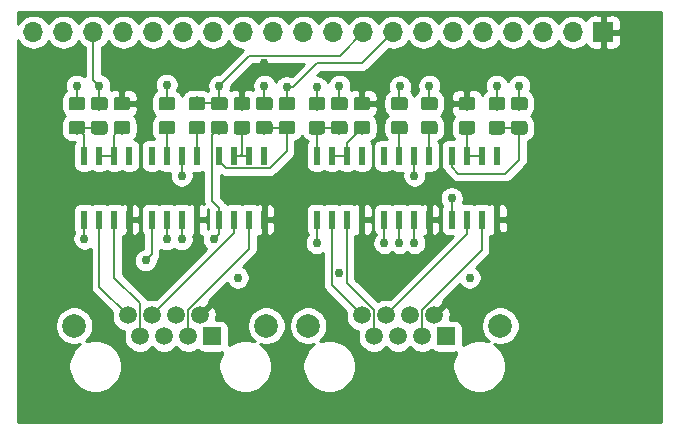
<source format=gbr>
G04 #@! TF.GenerationSoftware,KiCad,Pcbnew,(5.1.4-0)*
G04 #@! TF.CreationDate,2019-10-27T21:21:17-04:00*
G04 #@! TF.ProjectId,DifferentialSPIMaster,44696666-6572-4656-9e74-69616c535049,rev?*
G04 #@! TF.SameCoordinates,Original*
G04 #@! TF.FileFunction,Copper,L1,Top*
G04 #@! TF.FilePolarity,Positive*
%FSLAX46Y46*%
G04 Gerber Fmt 4.6, Leading zero omitted, Abs format (unit mm)*
G04 Created by KiCad (PCBNEW (5.1.4-0)) date 2019-10-27 21:21:17*
%MOMM*%
%LPD*%
G04 APERTURE LIST*
%ADD10C,0.100000*%
%ADD11C,1.150000*%
%ADD12R,0.600000X1.550000*%
%ADD13C,2.000000*%
%ADD14C,1.500000*%
%ADD15R,1.500000X1.500000*%
%ADD16R,1.700000X1.700000*%
%ADD17O,1.700000X1.700000*%
%ADD18C,0.762000*%
%ADD19C,0.203200*%
%ADD20C,0.254000*%
G04 APERTURE END LIST*
D10*
G36*
X129879505Y-95006204D02*
G01*
X129903773Y-95009804D01*
X129927572Y-95015765D01*
X129950671Y-95024030D01*
X129972850Y-95034520D01*
X129993893Y-95047132D01*
X130013599Y-95061747D01*
X130031777Y-95078223D01*
X130048253Y-95096401D01*
X130062868Y-95116107D01*
X130075480Y-95137150D01*
X130085970Y-95159329D01*
X130094235Y-95182428D01*
X130100196Y-95206227D01*
X130103796Y-95230495D01*
X130105000Y-95254999D01*
X130105000Y-95905001D01*
X130103796Y-95929505D01*
X130100196Y-95953773D01*
X130094235Y-95977572D01*
X130085970Y-96000671D01*
X130075480Y-96022850D01*
X130062868Y-96043893D01*
X130048253Y-96063599D01*
X130031777Y-96081777D01*
X130013599Y-96098253D01*
X129993893Y-96112868D01*
X129972850Y-96125480D01*
X129950671Y-96135970D01*
X129927572Y-96144235D01*
X129903773Y-96150196D01*
X129879505Y-96153796D01*
X129855001Y-96155000D01*
X128954999Y-96155000D01*
X128930495Y-96153796D01*
X128906227Y-96150196D01*
X128882428Y-96144235D01*
X128859329Y-96135970D01*
X128837150Y-96125480D01*
X128816107Y-96112868D01*
X128796401Y-96098253D01*
X128778223Y-96081777D01*
X128761747Y-96063599D01*
X128747132Y-96043893D01*
X128734520Y-96022850D01*
X128724030Y-96000671D01*
X128715765Y-95977572D01*
X128709804Y-95953773D01*
X128706204Y-95929505D01*
X128705000Y-95905001D01*
X128705000Y-95254999D01*
X128706204Y-95230495D01*
X128709804Y-95206227D01*
X128715765Y-95182428D01*
X128724030Y-95159329D01*
X128734520Y-95137150D01*
X128747132Y-95116107D01*
X128761747Y-95096401D01*
X128778223Y-95078223D01*
X128796401Y-95061747D01*
X128816107Y-95047132D01*
X128837150Y-95034520D01*
X128859329Y-95024030D01*
X128882428Y-95015765D01*
X128906227Y-95009804D01*
X128930495Y-95006204D01*
X128954999Y-95005000D01*
X129855001Y-95005000D01*
X129879505Y-95006204D01*
X129879505Y-95006204D01*
G37*
D11*
X129405000Y-95580000D03*
D10*
G36*
X129879505Y-97056204D02*
G01*
X129903773Y-97059804D01*
X129927572Y-97065765D01*
X129950671Y-97074030D01*
X129972850Y-97084520D01*
X129993893Y-97097132D01*
X130013599Y-97111747D01*
X130031777Y-97128223D01*
X130048253Y-97146401D01*
X130062868Y-97166107D01*
X130075480Y-97187150D01*
X130085970Y-97209329D01*
X130094235Y-97232428D01*
X130100196Y-97256227D01*
X130103796Y-97280495D01*
X130105000Y-97304999D01*
X130105000Y-97955001D01*
X130103796Y-97979505D01*
X130100196Y-98003773D01*
X130094235Y-98027572D01*
X130085970Y-98050671D01*
X130075480Y-98072850D01*
X130062868Y-98093893D01*
X130048253Y-98113599D01*
X130031777Y-98131777D01*
X130013599Y-98148253D01*
X129993893Y-98162868D01*
X129972850Y-98175480D01*
X129950671Y-98185970D01*
X129927572Y-98194235D01*
X129903773Y-98200196D01*
X129879505Y-98203796D01*
X129855001Y-98205000D01*
X128954999Y-98205000D01*
X128930495Y-98203796D01*
X128906227Y-98200196D01*
X128882428Y-98194235D01*
X128859329Y-98185970D01*
X128837150Y-98175480D01*
X128816107Y-98162868D01*
X128796401Y-98148253D01*
X128778223Y-98131777D01*
X128761747Y-98113599D01*
X128747132Y-98093893D01*
X128734520Y-98072850D01*
X128724030Y-98050671D01*
X128715765Y-98027572D01*
X128709804Y-98003773D01*
X128706204Y-97979505D01*
X128705000Y-97955001D01*
X128705000Y-97304999D01*
X128706204Y-97280495D01*
X128709804Y-97256227D01*
X128715765Y-97232428D01*
X128724030Y-97209329D01*
X128734520Y-97187150D01*
X128747132Y-97166107D01*
X128761747Y-97146401D01*
X128778223Y-97128223D01*
X128796401Y-97111747D01*
X128816107Y-97097132D01*
X128837150Y-97084520D01*
X128859329Y-97074030D01*
X128882428Y-97065765D01*
X128906227Y-97059804D01*
X128930495Y-97056204D01*
X128954999Y-97055000D01*
X129855001Y-97055000D01*
X129879505Y-97056204D01*
X129879505Y-97056204D01*
G37*
D11*
X129405000Y-97630000D03*
D10*
G36*
X100034505Y-95006204D02*
G01*
X100058773Y-95009804D01*
X100082572Y-95015765D01*
X100105671Y-95024030D01*
X100127850Y-95034520D01*
X100148893Y-95047132D01*
X100168599Y-95061747D01*
X100186777Y-95078223D01*
X100203253Y-95096401D01*
X100217868Y-95116107D01*
X100230480Y-95137150D01*
X100240970Y-95159329D01*
X100249235Y-95182428D01*
X100255196Y-95206227D01*
X100258796Y-95230495D01*
X100260000Y-95254999D01*
X100260000Y-95905001D01*
X100258796Y-95929505D01*
X100255196Y-95953773D01*
X100249235Y-95977572D01*
X100240970Y-96000671D01*
X100230480Y-96022850D01*
X100217868Y-96043893D01*
X100203253Y-96063599D01*
X100186777Y-96081777D01*
X100168599Y-96098253D01*
X100148893Y-96112868D01*
X100127850Y-96125480D01*
X100105671Y-96135970D01*
X100082572Y-96144235D01*
X100058773Y-96150196D01*
X100034505Y-96153796D01*
X100010001Y-96155000D01*
X99109999Y-96155000D01*
X99085495Y-96153796D01*
X99061227Y-96150196D01*
X99037428Y-96144235D01*
X99014329Y-96135970D01*
X98992150Y-96125480D01*
X98971107Y-96112868D01*
X98951401Y-96098253D01*
X98933223Y-96081777D01*
X98916747Y-96063599D01*
X98902132Y-96043893D01*
X98889520Y-96022850D01*
X98879030Y-96000671D01*
X98870765Y-95977572D01*
X98864804Y-95953773D01*
X98861204Y-95929505D01*
X98860000Y-95905001D01*
X98860000Y-95254999D01*
X98861204Y-95230495D01*
X98864804Y-95206227D01*
X98870765Y-95182428D01*
X98879030Y-95159329D01*
X98889520Y-95137150D01*
X98902132Y-95116107D01*
X98916747Y-95096401D01*
X98933223Y-95078223D01*
X98951401Y-95061747D01*
X98971107Y-95047132D01*
X98992150Y-95034520D01*
X99014329Y-95024030D01*
X99037428Y-95015765D01*
X99061227Y-95009804D01*
X99085495Y-95006204D01*
X99109999Y-95005000D01*
X100010001Y-95005000D01*
X100034505Y-95006204D01*
X100034505Y-95006204D01*
G37*
D11*
X99560000Y-95580000D03*
D10*
G36*
X100034505Y-97056204D02*
G01*
X100058773Y-97059804D01*
X100082572Y-97065765D01*
X100105671Y-97074030D01*
X100127850Y-97084520D01*
X100148893Y-97097132D01*
X100168599Y-97111747D01*
X100186777Y-97128223D01*
X100203253Y-97146401D01*
X100217868Y-97166107D01*
X100230480Y-97187150D01*
X100240970Y-97209329D01*
X100249235Y-97232428D01*
X100255196Y-97256227D01*
X100258796Y-97280495D01*
X100260000Y-97304999D01*
X100260000Y-97955001D01*
X100258796Y-97979505D01*
X100255196Y-98003773D01*
X100249235Y-98027572D01*
X100240970Y-98050671D01*
X100230480Y-98072850D01*
X100217868Y-98093893D01*
X100203253Y-98113599D01*
X100186777Y-98131777D01*
X100168599Y-98148253D01*
X100148893Y-98162868D01*
X100127850Y-98175480D01*
X100105671Y-98185970D01*
X100082572Y-98194235D01*
X100058773Y-98200196D01*
X100034505Y-98203796D01*
X100010001Y-98205000D01*
X99109999Y-98205000D01*
X99085495Y-98203796D01*
X99061227Y-98200196D01*
X99037428Y-98194235D01*
X99014329Y-98185970D01*
X98992150Y-98175480D01*
X98971107Y-98162868D01*
X98951401Y-98148253D01*
X98933223Y-98131777D01*
X98916747Y-98113599D01*
X98902132Y-98093893D01*
X98889520Y-98072850D01*
X98879030Y-98050671D01*
X98870765Y-98027572D01*
X98864804Y-98003773D01*
X98861204Y-97979505D01*
X98860000Y-97955001D01*
X98860000Y-97304999D01*
X98861204Y-97280495D01*
X98864804Y-97256227D01*
X98870765Y-97232428D01*
X98879030Y-97209329D01*
X98889520Y-97187150D01*
X98902132Y-97166107D01*
X98916747Y-97146401D01*
X98933223Y-97128223D01*
X98951401Y-97111747D01*
X98971107Y-97097132D01*
X98992150Y-97084520D01*
X99014329Y-97074030D01*
X99037428Y-97065765D01*
X99061227Y-97059804D01*
X99085495Y-97056204D01*
X99109999Y-97055000D01*
X100010001Y-97055000D01*
X100034505Y-97056204D01*
X100034505Y-97056204D01*
G37*
D11*
X99560000Y-97630000D03*
D10*
G36*
X120354505Y-95011204D02*
G01*
X120378773Y-95014804D01*
X120402572Y-95020765D01*
X120425671Y-95029030D01*
X120447850Y-95039520D01*
X120468893Y-95052132D01*
X120488599Y-95066747D01*
X120506777Y-95083223D01*
X120523253Y-95101401D01*
X120537868Y-95121107D01*
X120550480Y-95142150D01*
X120560970Y-95164329D01*
X120569235Y-95187428D01*
X120575196Y-95211227D01*
X120578796Y-95235495D01*
X120580000Y-95259999D01*
X120580000Y-95910001D01*
X120578796Y-95934505D01*
X120575196Y-95958773D01*
X120569235Y-95982572D01*
X120560970Y-96005671D01*
X120550480Y-96027850D01*
X120537868Y-96048893D01*
X120523253Y-96068599D01*
X120506777Y-96086777D01*
X120488599Y-96103253D01*
X120468893Y-96117868D01*
X120447850Y-96130480D01*
X120425671Y-96140970D01*
X120402572Y-96149235D01*
X120378773Y-96155196D01*
X120354505Y-96158796D01*
X120330001Y-96160000D01*
X119429999Y-96160000D01*
X119405495Y-96158796D01*
X119381227Y-96155196D01*
X119357428Y-96149235D01*
X119334329Y-96140970D01*
X119312150Y-96130480D01*
X119291107Y-96117868D01*
X119271401Y-96103253D01*
X119253223Y-96086777D01*
X119236747Y-96068599D01*
X119222132Y-96048893D01*
X119209520Y-96027850D01*
X119199030Y-96005671D01*
X119190765Y-95982572D01*
X119184804Y-95958773D01*
X119181204Y-95934505D01*
X119180000Y-95910001D01*
X119180000Y-95259999D01*
X119181204Y-95235495D01*
X119184804Y-95211227D01*
X119190765Y-95187428D01*
X119199030Y-95164329D01*
X119209520Y-95142150D01*
X119222132Y-95121107D01*
X119236747Y-95101401D01*
X119253223Y-95083223D01*
X119271401Y-95066747D01*
X119291107Y-95052132D01*
X119312150Y-95039520D01*
X119334329Y-95029030D01*
X119357428Y-95020765D01*
X119381227Y-95014804D01*
X119405495Y-95011204D01*
X119429999Y-95010000D01*
X120330001Y-95010000D01*
X120354505Y-95011204D01*
X120354505Y-95011204D01*
G37*
D11*
X119880000Y-95585000D03*
D10*
G36*
X120354505Y-97061204D02*
G01*
X120378773Y-97064804D01*
X120402572Y-97070765D01*
X120425671Y-97079030D01*
X120447850Y-97089520D01*
X120468893Y-97102132D01*
X120488599Y-97116747D01*
X120506777Y-97133223D01*
X120523253Y-97151401D01*
X120537868Y-97171107D01*
X120550480Y-97192150D01*
X120560970Y-97214329D01*
X120569235Y-97237428D01*
X120575196Y-97261227D01*
X120578796Y-97285495D01*
X120580000Y-97309999D01*
X120580000Y-97960001D01*
X120578796Y-97984505D01*
X120575196Y-98008773D01*
X120569235Y-98032572D01*
X120560970Y-98055671D01*
X120550480Y-98077850D01*
X120537868Y-98098893D01*
X120523253Y-98118599D01*
X120506777Y-98136777D01*
X120488599Y-98153253D01*
X120468893Y-98167868D01*
X120447850Y-98180480D01*
X120425671Y-98190970D01*
X120402572Y-98199235D01*
X120378773Y-98205196D01*
X120354505Y-98208796D01*
X120330001Y-98210000D01*
X119429999Y-98210000D01*
X119405495Y-98208796D01*
X119381227Y-98205196D01*
X119357428Y-98199235D01*
X119334329Y-98190970D01*
X119312150Y-98180480D01*
X119291107Y-98167868D01*
X119271401Y-98153253D01*
X119253223Y-98136777D01*
X119236747Y-98118599D01*
X119222132Y-98098893D01*
X119209520Y-98077850D01*
X119199030Y-98055671D01*
X119190765Y-98032572D01*
X119184804Y-98008773D01*
X119181204Y-97984505D01*
X119180000Y-97960001D01*
X119180000Y-97309999D01*
X119181204Y-97285495D01*
X119184804Y-97261227D01*
X119190765Y-97237428D01*
X119199030Y-97214329D01*
X119209520Y-97192150D01*
X119222132Y-97171107D01*
X119236747Y-97151401D01*
X119253223Y-97133223D01*
X119271401Y-97116747D01*
X119291107Y-97102132D01*
X119312150Y-97089520D01*
X119334329Y-97079030D01*
X119357428Y-97070765D01*
X119381227Y-97064804D01*
X119405495Y-97061204D01*
X119429999Y-97060000D01*
X120330001Y-97060000D01*
X120354505Y-97061204D01*
X120354505Y-97061204D01*
G37*
D11*
X119880000Y-97635000D03*
D10*
G36*
X135594505Y-97061204D02*
G01*
X135618773Y-97064804D01*
X135642572Y-97070765D01*
X135665671Y-97079030D01*
X135687850Y-97089520D01*
X135708893Y-97102132D01*
X135728599Y-97116747D01*
X135746777Y-97133223D01*
X135763253Y-97151401D01*
X135777868Y-97171107D01*
X135790480Y-97192150D01*
X135800970Y-97214329D01*
X135809235Y-97237428D01*
X135815196Y-97261227D01*
X135818796Y-97285495D01*
X135820000Y-97309999D01*
X135820000Y-97960001D01*
X135818796Y-97984505D01*
X135815196Y-98008773D01*
X135809235Y-98032572D01*
X135800970Y-98055671D01*
X135790480Y-98077850D01*
X135777868Y-98098893D01*
X135763253Y-98118599D01*
X135746777Y-98136777D01*
X135728599Y-98153253D01*
X135708893Y-98167868D01*
X135687850Y-98180480D01*
X135665671Y-98190970D01*
X135642572Y-98199235D01*
X135618773Y-98205196D01*
X135594505Y-98208796D01*
X135570001Y-98210000D01*
X134669999Y-98210000D01*
X134645495Y-98208796D01*
X134621227Y-98205196D01*
X134597428Y-98199235D01*
X134574329Y-98190970D01*
X134552150Y-98180480D01*
X134531107Y-98167868D01*
X134511401Y-98153253D01*
X134493223Y-98136777D01*
X134476747Y-98118599D01*
X134462132Y-98098893D01*
X134449520Y-98077850D01*
X134439030Y-98055671D01*
X134430765Y-98032572D01*
X134424804Y-98008773D01*
X134421204Y-97984505D01*
X134420000Y-97960001D01*
X134420000Y-97309999D01*
X134421204Y-97285495D01*
X134424804Y-97261227D01*
X134430765Y-97237428D01*
X134439030Y-97214329D01*
X134449520Y-97192150D01*
X134462132Y-97171107D01*
X134476747Y-97151401D01*
X134493223Y-97133223D01*
X134511401Y-97116747D01*
X134531107Y-97102132D01*
X134552150Y-97089520D01*
X134574329Y-97079030D01*
X134597428Y-97070765D01*
X134621227Y-97064804D01*
X134645495Y-97061204D01*
X134669999Y-97060000D01*
X135570001Y-97060000D01*
X135594505Y-97061204D01*
X135594505Y-97061204D01*
G37*
D11*
X135120000Y-97635000D03*
D10*
G36*
X135594505Y-95011204D02*
G01*
X135618773Y-95014804D01*
X135642572Y-95020765D01*
X135665671Y-95029030D01*
X135687850Y-95039520D01*
X135708893Y-95052132D01*
X135728599Y-95066747D01*
X135746777Y-95083223D01*
X135763253Y-95101401D01*
X135777868Y-95121107D01*
X135790480Y-95142150D01*
X135800970Y-95164329D01*
X135809235Y-95187428D01*
X135815196Y-95211227D01*
X135818796Y-95235495D01*
X135820000Y-95259999D01*
X135820000Y-95910001D01*
X135818796Y-95934505D01*
X135815196Y-95958773D01*
X135809235Y-95982572D01*
X135800970Y-96005671D01*
X135790480Y-96027850D01*
X135777868Y-96048893D01*
X135763253Y-96068599D01*
X135746777Y-96086777D01*
X135728599Y-96103253D01*
X135708893Y-96117868D01*
X135687850Y-96130480D01*
X135665671Y-96140970D01*
X135642572Y-96149235D01*
X135618773Y-96155196D01*
X135594505Y-96158796D01*
X135570001Y-96160000D01*
X134669999Y-96160000D01*
X134645495Y-96158796D01*
X134621227Y-96155196D01*
X134597428Y-96149235D01*
X134574329Y-96140970D01*
X134552150Y-96130480D01*
X134531107Y-96117868D01*
X134511401Y-96103253D01*
X134493223Y-96086777D01*
X134476747Y-96068599D01*
X134462132Y-96048893D01*
X134449520Y-96027850D01*
X134439030Y-96005671D01*
X134430765Y-95982572D01*
X134424804Y-95958773D01*
X134421204Y-95934505D01*
X134420000Y-95910001D01*
X134420000Y-95259999D01*
X134421204Y-95235495D01*
X134424804Y-95211227D01*
X134430765Y-95187428D01*
X134439030Y-95164329D01*
X134449520Y-95142150D01*
X134462132Y-95121107D01*
X134476747Y-95101401D01*
X134493223Y-95083223D01*
X134511401Y-95066747D01*
X134531107Y-95052132D01*
X134552150Y-95039520D01*
X134574329Y-95029030D01*
X134597428Y-95020765D01*
X134621227Y-95014804D01*
X134645495Y-95011204D01*
X134669999Y-95010000D01*
X135570001Y-95010000D01*
X135594505Y-95011204D01*
X135594505Y-95011204D01*
G37*
D11*
X135120000Y-95585000D03*
D10*
G36*
X115909505Y-95006204D02*
G01*
X115933773Y-95009804D01*
X115957572Y-95015765D01*
X115980671Y-95024030D01*
X116002850Y-95034520D01*
X116023893Y-95047132D01*
X116043599Y-95061747D01*
X116061777Y-95078223D01*
X116078253Y-95096401D01*
X116092868Y-95116107D01*
X116105480Y-95137150D01*
X116115970Y-95159329D01*
X116124235Y-95182428D01*
X116130196Y-95206227D01*
X116133796Y-95230495D01*
X116135000Y-95254999D01*
X116135000Y-95905001D01*
X116133796Y-95929505D01*
X116130196Y-95953773D01*
X116124235Y-95977572D01*
X116115970Y-96000671D01*
X116105480Y-96022850D01*
X116092868Y-96043893D01*
X116078253Y-96063599D01*
X116061777Y-96081777D01*
X116043599Y-96098253D01*
X116023893Y-96112868D01*
X116002850Y-96125480D01*
X115980671Y-96135970D01*
X115957572Y-96144235D01*
X115933773Y-96150196D01*
X115909505Y-96153796D01*
X115885001Y-96155000D01*
X114984999Y-96155000D01*
X114960495Y-96153796D01*
X114936227Y-96150196D01*
X114912428Y-96144235D01*
X114889329Y-96135970D01*
X114867150Y-96125480D01*
X114846107Y-96112868D01*
X114826401Y-96098253D01*
X114808223Y-96081777D01*
X114791747Y-96063599D01*
X114777132Y-96043893D01*
X114764520Y-96022850D01*
X114754030Y-96000671D01*
X114745765Y-95977572D01*
X114739804Y-95953773D01*
X114736204Y-95929505D01*
X114735000Y-95905001D01*
X114735000Y-95254999D01*
X114736204Y-95230495D01*
X114739804Y-95206227D01*
X114745765Y-95182428D01*
X114754030Y-95159329D01*
X114764520Y-95137150D01*
X114777132Y-95116107D01*
X114791747Y-95096401D01*
X114808223Y-95078223D01*
X114826401Y-95061747D01*
X114846107Y-95047132D01*
X114867150Y-95034520D01*
X114889329Y-95024030D01*
X114912428Y-95015765D01*
X114936227Y-95009804D01*
X114960495Y-95006204D01*
X114984999Y-95005000D01*
X115885001Y-95005000D01*
X115909505Y-95006204D01*
X115909505Y-95006204D01*
G37*
D11*
X115435000Y-95580000D03*
D10*
G36*
X115909505Y-97056204D02*
G01*
X115933773Y-97059804D01*
X115957572Y-97065765D01*
X115980671Y-97074030D01*
X116002850Y-97084520D01*
X116023893Y-97097132D01*
X116043599Y-97111747D01*
X116061777Y-97128223D01*
X116078253Y-97146401D01*
X116092868Y-97166107D01*
X116105480Y-97187150D01*
X116115970Y-97209329D01*
X116124235Y-97232428D01*
X116130196Y-97256227D01*
X116133796Y-97280495D01*
X116135000Y-97304999D01*
X116135000Y-97955001D01*
X116133796Y-97979505D01*
X116130196Y-98003773D01*
X116124235Y-98027572D01*
X116115970Y-98050671D01*
X116105480Y-98072850D01*
X116092868Y-98093893D01*
X116078253Y-98113599D01*
X116061777Y-98131777D01*
X116043599Y-98148253D01*
X116023893Y-98162868D01*
X116002850Y-98175480D01*
X115980671Y-98185970D01*
X115957572Y-98194235D01*
X115933773Y-98200196D01*
X115909505Y-98203796D01*
X115885001Y-98205000D01*
X114984999Y-98205000D01*
X114960495Y-98203796D01*
X114936227Y-98200196D01*
X114912428Y-98194235D01*
X114889329Y-98185970D01*
X114867150Y-98175480D01*
X114846107Y-98162868D01*
X114826401Y-98148253D01*
X114808223Y-98131777D01*
X114791747Y-98113599D01*
X114777132Y-98093893D01*
X114764520Y-98072850D01*
X114754030Y-98050671D01*
X114745765Y-98027572D01*
X114739804Y-98003773D01*
X114736204Y-97979505D01*
X114735000Y-97955001D01*
X114735000Y-97304999D01*
X114736204Y-97280495D01*
X114739804Y-97256227D01*
X114745765Y-97232428D01*
X114754030Y-97209329D01*
X114764520Y-97187150D01*
X114777132Y-97166107D01*
X114791747Y-97146401D01*
X114808223Y-97128223D01*
X114826401Y-97111747D01*
X114846107Y-97097132D01*
X114867150Y-97084520D01*
X114889329Y-97074030D01*
X114912428Y-97065765D01*
X114936227Y-97059804D01*
X114960495Y-97056204D01*
X114984999Y-97055000D01*
X115885001Y-97055000D01*
X115909505Y-97056204D01*
X115909505Y-97056204D01*
G37*
D11*
X115435000Y-97630000D03*
D12*
X123690000Y-100015000D03*
X122420000Y-100015000D03*
X121150000Y-100015000D03*
X119880000Y-100015000D03*
X119880000Y-105415000D03*
X121150000Y-105415000D03*
X122420000Y-105415000D03*
X123690000Y-105415000D03*
X135120000Y-105415000D03*
X133850000Y-105415000D03*
X132580000Y-105415000D03*
X131310000Y-105415000D03*
X131310000Y-100015000D03*
X132580000Y-100015000D03*
X133850000Y-100015000D03*
X135120000Y-100015000D03*
D10*
G36*
X122259505Y-97056204D02*
G01*
X122283773Y-97059804D01*
X122307572Y-97065765D01*
X122330671Y-97074030D01*
X122352850Y-97084520D01*
X122373893Y-97097132D01*
X122393599Y-97111747D01*
X122411777Y-97128223D01*
X122428253Y-97146401D01*
X122442868Y-97166107D01*
X122455480Y-97187150D01*
X122465970Y-97209329D01*
X122474235Y-97232428D01*
X122480196Y-97256227D01*
X122483796Y-97280495D01*
X122485000Y-97304999D01*
X122485000Y-97955001D01*
X122483796Y-97979505D01*
X122480196Y-98003773D01*
X122474235Y-98027572D01*
X122465970Y-98050671D01*
X122455480Y-98072850D01*
X122442868Y-98093893D01*
X122428253Y-98113599D01*
X122411777Y-98131777D01*
X122393599Y-98148253D01*
X122373893Y-98162868D01*
X122352850Y-98175480D01*
X122330671Y-98185970D01*
X122307572Y-98194235D01*
X122283773Y-98200196D01*
X122259505Y-98203796D01*
X122235001Y-98205000D01*
X121334999Y-98205000D01*
X121310495Y-98203796D01*
X121286227Y-98200196D01*
X121262428Y-98194235D01*
X121239329Y-98185970D01*
X121217150Y-98175480D01*
X121196107Y-98162868D01*
X121176401Y-98148253D01*
X121158223Y-98131777D01*
X121141747Y-98113599D01*
X121127132Y-98093893D01*
X121114520Y-98072850D01*
X121104030Y-98050671D01*
X121095765Y-98027572D01*
X121089804Y-98003773D01*
X121086204Y-97979505D01*
X121085000Y-97955001D01*
X121085000Y-97304999D01*
X121086204Y-97280495D01*
X121089804Y-97256227D01*
X121095765Y-97232428D01*
X121104030Y-97209329D01*
X121114520Y-97187150D01*
X121127132Y-97166107D01*
X121141747Y-97146401D01*
X121158223Y-97128223D01*
X121176401Y-97111747D01*
X121196107Y-97097132D01*
X121217150Y-97084520D01*
X121239329Y-97074030D01*
X121262428Y-97065765D01*
X121286227Y-97059804D01*
X121310495Y-97056204D01*
X121334999Y-97055000D01*
X122235001Y-97055000D01*
X122259505Y-97056204D01*
X122259505Y-97056204D01*
G37*
D11*
X121785000Y-97630000D03*
D10*
G36*
X122259505Y-95006204D02*
G01*
X122283773Y-95009804D01*
X122307572Y-95015765D01*
X122330671Y-95024030D01*
X122352850Y-95034520D01*
X122373893Y-95047132D01*
X122393599Y-95061747D01*
X122411777Y-95078223D01*
X122428253Y-95096401D01*
X122442868Y-95116107D01*
X122455480Y-95137150D01*
X122465970Y-95159329D01*
X122474235Y-95182428D01*
X122480196Y-95206227D01*
X122483796Y-95230495D01*
X122485000Y-95254999D01*
X122485000Y-95905001D01*
X122483796Y-95929505D01*
X122480196Y-95953773D01*
X122474235Y-95977572D01*
X122465970Y-96000671D01*
X122455480Y-96022850D01*
X122442868Y-96043893D01*
X122428253Y-96063599D01*
X122411777Y-96081777D01*
X122393599Y-96098253D01*
X122373893Y-96112868D01*
X122352850Y-96125480D01*
X122330671Y-96135970D01*
X122307572Y-96144235D01*
X122283773Y-96150196D01*
X122259505Y-96153796D01*
X122235001Y-96155000D01*
X121334999Y-96155000D01*
X121310495Y-96153796D01*
X121286227Y-96150196D01*
X121262428Y-96144235D01*
X121239329Y-96135970D01*
X121217150Y-96125480D01*
X121196107Y-96112868D01*
X121176401Y-96098253D01*
X121158223Y-96081777D01*
X121141747Y-96063599D01*
X121127132Y-96043893D01*
X121114520Y-96022850D01*
X121104030Y-96000671D01*
X121095765Y-95977572D01*
X121089804Y-95953773D01*
X121086204Y-95929505D01*
X121085000Y-95905001D01*
X121085000Y-95254999D01*
X121086204Y-95230495D01*
X121089804Y-95206227D01*
X121095765Y-95182428D01*
X121104030Y-95159329D01*
X121114520Y-95137150D01*
X121127132Y-95116107D01*
X121141747Y-95096401D01*
X121158223Y-95078223D01*
X121176401Y-95061747D01*
X121196107Y-95047132D01*
X121217150Y-95034520D01*
X121239329Y-95024030D01*
X121262428Y-95015765D01*
X121286227Y-95009804D01*
X121310495Y-95006204D01*
X121334999Y-95005000D01*
X122235001Y-95005000D01*
X122259505Y-95006204D01*
X122259505Y-95006204D01*
G37*
D11*
X121785000Y-95580000D03*
D10*
G36*
X117814505Y-95006204D02*
G01*
X117838773Y-95009804D01*
X117862572Y-95015765D01*
X117885671Y-95024030D01*
X117907850Y-95034520D01*
X117928893Y-95047132D01*
X117948599Y-95061747D01*
X117966777Y-95078223D01*
X117983253Y-95096401D01*
X117997868Y-95116107D01*
X118010480Y-95137150D01*
X118020970Y-95159329D01*
X118029235Y-95182428D01*
X118035196Y-95206227D01*
X118038796Y-95230495D01*
X118040000Y-95254999D01*
X118040000Y-95905001D01*
X118038796Y-95929505D01*
X118035196Y-95953773D01*
X118029235Y-95977572D01*
X118020970Y-96000671D01*
X118010480Y-96022850D01*
X117997868Y-96043893D01*
X117983253Y-96063599D01*
X117966777Y-96081777D01*
X117948599Y-96098253D01*
X117928893Y-96112868D01*
X117907850Y-96125480D01*
X117885671Y-96135970D01*
X117862572Y-96144235D01*
X117838773Y-96150196D01*
X117814505Y-96153796D01*
X117790001Y-96155000D01*
X116889999Y-96155000D01*
X116865495Y-96153796D01*
X116841227Y-96150196D01*
X116817428Y-96144235D01*
X116794329Y-96135970D01*
X116772150Y-96125480D01*
X116751107Y-96112868D01*
X116731401Y-96098253D01*
X116713223Y-96081777D01*
X116696747Y-96063599D01*
X116682132Y-96043893D01*
X116669520Y-96022850D01*
X116659030Y-96000671D01*
X116650765Y-95977572D01*
X116644804Y-95953773D01*
X116641204Y-95929505D01*
X116640000Y-95905001D01*
X116640000Y-95254999D01*
X116641204Y-95230495D01*
X116644804Y-95206227D01*
X116650765Y-95182428D01*
X116659030Y-95159329D01*
X116669520Y-95137150D01*
X116682132Y-95116107D01*
X116696747Y-95096401D01*
X116713223Y-95078223D01*
X116731401Y-95061747D01*
X116751107Y-95047132D01*
X116772150Y-95034520D01*
X116794329Y-95024030D01*
X116817428Y-95015765D01*
X116841227Y-95009804D01*
X116865495Y-95006204D01*
X116889999Y-95005000D01*
X117790001Y-95005000D01*
X117814505Y-95006204D01*
X117814505Y-95006204D01*
G37*
D11*
X117340000Y-95580000D03*
D10*
G36*
X117814505Y-97056204D02*
G01*
X117838773Y-97059804D01*
X117862572Y-97065765D01*
X117885671Y-97074030D01*
X117907850Y-97084520D01*
X117928893Y-97097132D01*
X117948599Y-97111747D01*
X117966777Y-97128223D01*
X117983253Y-97146401D01*
X117997868Y-97166107D01*
X118010480Y-97187150D01*
X118020970Y-97209329D01*
X118029235Y-97232428D01*
X118035196Y-97256227D01*
X118038796Y-97280495D01*
X118040000Y-97304999D01*
X118040000Y-97955001D01*
X118038796Y-97979505D01*
X118035196Y-98003773D01*
X118029235Y-98027572D01*
X118020970Y-98050671D01*
X118010480Y-98072850D01*
X117997868Y-98093893D01*
X117983253Y-98113599D01*
X117966777Y-98131777D01*
X117948599Y-98148253D01*
X117928893Y-98162868D01*
X117907850Y-98175480D01*
X117885671Y-98185970D01*
X117862572Y-98194235D01*
X117838773Y-98200196D01*
X117814505Y-98203796D01*
X117790001Y-98205000D01*
X116889999Y-98205000D01*
X116865495Y-98203796D01*
X116841227Y-98200196D01*
X116817428Y-98194235D01*
X116794329Y-98185970D01*
X116772150Y-98175480D01*
X116751107Y-98162868D01*
X116731401Y-98148253D01*
X116713223Y-98131777D01*
X116696747Y-98113599D01*
X116682132Y-98093893D01*
X116669520Y-98072850D01*
X116659030Y-98050671D01*
X116650765Y-98027572D01*
X116644804Y-98003773D01*
X116641204Y-97979505D01*
X116640000Y-97955001D01*
X116640000Y-97304999D01*
X116641204Y-97280495D01*
X116644804Y-97256227D01*
X116650765Y-97232428D01*
X116659030Y-97209329D01*
X116669520Y-97187150D01*
X116682132Y-97166107D01*
X116696747Y-97146401D01*
X116713223Y-97128223D01*
X116731401Y-97111747D01*
X116751107Y-97097132D01*
X116772150Y-97084520D01*
X116794329Y-97074030D01*
X116817428Y-97065765D01*
X116841227Y-97059804D01*
X116865495Y-97056204D01*
X116889999Y-97055000D01*
X117790001Y-97055000D01*
X117814505Y-97056204D01*
X117814505Y-97056204D01*
G37*
D11*
X117340000Y-97630000D03*
D10*
G36*
X137499505Y-97061204D02*
G01*
X137523773Y-97064804D01*
X137547572Y-97070765D01*
X137570671Y-97079030D01*
X137592850Y-97089520D01*
X137613893Y-97102132D01*
X137633599Y-97116747D01*
X137651777Y-97133223D01*
X137668253Y-97151401D01*
X137682868Y-97171107D01*
X137695480Y-97192150D01*
X137705970Y-97214329D01*
X137714235Y-97237428D01*
X137720196Y-97261227D01*
X137723796Y-97285495D01*
X137725000Y-97309999D01*
X137725000Y-97960001D01*
X137723796Y-97984505D01*
X137720196Y-98008773D01*
X137714235Y-98032572D01*
X137705970Y-98055671D01*
X137695480Y-98077850D01*
X137682868Y-98098893D01*
X137668253Y-98118599D01*
X137651777Y-98136777D01*
X137633599Y-98153253D01*
X137613893Y-98167868D01*
X137592850Y-98180480D01*
X137570671Y-98190970D01*
X137547572Y-98199235D01*
X137523773Y-98205196D01*
X137499505Y-98208796D01*
X137475001Y-98210000D01*
X136574999Y-98210000D01*
X136550495Y-98208796D01*
X136526227Y-98205196D01*
X136502428Y-98199235D01*
X136479329Y-98190970D01*
X136457150Y-98180480D01*
X136436107Y-98167868D01*
X136416401Y-98153253D01*
X136398223Y-98136777D01*
X136381747Y-98118599D01*
X136367132Y-98098893D01*
X136354520Y-98077850D01*
X136344030Y-98055671D01*
X136335765Y-98032572D01*
X136329804Y-98008773D01*
X136326204Y-97984505D01*
X136325000Y-97960001D01*
X136325000Y-97309999D01*
X136326204Y-97285495D01*
X136329804Y-97261227D01*
X136335765Y-97237428D01*
X136344030Y-97214329D01*
X136354520Y-97192150D01*
X136367132Y-97171107D01*
X136381747Y-97151401D01*
X136398223Y-97133223D01*
X136416401Y-97116747D01*
X136436107Y-97102132D01*
X136457150Y-97089520D01*
X136479329Y-97079030D01*
X136502428Y-97070765D01*
X136526227Y-97064804D01*
X136550495Y-97061204D01*
X136574999Y-97060000D01*
X137475001Y-97060000D01*
X137499505Y-97061204D01*
X137499505Y-97061204D01*
G37*
D11*
X137025000Y-97635000D03*
D10*
G36*
X137499505Y-95011204D02*
G01*
X137523773Y-95014804D01*
X137547572Y-95020765D01*
X137570671Y-95029030D01*
X137592850Y-95039520D01*
X137613893Y-95052132D01*
X137633599Y-95066747D01*
X137651777Y-95083223D01*
X137668253Y-95101401D01*
X137682868Y-95121107D01*
X137695480Y-95142150D01*
X137705970Y-95164329D01*
X137714235Y-95187428D01*
X137720196Y-95211227D01*
X137723796Y-95235495D01*
X137725000Y-95259999D01*
X137725000Y-95910001D01*
X137723796Y-95934505D01*
X137720196Y-95958773D01*
X137714235Y-95982572D01*
X137705970Y-96005671D01*
X137695480Y-96027850D01*
X137682868Y-96048893D01*
X137668253Y-96068599D01*
X137651777Y-96086777D01*
X137633599Y-96103253D01*
X137613893Y-96117868D01*
X137592850Y-96130480D01*
X137570671Y-96140970D01*
X137547572Y-96149235D01*
X137523773Y-96155196D01*
X137499505Y-96158796D01*
X137475001Y-96160000D01*
X136574999Y-96160000D01*
X136550495Y-96158796D01*
X136526227Y-96155196D01*
X136502428Y-96149235D01*
X136479329Y-96140970D01*
X136457150Y-96130480D01*
X136436107Y-96117868D01*
X136416401Y-96103253D01*
X136398223Y-96086777D01*
X136381747Y-96068599D01*
X136367132Y-96048893D01*
X136354520Y-96027850D01*
X136344030Y-96005671D01*
X136335765Y-95982572D01*
X136329804Y-95958773D01*
X136326204Y-95934505D01*
X136325000Y-95910001D01*
X136325000Y-95259999D01*
X136326204Y-95235495D01*
X136329804Y-95211227D01*
X136335765Y-95187428D01*
X136344030Y-95164329D01*
X136354520Y-95142150D01*
X136367132Y-95121107D01*
X136381747Y-95101401D01*
X136398223Y-95083223D01*
X136416401Y-95066747D01*
X136436107Y-95052132D01*
X136457150Y-95039520D01*
X136479329Y-95029030D01*
X136502428Y-95020765D01*
X136526227Y-95014804D01*
X136550495Y-95011204D01*
X136574999Y-95010000D01*
X137475001Y-95010000D01*
X137499505Y-95011204D01*
X137499505Y-95011204D01*
G37*
D11*
X137025000Y-95585000D03*
D10*
G36*
X133054505Y-97061204D02*
G01*
X133078773Y-97064804D01*
X133102572Y-97070765D01*
X133125671Y-97079030D01*
X133147850Y-97089520D01*
X133168893Y-97102132D01*
X133188599Y-97116747D01*
X133206777Y-97133223D01*
X133223253Y-97151401D01*
X133237868Y-97171107D01*
X133250480Y-97192150D01*
X133260970Y-97214329D01*
X133269235Y-97237428D01*
X133275196Y-97261227D01*
X133278796Y-97285495D01*
X133280000Y-97309999D01*
X133280000Y-97960001D01*
X133278796Y-97984505D01*
X133275196Y-98008773D01*
X133269235Y-98032572D01*
X133260970Y-98055671D01*
X133250480Y-98077850D01*
X133237868Y-98098893D01*
X133223253Y-98118599D01*
X133206777Y-98136777D01*
X133188599Y-98153253D01*
X133168893Y-98167868D01*
X133147850Y-98180480D01*
X133125671Y-98190970D01*
X133102572Y-98199235D01*
X133078773Y-98205196D01*
X133054505Y-98208796D01*
X133030001Y-98210000D01*
X132129999Y-98210000D01*
X132105495Y-98208796D01*
X132081227Y-98205196D01*
X132057428Y-98199235D01*
X132034329Y-98190970D01*
X132012150Y-98180480D01*
X131991107Y-98167868D01*
X131971401Y-98153253D01*
X131953223Y-98136777D01*
X131936747Y-98118599D01*
X131922132Y-98098893D01*
X131909520Y-98077850D01*
X131899030Y-98055671D01*
X131890765Y-98032572D01*
X131884804Y-98008773D01*
X131881204Y-97984505D01*
X131880000Y-97960001D01*
X131880000Y-97309999D01*
X131881204Y-97285495D01*
X131884804Y-97261227D01*
X131890765Y-97237428D01*
X131899030Y-97214329D01*
X131909520Y-97192150D01*
X131922132Y-97171107D01*
X131936747Y-97151401D01*
X131953223Y-97133223D01*
X131971401Y-97116747D01*
X131991107Y-97102132D01*
X132012150Y-97089520D01*
X132034329Y-97079030D01*
X132057428Y-97070765D01*
X132081227Y-97064804D01*
X132105495Y-97061204D01*
X132129999Y-97060000D01*
X133030001Y-97060000D01*
X133054505Y-97061204D01*
X133054505Y-97061204D01*
G37*
D11*
X132580000Y-97635000D03*
D10*
G36*
X133054505Y-95011204D02*
G01*
X133078773Y-95014804D01*
X133102572Y-95020765D01*
X133125671Y-95029030D01*
X133147850Y-95039520D01*
X133168893Y-95052132D01*
X133188599Y-95066747D01*
X133206777Y-95083223D01*
X133223253Y-95101401D01*
X133237868Y-95121107D01*
X133250480Y-95142150D01*
X133260970Y-95164329D01*
X133269235Y-95187428D01*
X133275196Y-95211227D01*
X133278796Y-95235495D01*
X133280000Y-95259999D01*
X133280000Y-95910001D01*
X133278796Y-95934505D01*
X133275196Y-95958773D01*
X133269235Y-95982572D01*
X133260970Y-96005671D01*
X133250480Y-96027850D01*
X133237868Y-96048893D01*
X133223253Y-96068599D01*
X133206777Y-96086777D01*
X133188599Y-96103253D01*
X133168893Y-96117868D01*
X133147850Y-96130480D01*
X133125671Y-96140970D01*
X133102572Y-96149235D01*
X133078773Y-96155196D01*
X133054505Y-96158796D01*
X133030001Y-96160000D01*
X132129999Y-96160000D01*
X132105495Y-96158796D01*
X132081227Y-96155196D01*
X132057428Y-96149235D01*
X132034329Y-96140970D01*
X132012150Y-96130480D01*
X131991107Y-96117868D01*
X131971401Y-96103253D01*
X131953223Y-96086777D01*
X131936747Y-96068599D01*
X131922132Y-96048893D01*
X131909520Y-96027850D01*
X131899030Y-96005671D01*
X131890765Y-95982572D01*
X131884804Y-95958773D01*
X131881204Y-95934505D01*
X131880000Y-95910001D01*
X131880000Y-95259999D01*
X131881204Y-95235495D01*
X131884804Y-95211227D01*
X131890765Y-95187428D01*
X131899030Y-95164329D01*
X131909520Y-95142150D01*
X131922132Y-95121107D01*
X131936747Y-95101401D01*
X131953223Y-95083223D01*
X131971401Y-95066747D01*
X131991107Y-95052132D01*
X132012150Y-95039520D01*
X132034329Y-95029030D01*
X132057428Y-95020765D01*
X132081227Y-95014804D01*
X132105495Y-95011204D01*
X132129999Y-95010000D01*
X133030001Y-95010000D01*
X133054505Y-95011204D01*
X133054505Y-95011204D01*
G37*
D11*
X132580000Y-95585000D03*
D10*
G36*
X101939505Y-97061204D02*
G01*
X101963773Y-97064804D01*
X101987572Y-97070765D01*
X102010671Y-97079030D01*
X102032850Y-97089520D01*
X102053893Y-97102132D01*
X102073599Y-97116747D01*
X102091777Y-97133223D01*
X102108253Y-97151401D01*
X102122868Y-97171107D01*
X102135480Y-97192150D01*
X102145970Y-97214329D01*
X102154235Y-97237428D01*
X102160196Y-97261227D01*
X102163796Y-97285495D01*
X102165000Y-97309999D01*
X102165000Y-97960001D01*
X102163796Y-97984505D01*
X102160196Y-98008773D01*
X102154235Y-98032572D01*
X102145970Y-98055671D01*
X102135480Y-98077850D01*
X102122868Y-98098893D01*
X102108253Y-98118599D01*
X102091777Y-98136777D01*
X102073599Y-98153253D01*
X102053893Y-98167868D01*
X102032850Y-98180480D01*
X102010671Y-98190970D01*
X101987572Y-98199235D01*
X101963773Y-98205196D01*
X101939505Y-98208796D01*
X101915001Y-98210000D01*
X101014999Y-98210000D01*
X100990495Y-98208796D01*
X100966227Y-98205196D01*
X100942428Y-98199235D01*
X100919329Y-98190970D01*
X100897150Y-98180480D01*
X100876107Y-98167868D01*
X100856401Y-98153253D01*
X100838223Y-98136777D01*
X100821747Y-98118599D01*
X100807132Y-98098893D01*
X100794520Y-98077850D01*
X100784030Y-98055671D01*
X100775765Y-98032572D01*
X100769804Y-98008773D01*
X100766204Y-97984505D01*
X100765000Y-97960001D01*
X100765000Y-97309999D01*
X100766204Y-97285495D01*
X100769804Y-97261227D01*
X100775765Y-97237428D01*
X100784030Y-97214329D01*
X100794520Y-97192150D01*
X100807132Y-97171107D01*
X100821747Y-97151401D01*
X100838223Y-97133223D01*
X100856401Y-97116747D01*
X100876107Y-97102132D01*
X100897150Y-97089520D01*
X100919329Y-97079030D01*
X100942428Y-97070765D01*
X100966227Y-97064804D01*
X100990495Y-97061204D01*
X101014999Y-97060000D01*
X101915001Y-97060000D01*
X101939505Y-97061204D01*
X101939505Y-97061204D01*
G37*
D11*
X101465000Y-97635000D03*
D10*
G36*
X101939505Y-95011204D02*
G01*
X101963773Y-95014804D01*
X101987572Y-95020765D01*
X102010671Y-95029030D01*
X102032850Y-95039520D01*
X102053893Y-95052132D01*
X102073599Y-95066747D01*
X102091777Y-95083223D01*
X102108253Y-95101401D01*
X102122868Y-95121107D01*
X102135480Y-95142150D01*
X102145970Y-95164329D01*
X102154235Y-95187428D01*
X102160196Y-95211227D01*
X102163796Y-95235495D01*
X102165000Y-95259999D01*
X102165000Y-95910001D01*
X102163796Y-95934505D01*
X102160196Y-95958773D01*
X102154235Y-95982572D01*
X102145970Y-96005671D01*
X102135480Y-96027850D01*
X102122868Y-96048893D01*
X102108253Y-96068599D01*
X102091777Y-96086777D01*
X102073599Y-96103253D01*
X102053893Y-96117868D01*
X102032850Y-96130480D01*
X102010671Y-96140970D01*
X101987572Y-96149235D01*
X101963773Y-96155196D01*
X101939505Y-96158796D01*
X101915001Y-96160000D01*
X101014999Y-96160000D01*
X100990495Y-96158796D01*
X100966227Y-96155196D01*
X100942428Y-96149235D01*
X100919329Y-96140970D01*
X100897150Y-96130480D01*
X100876107Y-96117868D01*
X100856401Y-96103253D01*
X100838223Y-96086777D01*
X100821747Y-96068599D01*
X100807132Y-96048893D01*
X100794520Y-96027850D01*
X100784030Y-96005671D01*
X100775765Y-95982572D01*
X100769804Y-95958773D01*
X100766204Y-95934505D01*
X100765000Y-95910001D01*
X100765000Y-95259999D01*
X100766204Y-95235495D01*
X100769804Y-95211227D01*
X100775765Y-95187428D01*
X100784030Y-95164329D01*
X100794520Y-95142150D01*
X100807132Y-95121107D01*
X100821747Y-95101401D01*
X100838223Y-95083223D01*
X100856401Y-95066747D01*
X100876107Y-95052132D01*
X100897150Y-95039520D01*
X100919329Y-95029030D01*
X100942428Y-95020765D01*
X100966227Y-95014804D01*
X100990495Y-95011204D01*
X101014999Y-95010000D01*
X101915001Y-95010000D01*
X101939505Y-95011204D01*
X101939505Y-95011204D01*
G37*
D11*
X101465000Y-95585000D03*
D10*
G36*
X124164505Y-95006204D02*
G01*
X124188773Y-95009804D01*
X124212572Y-95015765D01*
X124235671Y-95024030D01*
X124257850Y-95034520D01*
X124278893Y-95047132D01*
X124298599Y-95061747D01*
X124316777Y-95078223D01*
X124333253Y-95096401D01*
X124347868Y-95116107D01*
X124360480Y-95137150D01*
X124370970Y-95159329D01*
X124379235Y-95182428D01*
X124385196Y-95206227D01*
X124388796Y-95230495D01*
X124390000Y-95254999D01*
X124390000Y-95905001D01*
X124388796Y-95929505D01*
X124385196Y-95953773D01*
X124379235Y-95977572D01*
X124370970Y-96000671D01*
X124360480Y-96022850D01*
X124347868Y-96043893D01*
X124333253Y-96063599D01*
X124316777Y-96081777D01*
X124298599Y-96098253D01*
X124278893Y-96112868D01*
X124257850Y-96125480D01*
X124235671Y-96135970D01*
X124212572Y-96144235D01*
X124188773Y-96150196D01*
X124164505Y-96153796D01*
X124140001Y-96155000D01*
X123239999Y-96155000D01*
X123215495Y-96153796D01*
X123191227Y-96150196D01*
X123167428Y-96144235D01*
X123144329Y-96135970D01*
X123122150Y-96125480D01*
X123101107Y-96112868D01*
X123081401Y-96098253D01*
X123063223Y-96081777D01*
X123046747Y-96063599D01*
X123032132Y-96043893D01*
X123019520Y-96022850D01*
X123009030Y-96000671D01*
X123000765Y-95977572D01*
X122994804Y-95953773D01*
X122991204Y-95929505D01*
X122990000Y-95905001D01*
X122990000Y-95254999D01*
X122991204Y-95230495D01*
X122994804Y-95206227D01*
X123000765Y-95182428D01*
X123009030Y-95159329D01*
X123019520Y-95137150D01*
X123032132Y-95116107D01*
X123046747Y-95096401D01*
X123063223Y-95078223D01*
X123081401Y-95061747D01*
X123101107Y-95047132D01*
X123122150Y-95034520D01*
X123144329Y-95024030D01*
X123167428Y-95015765D01*
X123191227Y-95009804D01*
X123215495Y-95006204D01*
X123239999Y-95005000D01*
X124140001Y-95005000D01*
X124164505Y-95006204D01*
X124164505Y-95006204D01*
G37*
D11*
X123690000Y-95580000D03*
D10*
G36*
X124164505Y-97056204D02*
G01*
X124188773Y-97059804D01*
X124212572Y-97065765D01*
X124235671Y-97074030D01*
X124257850Y-97084520D01*
X124278893Y-97097132D01*
X124298599Y-97111747D01*
X124316777Y-97128223D01*
X124333253Y-97146401D01*
X124347868Y-97166107D01*
X124360480Y-97187150D01*
X124370970Y-97209329D01*
X124379235Y-97232428D01*
X124385196Y-97256227D01*
X124388796Y-97280495D01*
X124390000Y-97304999D01*
X124390000Y-97955001D01*
X124388796Y-97979505D01*
X124385196Y-98003773D01*
X124379235Y-98027572D01*
X124370970Y-98050671D01*
X124360480Y-98072850D01*
X124347868Y-98093893D01*
X124333253Y-98113599D01*
X124316777Y-98131777D01*
X124298599Y-98148253D01*
X124278893Y-98162868D01*
X124257850Y-98175480D01*
X124235671Y-98185970D01*
X124212572Y-98194235D01*
X124188773Y-98200196D01*
X124164505Y-98203796D01*
X124140001Y-98205000D01*
X123239999Y-98205000D01*
X123215495Y-98203796D01*
X123191227Y-98200196D01*
X123167428Y-98194235D01*
X123144329Y-98185970D01*
X123122150Y-98175480D01*
X123101107Y-98162868D01*
X123081401Y-98148253D01*
X123063223Y-98131777D01*
X123046747Y-98113599D01*
X123032132Y-98093893D01*
X123019520Y-98072850D01*
X123009030Y-98050671D01*
X123000765Y-98027572D01*
X122994804Y-98003773D01*
X122991204Y-97979505D01*
X122990000Y-97955001D01*
X122990000Y-97304999D01*
X122991204Y-97280495D01*
X122994804Y-97256227D01*
X123000765Y-97232428D01*
X123009030Y-97209329D01*
X123019520Y-97187150D01*
X123032132Y-97166107D01*
X123046747Y-97146401D01*
X123063223Y-97128223D01*
X123081401Y-97111747D01*
X123101107Y-97097132D01*
X123122150Y-97084520D01*
X123144329Y-97074030D01*
X123167428Y-97065765D01*
X123191227Y-97059804D01*
X123215495Y-97056204D01*
X123239999Y-97055000D01*
X124140001Y-97055000D01*
X124164505Y-97056204D01*
X124164505Y-97056204D01*
G37*
D11*
X123690000Y-97630000D03*
D12*
X104005000Y-105415000D03*
X102735000Y-105415000D03*
X101465000Y-105415000D03*
X100195000Y-105415000D03*
X100195000Y-100015000D03*
X101465000Y-100015000D03*
X102735000Y-100015000D03*
X104005000Y-100015000D03*
D10*
G36*
X103844505Y-97056204D02*
G01*
X103868773Y-97059804D01*
X103892572Y-97065765D01*
X103915671Y-97074030D01*
X103937850Y-97084520D01*
X103958893Y-97097132D01*
X103978599Y-97111747D01*
X103996777Y-97128223D01*
X104013253Y-97146401D01*
X104027868Y-97166107D01*
X104040480Y-97187150D01*
X104050970Y-97209329D01*
X104059235Y-97232428D01*
X104065196Y-97256227D01*
X104068796Y-97280495D01*
X104070000Y-97304999D01*
X104070000Y-97955001D01*
X104068796Y-97979505D01*
X104065196Y-98003773D01*
X104059235Y-98027572D01*
X104050970Y-98050671D01*
X104040480Y-98072850D01*
X104027868Y-98093893D01*
X104013253Y-98113599D01*
X103996777Y-98131777D01*
X103978599Y-98148253D01*
X103958893Y-98162868D01*
X103937850Y-98175480D01*
X103915671Y-98185970D01*
X103892572Y-98194235D01*
X103868773Y-98200196D01*
X103844505Y-98203796D01*
X103820001Y-98205000D01*
X102919999Y-98205000D01*
X102895495Y-98203796D01*
X102871227Y-98200196D01*
X102847428Y-98194235D01*
X102824329Y-98185970D01*
X102802150Y-98175480D01*
X102781107Y-98162868D01*
X102761401Y-98148253D01*
X102743223Y-98131777D01*
X102726747Y-98113599D01*
X102712132Y-98093893D01*
X102699520Y-98072850D01*
X102689030Y-98050671D01*
X102680765Y-98027572D01*
X102674804Y-98003773D01*
X102671204Y-97979505D01*
X102670000Y-97955001D01*
X102670000Y-97304999D01*
X102671204Y-97280495D01*
X102674804Y-97256227D01*
X102680765Y-97232428D01*
X102689030Y-97209329D01*
X102699520Y-97187150D01*
X102712132Y-97166107D01*
X102726747Y-97146401D01*
X102743223Y-97128223D01*
X102761401Y-97111747D01*
X102781107Y-97097132D01*
X102802150Y-97084520D01*
X102824329Y-97074030D01*
X102847428Y-97065765D01*
X102871227Y-97059804D01*
X102895495Y-97056204D01*
X102919999Y-97055000D01*
X103820001Y-97055000D01*
X103844505Y-97056204D01*
X103844505Y-97056204D01*
G37*
D11*
X103370000Y-97630000D03*
D10*
G36*
X103844505Y-95006204D02*
G01*
X103868773Y-95009804D01*
X103892572Y-95015765D01*
X103915671Y-95024030D01*
X103937850Y-95034520D01*
X103958893Y-95047132D01*
X103978599Y-95061747D01*
X103996777Y-95078223D01*
X104013253Y-95096401D01*
X104027868Y-95116107D01*
X104040480Y-95137150D01*
X104050970Y-95159329D01*
X104059235Y-95182428D01*
X104065196Y-95206227D01*
X104068796Y-95230495D01*
X104070000Y-95254999D01*
X104070000Y-95905001D01*
X104068796Y-95929505D01*
X104065196Y-95953773D01*
X104059235Y-95977572D01*
X104050970Y-96000671D01*
X104040480Y-96022850D01*
X104027868Y-96043893D01*
X104013253Y-96063599D01*
X103996777Y-96081777D01*
X103978599Y-96098253D01*
X103958893Y-96112868D01*
X103937850Y-96125480D01*
X103915671Y-96135970D01*
X103892572Y-96144235D01*
X103868773Y-96150196D01*
X103844505Y-96153796D01*
X103820001Y-96155000D01*
X102919999Y-96155000D01*
X102895495Y-96153796D01*
X102871227Y-96150196D01*
X102847428Y-96144235D01*
X102824329Y-96135970D01*
X102802150Y-96125480D01*
X102781107Y-96112868D01*
X102761401Y-96098253D01*
X102743223Y-96081777D01*
X102726747Y-96063599D01*
X102712132Y-96043893D01*
X102699520Y-96022850D01*
X102689030Y-96000671D01*
X102680765Y-95977572D01*
X102674804Y-95953773D01*
X102671204Y-95929505D01*
X102670000Y-95905001D01*
X102670000Y-95254999D01*
X102671204Y-95230495D01*
X102674804Y-95206227D01*
X102680765Y-95182428D01*
X102689030Y-95159329D01*
X102699520Y-95137150D01*
X102712132Y-95116107D01*
X102726747Y-95096401D01*
X102743223Y-95078223D01*
X102761401Y-95061747D01*
X102781107Y-95047132D01*
X102802150Y-95034520D01*
X102824329Y-95024030D01*
X102847428Y-95015765D01*
X102871227Y-95009804D01*
X102895495Y-95006204D01*
X102919999Y-95005000D01*
X103820001Y-95005000D01*
X103844505Y-95006204D01*
X103844505Y-95006204D01*
G37*
D11*
X103370000Y-95580000D03*
D12*
X129405000Y-105415000D03*
X128135000Y-105415000D03*
X126865000Y-105415000D03*
X125595000Y-105415000D03*
X125595000Y-100015000D03*
X126865000Y-100015000D03*
X128135000Y-100015000D03*
X129405000Y-100015000D03*
D13*
X135409000Y-114398000D03*
X119149000Y-114398000D03*
D14*
X123699000Y-113508000D03*
X125739000Y-113508000D03*
X127779000Y-113508000D03*
X129819000Y-113508000D03*
X124719000Y-115288000D03*
X126759000Y-115288000D03*
X128799000Y-115288000D03*
D15*
X130839000Y-115288000D03*
D10*
G36*
X112099505Y-95006204D02*
G01*
X112123773Y-95009804D01*
X112147572Y-95015765D01*
X112170671Y-95024030D01*
X112192850Y-95034520D01*
X112213893Y-95047132D01*
X112233599Y-95061747D01*
X112251777Y-95078223D01*
X112268253Y-95096401D01*
X112282868Y-95116107D01*
X112295480Y-95137150D01*
X112305970Y-95159329D01*
X112314235Y-95182428D01*
X112320196Y-95206227D01*
X112323796Y-95230495D01*
X112325000Y-95254999D01*
X112325000Y-95905001D01*
X112323796Y-95929505D01*
X112320196Y-95953773D01*
X112314235Y-95977572D01*
X112305970Y-96000671D01*
X112295480Y-96022850D01*
X112282868Y-96043893D01*
X112268253Y-96063599D01*
X112251777Y-96081777D01*
X112233599Y-96098253D01*
X112213893Y-96112868D01*
X112192850Y-96125480D01*
X112170671Y-96135970D01*
X112147572Y-96144235D01*
X112123773Y-96150196D01*
X112099505Y-96153796D01*
X112075001Y-96155000D01*
X111174999Y-96155000D01*
X111150495Y-96153796D01*
X111126227Y-96150196D01*
X111102428Y-96144235D01*
X111079329Y-96135970D01*
X111057150Y-96125480D01*
X111036107Y-96112868D01*
X111016401Y-96098253D01*
X110998223Y-96081777D01*
X110981747Y-96063599D01*
X110967132Y-96043893D01*
X110954520Y-96022850D01*
X110944030Y-96000671D01*
X110935765Y-95977572D01*
X110929804Y-95953773D01*
X110926204Y-95929505D01*
X110925000Y-95905001D01*
X110925000Y-95254999D01*
X110926204Y-95230495D01*
X110929804Y-95206227D01*
X110935765Y-95182428D01*
X110944030Y-95159329D01*
X110954520Y-95137150D01*
X110967132Y-95116107D01*
X110981747Y-95096401D01*
X110998223Y-95078223D01*
X111016401Y-95061747D01*
X111036107Y-95047132D01*
X111057150Y-95034520D01*
X111079329Y-95024030D01*
X111102428Y-95015765D01*
X111126227Y-95009804D01*
X111150495Y-95006204D01*
X111174999Y-95005000D01*
X112075001Y-95005000D01*
X112099505Y-95006204D01*
X112099505Y-95006204D01*
G37*
D11*
X111625000Y-95580000D03*
D10*
G36*
X112099505Y-97056204D02*
G01*
X112123773Y-97059804D01*
X112147572Y-97065765D01*
X112170671Y-97074030D01*
X112192850Y-97084520D01*
X112213893Y-97097132D01*
X112233599Y-97111747D01*
X112251777Y-97128223D01*
X112268253Y-97146401D01*
X112282868Y-97166107D01*
X112295480Y-97187150D01*
X112305970Y-97209329D01*
X112314235Y-97232428D01*
X112320196Y-97256227D01*
X112323796Y-97280495D01*
X112325000Y-97304999D01*
X112325000Y-97955001D01*
X112323796Y-97979505D01*
X112320196Y-98003773D01*
X112314235Y-98027572D01*
X112305970Y-98050671D01*
X112295480Y-98072850D01*
X112282868Y-98093893D01*
X112268253Y-98113599D01*
X112251777Y-98131777D01*
X112233599Y-98148253D01*
X112213893Y-98162868D01*
X112192850Y-98175480D01*
X112170671Y-98185970D01*
X112147572Y-98194235D01*
X112123773Y-98200196D01*
X112099505Y-98203796D01*
X112075001Y-98205000D01*
X111174999Y-98205000D01*
X111150495Y-98203796D01*
X111126227Y-98200196D01*
X111102428Y-98194235D01*
X111079329Y-98185970D01*
X111057150Y-98175480D01*
X111036107Y-98162868D01*
X111016401Y-98148253D01*
X110998223Y-98131777D01*
X110981747Y-98113599D01*
X110967132Y-98093893D01*
X110954520Y-98072850D01*
X110944030Y-98050671D01*
X110935765Y-98027572D01*
X110929804Y-98003773D01*
X110926204Y-97979505D01*
X110925000Y-97955001D01*
X110925000Y-97304999D01*
X110926204Y-97280495D01*
X110929804Y-97256227D01*
X110935765Y-97232428D01*
X110944030Y-97209329D01*
X110954520Y-97187150D01*
X110967132Y-97166107D01*
X110981747Y-97146401D01*
X110998223Y-97128223D01*
X111016401Y-97111747D01*
X111036107Y-97097132D01*
X111057150Y-97084520D01*
X111079329Y-97074030D01*
X111102428Y-97065765D01*
X111126227Y-97059804D01*
X111150495Y-97056204D01*
X111174999Y-97055000D01*
X112075001Y-97055000D01*
X112099505Y-97056204D01*
X112099505Y-97056204D01*
G37*
D11*
X111625000Y-97630000D03*
D13*
X115597000Y-114398000D03*
X99337000Y-114398000D03*
D14*
X103887000Y-113508000D03*
X105927000Y-113508000D03*
X107967000Y-113508000D03*
X110007000Y-113508000D03*
X104907000Y-115288000D03*
X106947000Y-115288000D03*
X108987000Y-115288000D03*
D15*
X111027000Y-115288000D03*
D16*
X144145000Y-89535000D03*
D17*
X141605000Y-89535000D03*
X139065000Y-89535000D03*
X136525000Y-89535000D03*
X133985000Y-89535000D03*
X131445000Y-89535000D03*
X128905000Y-89535000D03*
X126365000Y-89535000D03*
X123825000Y-89535000D03*
X121285000Y-89535000D03*
X118745000Y-89535000D03*
X116205000Y-89535000D03*
X113665000Y-89535000D03*
X111125000Y-89535000D03*
X108585000Y-89535000D03*
X106045000Y-89535000D03*
X103505000Y-89535000D03*
X100965000Y-89535000D03*
X98425000Y-89535000D03*
X95885000Y-89535000D03*
D10*
G36*
X107654505Y-97056204D02*
G01*
X107678773Y-97059804D01*
X107702572Y-97065765D01*
X107725671Y-97074030D01*
X107747850Y-97084520D01*
X107768893Y-97097132D01*
X107788599Y-97111747D01*
X107806777Y-97128223D01*
X107823253Y-97146401D01*
X107837868Y-97166107D01*
X107850480Y-97187150D01*
X107860970Y-97209329D01*
X107869235Y-97232428D01*
X107875196Y-97256227D01*
X107878796Y-97280495D01*
X107880000Y-97304999D01*
X107880000Y-97955001D01*
X107878796Y-97979505D01*
X107875196Y-98003773D01*
X107869235Y-98027572D01*
X107860970Y-98050671D01*
X107850480Y-98072850D01*
X107837868Y-98093893D01*
X107823253Y-98113599D01*
X107806777Y-98131777D01*
X107788599Y-98148253D01*
X107768893Y-98162868D01*
X107747850Y-98175480D01*
X107725671Y-98185970D01*
X107702572Y-98194235D01*
X107678773Y-98200196D01*
X107654505Y-98203796D01*
X107630001Y-98205000D01*
X106729999Y-98205000D01*
X106705495Y-98203796D01*
X106681227Y-98200196D01*
X106657428Y-98194235D01*
X106634329Y-98185970D01*
X106612150Y-98175480D01*
X106591107Y-98162868D01*
X106571401Y-98148253D01*
X106553223Y-98131777D01*
X106536747Y-98113599D01*
X106522132Y-98093893D01*
X106509520Y-98072850D01*
X106499030Y-98050671D01*
X106490765Y-98027572D01*
X106484804Y-98003773D01*
X106481204Y-97979505D01*
X106480000Y-97955001D01*
X106480000Y-97304999D01*
X106481204Y-97280495D01*
X106484804Y-97256227D01*
X106490765Y-97232428D01*
X106499030Y-97209329D01*
X106509520Y-97187150D01*
X106522132Y-97166107D01*
X106536747Y-97146401D01*
X106553223Y-97128223D01*
X106571401Y-97111747D01*
X106591107Y-97097132D01*
X106612150Y-97084520D01*
X106634329Y-97074030D01*
X106657428Y-97065765D01*
X106681227Y-97059804D01*
X106705495Y-97056204D01*
X106729999Y-97055000D01*
X107630001Y-97055000D01*
X107654505Y-97056204D01*
X107654505Y-97056204D01*
G37*
D11*
X107180000Y-97630000D03*
D10*
G36*
X107654505Y-95006204D02*
G01*
X107678773Y-95009804D01*
X107702572Y-95015765D01*
X107725671Y-95024030D01*
X107747850Y-95034520D01*
X107768893Y-95047132D01*
X107788599Y-95061747D01*
X107806777Y-95078223D01*
X107823253Y-95096401D01*
X107837868Y-95116107D01*
X107850480Y-95137150D01*
X107860970Y-95159329D01*
X107869235Y-95182428D01*
X107875196Y-95206227D01*
X107878796Y-95230495D01*
X107880000Y-95254999D01*
X107880000Y-95905001D01*
X107878796Y-95929505D01*
X107875196Y-95953773D01*
X107869235Y-95977572D01*
X107860970Y-96000671D01*
X107850480Y-96022850D01*
X107837868Y-96043893D01*
X107823253Y-96063599D01*
X107806777Y-96081777D01*
X107788599Y-96098253D01*
X107768893Y-96112868D01*
X107747850Y-96125480D01*
X107725671Y-96135970D01*
X107702572Y-96144235D01*
X107678773Y-96150196D01*
X107654505Y-96153796D01*
X107630001Y-96155000D01*
X106729999Y-96155000D01*
X106705495Y-96153796D01*
X106681227Y-96150196D01*
X106657428Y-96144235D01*
X106634329Y-96135970D01*
X106612150Y-96125480D01*
X106591107Y-96112868D01*
X106571401Y-96098253D01*
X106553223Y-96081777D01*
X106536747Y-96063599D01*
X106522132Y-96043893D01*
X106509520Y-96022850D01*
X106499030Y-96000671D01*
X106490765Y-95977572D01*
X106484804Y-95953773D01*
X106481204Y-95929505D01*
X106480000Y-95905001D01*
X106480000Y-95254999D01*
X106481204Y-95230495D01*
X106484804Y-95206227D01*
X106490765Y-95182428D01*
X106499030Y-95159329D01*
X106509520Y-95137150D01*
X106522132Y-95116107D01*
X106536747Y-95096401D01*
X106553223Y-95078223D01*
X106571401Y-95061747D01*
X106591107Y-95047132D01*
X106612150Y-95034520D01*
X106634329Y-95024030D01*
X106657428Y-95015765D01*
X106681227Y-95009804D01*
X106705495Y-95006204D01*
X106729999Y-95005000D01*
X107630001Y-95005000D01*
X107654505Y-95006204D01*
X107654505Y-95006204D01*
G37*
D11*
X107180000Y-95580000D03*
D10*
G36*
X127339505Y-97056204D02*
G01*
X127363773Y-97059804D01*
X127387572Y-97065765D01*
X127410671Y-97074030D01*
X127432850Y-97084520D01*
X127453893Y-97097132D01*
X127473599Y-97111747D01*
X127491777Y-97128223D01*
X127508253Y-97146401D01*
X127522868Y-97166107D01*
X127535480Y-97187150D01*
X127545970Y-97209329D01*
X127554235Y-97232428D01*
X127560196Y-97256227D01*
X127563796Y-97280495D01*
X127565000Y-97304999D01*
X127565000Y-97955001D01*
X127563796Y-97979505D01*
X127560196Y-98003773D01*
X127554235Y-98027572D01*
X127545970Y-98050671D01*
X127535480Y-98072850D01*
X127522868Y-98093893D01*
X127508253Y-98113599D01*
X127491777Y-98131777D01*
X127473599Y-98148253D01*
X127453893Y-98162868D01*
X127432850Y-98175480D01*
X127410671Y-98185970D01*
X127387572Y-98194235D01*
X127363773Y-98200196D01*
X127339505Y-98203796D01*
X127315001Y-98205000D01*
X126414999Y-98205000D01*
X126390495Y-98203796D01*
X126366227Y-98200196D01*
X126342428Y-98194235D01*
X126319329Y-98185970D01*
X126297150Y-98175480D01*
X126276107Y-98162868D01*
X126256401Y-98148253D01*
X126238223Y-98131777D01*
X126221747Y-98113599D01*
X126207132Y-98093893D01*
X126194520Y-98072850D01*
X126184030Y-98050671D01*
X126175765Y-98027572D01*
X126169804Y-98003773D01*
X126166204Y-97979505D01*
X126165000Y-97955001D01*
X126165000Y-97304999D01*
X126166204Y-97280495D01*
X126169804Y-97256227D01*
X126175765Y-97232428D01*
X126184030Y-97209329D01*
X126194520Y-97187150D01*
X126207132Y-97166107D01*
X126221747Y-97146401D01*
X126238223Y-97128223D01*
X126256401Y-97111747D01*
X126276107Y-97097132D01*
X126297150Y-97084520D01*
X126319329Y-97074030D01*
X126342428Y-97065765D01*
X126366227Y-97059804D01*
X126390495Y-97056204D01*
X126414999Y-97055000D01*
X127315001Y-97055000D01*
X127339505Y-97056204D01*
X127339505Y-97056204D01*
G37*
D11*
X126865000Y-97630000D03*
D10*
G36*
X127339505Y-95006204D02*
G01*
X127363773Y-95009804D01*
X127387572Y-95015765D01*
X127410671Y-95024030D01*
X127432850Y-95034520D01*
X127453893Y-95047132D01*
X127473599Y-95061747D01*
X127491777Y-95078223D01*
X127508253Y-95096401D01*
X127522868Y-95116107D01*
X127535480Y-95137150D01*
X127545970Y-95159329D01*
X127554235Y-95182428D01*
X127560196Y-95206227D01*
X127563796Y-95230495D01*
X127565000Y-95254999D01*
X127565000Y-95905001D01*
X127563796Y-95929505D01*
X127560196Y-95953773D01*
X127554235Y-95977572D01*
X127545970Y-96000671D01*
X127535480Y-96022850D01*
X127522868Y-96043893D01*
X127508253Y-96063599D01*
X127491777Y-96081777D01*
X127473599Y-96098253D01*
X127453893Y-96112868D01*
X127432850Y-96125480D01*
X127410671Y-96135970D01*
X127387572Y-96144235D01*
X127363773Y-96150196D01*
X127339505Y-96153796D01*
X127315001Y-96155000D01*
X126414999Y-96155000D01*
X126390495Y-96153796D01*
X126366227Y-96150196D01*
X126342428Y-96144235D01*
X126319329Y-96135970D01*
X126297150Y-96125480D01*
X126276107Y-96112868D01*
X126256401Y-96098253D01*
X126238223Y-96081777D01*
X126221747Y-96063599D01*
X126207132Y-96043893D01*
X126194520Y-96022850D01*
X126184030Y-96000671D01*
X126175765Y-95977572D01*
X126169804Y-95953773D01*
X126166204Y-95929505D01*
X126165000Y-95905001D01*
X126165000Y-95254999D01*
X126166204Y-95230495D01*
X126169804Y-95206227D01*
X126175765Y-95182428D01*
X126184030Y-95159329D01*
X126194520Y-95137150D01*
X126207132Y-95116107D01*
X126221747Y-95096401D01*
X126238223Y-95078223D01*
X126256401Y-95061747D01*
X126276107Y-95047132D01*
X126297150Y-95034520D01*
X126319329Y-95024030D01*
X126342428Y-95015765D01*
X126366227Y-95009804D01*
X126390495Y-95006204D01*
X126414999Y-95005000D01*
X127315001Y-95005000D01*
X127339505Y-95006204D01*
X127339505Y-95006204D01*
G37*
D11*
X126865000Y-95580000D03*
D10*
G36*
X114004505Y-97061204D02*
G01*
X114028773Y-97064804D01*
X114052572Y-97070765D01*
X114075671Y-97079030D01*
X114097850Y-97089520D01*
X114118893Y-97102132D01*
X114138599Y-97116747D01*
X114156777Y-97133223D01*
X114173253Y-97151401D01*
X114187868Y-97171107D01*
X114200480Y-97192150D01*
X114210970Y-97214329D01*
X114219235Y-97237428D01*
X114225196Y-97261227D01*
X114228796Y-97285495D01*
X114230000Y-97309999D01*
X114230000Y-97960001D01*
X114228796Y-97984505D01*
X114225196Y-98008773D01*
X114219235Y-98032572D01*
X114210970Y-98055671D01*
X114200480Y-98077850D01*
X114187868Y-98098893D01*
X114173253Y-98118599D01*
X114156777Y-98136777D01*
X114138599Y-98153253D01*
X114118893Y-98167868D01*
X114097850Y-98180480D01*
X114075671Y-98190970D01*
X114052572Y-98199235D01*
X114028773Y-98205196D01*
X114004505Y-98208796D01*
X113980001Y-98210000D01*
X113079999Y-98210000D01*
X113055495Y-98208796D01*
X113031227Y-98205196D01*
X113007428Y-98199235D01*
X112984329Y-98190970D01*
X112962150Y-98180480D01*
X112941107Y-98167868D01*
X112921401Y-98153253D01*
X112903223Y-98136777D01*
X112886747Y-98118599D01*
X112872132Y-98098893D01*
X112859520Y-98077850D01*
X112849030Y-98055671D01*
X112840765Y-98032572D01*
X112834804Y-98008773D01*
X112831204Y-97984505D01*
X112830000Y-97960001D01*
X112830000Y-97309999D01*
X112831204Y-97285495D01*
X112834804Y-97261227D01*
X112840765Y-97237428D01*
X112849030Y-97214329D01*
X112859520Y-97192150D01*
X112872132Y-97171107D01*
X112886747Y-97151401D01*
X112903223Y-97133223D01*
X112921401Y-97116747D01*
X112941107Y-97102132D01*
X112962150Y-97089520D01*
X112984329Y-97079030D01*
X113007428Y-97070765D01*
X113031227Y-97064804D01*
X113055495Y-97061204D01*
X113079999Y-97060000D01*
X113980001Y-97060000D01*
X114004505Y-97061204D01*
X114004505Y-97061204D01*
G37*
D11*
X113530000Y-97635000D03*
D10*
G36*
X114004505Y-95011204D02*
G01*
X114028773Y-95014804D01*
X114052572Y-95020765D01*
X114075671Y-95029030D01*
X114097850Y-95039520D01*
X114118893Y-95052132D01*
X114138599Y-95066747D01*
X114156777Y-95083223D01*
X114173253Y-95101401D01*
X114187868Y-95121107D01*
X114200480Y-95142150D01*
X114210970Y-95164329D01*
X114219235Y-95187428D01*
X114225196Y-95211227D01*
X114228796Y-95235495D01*
X114230000Y-95259999D01*
X114230000Y-95910001D01*
X114228796Y-95934505D01*
X114225196Y-95958773D01*
X114219235Y-95982572D01*
X114210970Y-96005671D01*
X114200480Y-96027850D01*
X114187868Y-96048893D01*
X114173253Y-96068599D01*
X114156777Y-96086777D01*
X114138599Y-96103253D01*
X114118893Y-96117868D01*
X114097850Y-96130480D01*
X114075671Y-96140970D01*
X114052572Y-96149235D01*
X114028773Y-96155196D01*
X114004505Y-96158796D01*
X113980001Y-96160000D01*
X113079999Y-96160000D01*
X113055495Y-96158796D01*
X113031227Y-96155196D01*
X113007428Y-96149235D01*
X112984329Y-96140970D01*
X112962150Y-96130480D01*
X112941107Y-96117868D01*
X112921401Y-96103253D01*
X112903223Y-96086777D01*
X112886747Y-96068599D01*
X112872132Y-96048893D01*
X112859520Y-96027850D01*
X112849030Y-96005671D01*
X112840765Y-95982572D01*
X112834804Y-95958773D01*
X112831204Y-95934505D01*
X112830000Y-95910001D01*
X112830000Y-95259999D01*
X112831204Y-95235495D01*
X112834804Y-95211227D01*
X112840765Y-95187428D01*
X112849030Y-95164329D01*
X112859520Y-95142150D01*
X112872132Y-95121107D01*
X112886747Y-95101401D01*
X112903223Y-95083223D01*
X112921401Y-95066747D01*
X112941107Y-95052132D01*
X112962150Y-95039520D01*
X112984329Y-95029030D01*
X113007428Y-95020765D01*
X113031227Y-95014804D01*
X113055495Y-95011204D01*
X113079999Y-95010000D01*
X113980001Y-95010000D01*
X114004505Y-95011204D01*
X114004505Y-95011204D01*
G37*
D11*
X113530000Y-95585000D03*
D10*
G36*
X110194505Y-97056204D02*
G01*
X110218773Y-97059804D01*
X110242572Y-97065765D01*
X110265671Y-97074030D01*
X110287850Y-97084520D01*
X110308893Y-97097132D01*
X110328599Y-97111747D01*
X110346777Y-97128223D01*
X110363253Y-97146401D01*
X110377868Y-97166107D01*
X110390480Y-97187150D01*
X110400970Y-97209329D01*
X110409235Y-97232428D01*
X110415196Y-97256227D01*
X110418796Y-97280495D01*
X110420000Y-97304999D01*
X110420000Y-97955001D01*
X110418796Y-97979505D01*
X110415196Y-98003773D01*
X110409235Y-98027572D01*
X110400970Y-98050671D01*
X110390480Y-98072850D01*
X110377868Y-98093893D01*
X110363253Y-98113599D01*
X110346777Y-98131777D01*
X110328599Y-98148253D01*
X110308893Y-98162868D01*
X110287850Y-98175480D01*
X110265671Y-98185970D01*
X110242572Y-98194235D01*
X110218773Y-98200196D01*
X110194505Y-98203796D01*
X110170001Y-98205000D01*
X109269999Y-98205000D01*
X109245495Y-98203796D01*
X109221227Y-98200196D01*
X109197428Y-98194235D01*
X109174329Y-98185970D01*
X109152150Y-98175480D01*
X109131107Y-98162868D01*
X109111401Y-98148253D01*
X109093223Y-98131777D01*
X109076747Y-98113599D01*
X109062132Y-98093893D01*
X109049520Y-98072850D01*
X109039030Y-98050671D01*
X109030765Y-98027572D01*
X109024804Y-98003773D01*
X109021204Y-97979505D01*
X109020000Y-97955001D01*
X109020000Y-97304999D01*
X109021204Y-97280495D01*
X109024804Y-97256227D01*
X109030765Y-97232428D01*
X109039030Y-97209329D01*
X109049520Y-97187150D01*
X109062132Y-97166107D01*
X109076747Y-97146401D01*
X109093223Y-97128223D01*
X109111401Y-97111747D01*
X109131107Y-97097132D01*
X109152150Y-97084520D01*
X109174329Y-97074030D01*
X109197428Y-97065765D01*
X109221227Y-97059804D01*
X109245495Y-97056204D01*
X109269999Y-97055000D01*
X110170001Y-97055000D01*
X110194505Y-97056204D01*
X110194505Y-97056204D01*
G37*
D11*
X109720000Y-97630000D03*
D10*
G36*
X110194505Y-95006204D02*
G01*
X110218773Y-95009804D01*
X110242572Y-95015765D01*
X110265671Y-95024030D01*
X110287850Y-95034520D01*
X110308893Y-95047132D01*
X110328599Y-95061747D01*
X110346777Y-95078223D01*
X110363253Y-95096401D01*
X110377868Y-95116107D01*
X110390480Y-95137150D01*
X110400970Y-95159329D01*
X110409235Y-95182428D01*
X110415196Y-95206227D01*
X110418796Y-95230495D01*
X110420000Y-95254999D01*
X110420000Y-95905001D01*
X110418796Y-95929505D01*
X110415196Y-95953773D01*
X110409235Y-95977572D01*
X110400970Y-96000671D01*
X110390480Y-96022850D01*
X110377868Y-96043893D01*
X110363253Y-96063599D01*
X110346777Y-96081777D01*
X110328599Y-96098253D01*
X110308893Y-96112868D01*
X110287850Y-96125480D01*
X110265671Y-96135970D01*
X110242572Y-96144235D01*
X110218773Y-96150196D01*
X110194505Y-96153796D01*
X110170001Y-96155000D01*
X109269999Y-96155000D01*
X109245495Y-96153796D01*
X109221227Y-96150196D01*
X109197428Y-96144235D01*
X109174329Y-96135970D01*
X109152150Y-96125480D01*
X109131107Y-96112868D01*
X109111401Y-96098253D01*
X109093223Y-96081777D01*
X109076747Y-96063599D01*
X109062132Y-96043893D01*
X109049520Y-96022850D01*
X109039030Y-96000671D01*
X109030765Y-95977572D01*
X109024804Y-95953773D01*
X109021204Y-95929505D01*
X109020000Y-95905001D01*
X109020000Y-95254999D01*
X109021204Y-95230495D01*
X109024804Y-95206227D01*
X109030765Y-95182428D01*
X109039030Y-95159329D01*
X109049520Y-95137150D01*
X109062132Y-95116107D01*
X109076747Y-95096401D01*
X109093223Y-95078223D01*
X109111401Y-95061747D01*
X109131107Y-95047132D01*
X109152150Y-95034520D01*
X109174329Y-95024030D01*
X109197428Y-95015765D01*
X109221227Y-95009804D01*
X109245495Y-95006204D01*
X109269999Y-95005000D01*
X110170001Y-95005000D01*
X110194505Y-95006204D01*
X110194505Y-95006204D01*
G37*
D11*
X109720000Y-95580000D03*
D12*
X109720000Y-105415000D03*
X108450000Y-105415000D03*
X107180000Y-105415000D03*
X105910000Y-105415000D03*
X105910000Y-100015000D03*
X107180000Y-100015000D03*
X108450000Y-100015000D03*
X109720000Y-100015000D03*
X115435000Y-100015000D03*
X114165000Y-100015000D03*
X112895000Y-100015000D03*
X111625000Y-100015000D03*
X111625000Y-105415000D03*
X112895000Y-105415000D03*
X114165000Y-105415000D03*
X115435000Y-105415000D03*
D18*
X105402000Y-108860500D03*
X100195000Y-107019000D03*
X113198500Y-110335000D03*
X111180500Y-107082500D03*
X107180000Y-94001500D03*
X115435000Y-94065000D03*
X119880000Y-94192000D03*
X126928500Y-94128500D03*
X99560000Y-94065000D03*
X132820000Y-110335000D03*
X121785000Y-109940000D03*
X119880000Y-107400000D03*
X125595000Y-107400000D03*
X131310000Y-103590000D03*
X135120000Y-94065000D03*
X107180000Y-107082500D03*
X108450000Y-107082500D03*
X108450000Y-101685000D03*
X101465000Y-94065000D03*
X121785000Y-94065000D03*
X128135000Y-101685000D03*
X126865000Y-107400000D03*
X128135000Y-107400000D03*
X129405000Y-94065000D03*
X111625000Y-94065000D03*
X117340000Y-94192000D03*
X137025000Y-94065000D03*
X109720000Y-107082500D03*
X115435000Y-106955500D03*
X104005000Y-106828500D03*
X103370000Y-94065000D03*
X123690000Y-106892000D03*
X129405000Y-107400000D03*
X135755000Y-106765000D03*
X123690000Y-94065000D03*
X132580000Y-94065000D03*
X115435000Y-92160000D03*
D19*
X105910000Y-108352500D02*
X105402000Y-108860500D01*
X105910000Y-105415000D02*
X105910000Y-108352500D01*
X100195000Y-105415000D02*
X100195000Y-107019000D01*
X111625000Y-105415000D02*
X111625000Y-106638000D01*
X111625000Y-106638000D02*
X111180500Y-107082500D01*
X111625000Y-104436800D02*
X111625000Y-105415000D01*
X111001628Y-103813428D02*
X111625000Y-104436800D01*
X111001628Y-98253372D02*
X111001628Y-103813428D01*
X111625000Y-97630000D02*
X111001628Y-98253372D01*
X107180000Y-95580000D02*
X107180000Y-94001500D01*
X115435000Y-95580000D02*
X115435000Y-94065000D01*
X119880000Y-95585000D02*
X119880000Y-94192000D01*
X126865000Y-95580000D02*
X126865000Y-94192000D01*
X126865000Y-94192000D02*
X126928500Y-94128500D01*
X99560000Y-95580000D02*
X99560000Y-94065000D01*
X119880000Y-105415000D02*
X119880000Y-107400000D01*
X125595000Y-105415000D02*
X125595000Y-107400000D01*
X131310000Y-105415000D02*
X131310000Y-103590000D01*
X135120000Y-95585000D02*
X135120000Y-94065000D01*
X114165000Y-106393200D02*
X114165000Y-105415000D01*
X114165000Y-107864078D02*
X114165000Y-106393200D01*
X108987000Y-113042078D02*
X114165000Y-107864078D01*
X108987000Y-115288000D02*
X108987000Y-113042078D01*
X107180000Y-107082500D02*
X107180000Y-105415000D01*
X102735000Y-105415000D02*
X102735000Y-110321000D01*
X104907000Y-112493000D02*
X104907000Y-115288000D01*
X102735000Y-110321000D02*
X104907000Y-112493000D01*
X108450000Y-105415000D02*
X108450000Y-107082500D01*
X112895000Y-106540000D02*
X105927000Y-113508000D01*
X112895000Y-105415000D02*
X112895000Y-106540000D01*
X101465000Y-111086000D02*
X103887000Y-113508000D01*
X101465000Y-105415000D02*
X101465000Y-111086000D01*
X107180000Y-100015000D02*
X107180000Y-97630000D01*
X114165000Y-100015000D02*
X112895000Y-100015000D01*
X113398200Y-100015000D02*
X112895000Y-100015000D01*
X113530000Y-99883200D02*
X113398200Y-100015000D01*
X113530000Y-97635000D02*
X113530000Y-99883200D01*
X108450000Y-100015000D02*
X108450000Y-101685000D01*
X101465000Y-94065000D02*
X101465000Y-95585000D01*
X100965000Y-93565000D02*
X101465000Y-94065000D01*
X100965000Y-89535000D02*
X100965000Y-93565000D01*
X101465000Y-100015000D02*
X102735000Y-100015000D01*
X102735000Y-98265000D02*
X103370000Y-97630000D01*
X102735000Y-100015000D02*
X102735000Y-98265000D01*
X124719000Y-114227340D02*
X124719000Y-115288000D01*
X124719000Y-113042078D02*
X124719000Y-114227340D01*
X122420000Y-110743078D02*
X124719000Y-113042078D01*
X122420000Y-105415000D02*
X122420000Y-110743078D01*
X121150000Y-110959000D02*
X123699000Y-113508000D01*
X121150000Y-105415000D02*
X121150000Y-110959000D01*
X121785000Y-95580000D02*
X121785000Y-94065000D01*
X128135000Y-100015000D02*
X128135000Y-101685000D01*
X128799000Y-114227340D02*
X128799000Y-115288000D01*
X128799000Y-113042078D02*
X128799000Y-114227340D01*
X133850000Y-107991078D02*
X128799000Y-113042078D01*
X133850000Y-105415000D02*
X133850000Y-107991078D01*
X126865000Y-107400000D02*
X126865000Y-105415000D01*
X128135000Y-105415000D02*
X128135000Y-107400000D01*
X132580000Y-106667000D02*
X132580000Y-105415000D01*
X125739000Y-113508000D02*
X132580000Y-106667000D01*
X109720000Y-95580000D02*
X111625000Y-95580000D01*
X129405000Y-95580000D02*
X129405000Y-94065000D01*
X111625000Y-95580000D02*
X111625000Y-94065000D01*
X111625000Y-94065000D02*
X114165000Y-91525000D01*
X121835000Y-91525000D02*
X123825000Y-89535000D01*
X114165000Y-91525000D02*
X121835000Y-91525000D01*
X121150000Y-100015000D02*
X122420000Y-100015000D01*
X122420000Y-98900000D02*
X123690000Y-97630000D01*
X122420000Y-100015000D02*
X122420000Y-98900000D01*
X100195000Y-98265000D02*
X99560000Y-97630000D01*
X100195000Y-100015000D02*
X100195000Y-98265000D01*
X99565000Y-97635000D02*
X99560000Y-97630000D01*
X101465000Y-97635000D02*
X99565000Y-97635000D01*
X133850000Y-100015000D02*
X132580000Y-100015000D01*
X132580000Y-100015000D02*
X132580000Y-97635000D01*
X131310000Y-100993200D02*
X131310000Y-100015000D01*
X131851800Y-101535000D02*
X131310000Y-100993200D01*
X135845000Y-101535000D02*
X131851800Y-101535000D01*
X137025000Y-97635000D02*
X137025000Y-100355000D01*
X137025000Y-100355000D02*
X135845000Y-101535000D01*
X135120000Y-97635000D02*
X137025000Y-97635000D01*
X117340000Y-98305000D02*
X117340000Y-97630000D01*
X117340000Y-99642202D02*
X117340000Y-98305000D01*
X115938201Y-101044001D02*
X117340000Y-99642202D01*
X112179001Y-101044001D02*
X115938201Y-101044001D01*
X111625000Y-100490000D02*
X112179001Y-101044001D01*
X111625000Y-100015000D02*
X111625000Y-100490000D01*
X115435000Y-97630000D02*
X117340000Y-97630000D01*
X119880000Y-97635000D02*
X119880000Y-100015000D01*
X119885000Y-97630000D02*
X119880000Y-97635000D01*
X121785000Y-97630000D02*
X119885000Y-97630000D01*
X126865000Y-97630000D02*
X126865000Y-99145000D01*
X126865000Y-99145000D02*
X126865000Y-100015000D01*
X117340000Y-95580000D02*
X117340000Y-94192000D01*
X137025000Y-95585000D02*
X137025000Y-94065000D01*
X117878815Y-94192000D02*
X119910815Y-92160000D01*
X117340000Y-94192000D02*
X117878815Y-94192000D01*
X123740000Y-92160000D02*
X126365000Y-89535000D01*
X119910815Y-92160000D02*
X123740000Y-92160000D01*
X109720000Y-99036800D02*
X109720000Y-97630000D01*
X109720000Y-100015000D02*
X109720000Y-99036800D01*
X129405000Y-97630000D02*
X129405000Y-100015000D01*
X109720000Y-105415000D02*
X109720000Y-107082500D01*
X115435000Y-105415000D02*
X115435000Y-106955500D01*
X104005000Y-105415000D02*
X104005000Y-106828500D01*
X103370000Y-95580000D02*
X103370000Y-94065000D01*
X123690000Y-106892000D02*
X123690000Y-105415000D01*
X129405000Y-107400000D02*
X129405000Y-105415000D01*
X135120000Y-105415000D02*
X135120000Y-106130000D01*
X135120000Y-106130000D02*
X135755000Y-106765000D01*
X123690000Y-95580000D02*
X123690000Y-94065000D01*
X132580000Y-95585000D02*
X132580000Y-94065000D01*
X113530000Y-94065000D02*
X113530000Y-95585000D01*
X115435000Y-92160000D02*
X113530000Y-94065000D01*
D20*
G36*
X149015001Y-122565000D02*
G01*
X94555000Y-122565000D01*
X94555000Y-114236967D01*
X97702000Y-114236967D01*
X97702000Y-114559033D01*
X97764832Y-114874912D01*
X97888082Y-115172463D01*
X98067013Y-115440252D01*
X98294748Y-115667987D01*
X98562537Y-115846918D01*
X98860088Y-115970168D01*
X99175967Y-116033000D01*
X99498033Y-116033000D01*
X99813912Y-115970168D01*
X99855056Y-115953125D01*
X99676334Y-116072544D01*
X99361544Y-116387334D01*
X99114214Y-116757489D01*
X98943851Y-117168782D01*
X98857000Y-117605409D01*
X98857000Y-118050591D01*
X98943851Y-118487218D01*
X99114214Y-118898511D01*
X99361544Y-119268666D01*
X99676334Y-119583456D01*
X100046489Y-119830786D01*
X100457782Y-120001149D01*
X100894409Y-120088000D01*
X101339591Y-120088000D01*
X101776218Y-120001149D01*
X102187511Y-119830786D01*
X102557666Y-119583456D01*
X102872456Y-119268666D01*
X103119786Y-118898511D01*
X103290149Y-118487218D01*
X103377000Y-118050591D01*
X103377000Y-117605409D01*
X103290149Y-117168782D01*
X103119786Y-116757489D01*
X102872456Y-116387334D01*
X102557666Y-116072544D01*
X102187511Y-115825214D01*
X101776218Y-115654851D01*
X101339591Y-115568000D01*
X100894409Y-115568000D01*
X100457782Y-115654851D01*
X100302895Y-115719007D01*
X100379252Y-115667987D01*
X100606987Y-115440252D01*
X100785918Y-115172463D01*
X100909168Y-114874912D01*
X100972000Y-114559033D01*
X100972000Y-114236967D01*
X100909168Y-113921088D01*
X100785918Y-113623537D01*
X100606987Y-113355748D01*
X100379252Y-113128013D01*
X100111463Y-112949082D01*
X99813912Y-112825832D01*
X99498033Y-112763000D01*
X99175967Y-112763000D01*
X98860088Y-112825832D01*
X98562537Y-112949082D01*
X98294748Y-113128013D01*
X98067013Y-113355748D01*
X97888082Y-113623537D01*
X97764832Y-113921088D01*
X97702000Y-114236967D01*
X94555000Y-114236967D01*
X94555000Y-90196956D01*
X94644294Y-90364014D01*
X94829866Y-90590134D01*
X95055986Y-90775706D01*
X95313966Y-90913599D01*
X95593889Y-90998513D01*
X95812050Y-91020000D01*
X95957950Y-91020000D01*
X96176111Y-90998513D01*
X96456034Y-90913599D01*
X96714014Y-90775706D01*
X96940134Y-90590134D01*
X97125706Y-90364014D01*
X97155000Y-90309209D01*
X97184294Y-90364014D01*
X97369866Y-90590134D01*
X97595986Y-90775706D01*
X97853966Y-90913599D01*
X98133889Y-90998513D01*
X98352050Y-91020000D01*
X98497950Y-91020000D01*
X98716111Y-90998513D01*
X98996034Y-90913599D01*
X99254014Y-90775706D01*
X99480134Y-90590134D01*
X99665706Y-90364014D01*
X99695000Y-90309209D01*
X99724294Y-90364014D01*
X99909866Y-90590134D01*
X100135986Y-90775706D01*
X100228400Y-90825102D01*
X100228401Y-93296560D01*
X100207662Y-93275821D01*
X100041256Y-93164632D01*
X99856356Y-93088044D01*
X99660067Y-93049000D01*
X99459933Y-93049000D01*
X99263644Y-93088044D01*
X99078744Y-93164632D01*
X98912338Y-93275821D01*
X98770821Y-93417338D01*
X98659632Y-93583744D01*
X98583044Y-93768644D01*
X98544000Y-93964933D01*
X98544000Y-94165067D01*
X98583044Y-94361356D01*
X98641775Y-94503146D01*
X98616613Y-94516595D01*
X98482038Y-94627038D01*
X98371595Y-94761613D01*
X98289528Y-94915149D01*
X98238992Y-95081745D01*
X98221928Y-95254999D01*
X98221928Y-95905001D01*
X98238992Y-96078255D01*
X98289528Y-96244851D01*
X98371595Y-96398387D01*
X98482038Y-96532962D01*
X98569816Y-96605000D01*
X98482038Y-96677038D01*
X98371595Y-96811613D01*
X98289528Y-96965149D01*
X98238992Y-97131745D01*
X98221928Y-97304999D01*
X98221928Y-97955001D01*
X98238992Y-98128255D01*
X98289528Y-98294851D01*
X98371595Y-98448387D01*
X98482038Y-98582962D01*
X98616613Y-98693405D01*
X98770149Y-98775472D01*
X98936745Y-98826008D01*
X99109999Y-98843072D01*
X99399288Y-98843072D01*
X99364463Y-98885506D01*
X99305498Y-98995820D01*
X99269188Y-99115518D01*
X99256928Y-99240000D01*
X99256928Y-100790000D01*
X99269188Y-100914482D01*
X99305498Y-101034180D01*
X99364463Y-101144494D01*
X99443815Y-101241185D01*
X99540506Y-101320537D01*
X99650820Y-101379502D01*
X99770518Y-101415812D01*
X99895000Y-101428072D01*
X100495000Y-101428072D01*
X100619482Y-101415812D01*
X100739180Y-101379502D01*
X100830000Y-101330957D01*
X100920820Y-101379502D01*
X101040518Y-101415812D01*
X101165000Y-101428072D01*
X101765000Y-101428072D01*
X101889482Y-101415812D01*
X102009180Y-101379502D01*
X102100000Y-101330957D01*
X102190820Y-101379502D01*
X102310518Y-101415812D01*
X102435000Y-101428072D01*
X103035000Y-101428072D01*
X103159482Y-101415812D01*
X103279180Y-101379502D01*
X103370000Y-101330957D01*
X103460820Y-101379502D01*
X103580518Y-101415812D01*
X103705000Y-101428072D01*
X104305000Y-101428072D01*
X104429482Y-101415812D01*
X104549180Y-101379502D01*
X104659494Y-101320537D01*
X104756185Y-101241185D01*
X104835537Y-101144494D01*
X104894502Y-101034180D01*
X104930812Y-100914482D01*
X104943072Y-100790000D01*
X104943072Y-99240000D01*
X104930812Y-99115518D01*
X104894502Y-98995820D01*
X104835537Y-98885506D01*
X104756185Y-98788815D01*
X104659494Y-98709463D01*
X104549180Y-98650498D01*
X104429482Y-98614188D01*
X104412010Y-98612467D01*
X104447962Y-98582962D01*
X104558405Y-98448387D01*
X104640472Y-98294851D01*
X104691008Y-98128255D01*
X104708072Y-97955001D01*
X104708072Y-97304999D01*
X104691008Y-97131745D01*
X104640472Y-96965149D01*
X104558405Y-96811613D01*
X104447962Y-96677038D01*
X104441406Y-96671658D01*
X104521185Y-96606185D01*
X104600537Y-96509494D01*
X104659502Y-96399180D01*
X104695812Y-96279482D01*
X104708072Y-96155000D01*
X104705000Y-95865750D01*
X104546250Y-95707000D01*
X103497000Y-95707000D01*
X103497000Y-95727000D01*
X103243000Y-95727000D01*
X103243000Y-95707000D01*
X103223000Y-95707000D01*
X103223000Y-95453000D01*
X103243000Y-95453000D01*
X103243000Y-94528750D01*
X103497000Y-94528750D01*
X103497000Y-95453000D01*
X104546250Y-95453000D01*
X104705000Y-95294250D01*
X104708072Y-95005000D01*
X104695812Y-94880518D01*
X104659502Y-94760820D01*
X104600537Y-94650506D01*
X104521185Y-94553815D01*
X104424494Y-94474463D01*
X104314180Y-94415498D01*
X104194482Y-94379188D01*
X104070000Y-94366928D01*
X103655750Y-94370000D01*
X103497000Y-94528750D01*
X103243000Y-94528750D01*
X103084250Y-94370000D01*
X102670000Y-94366928D01*
X102545518Y-94379188D01*
X102425820Y-94415498D01*
X102417741Y-94419816D01*
X102441956Y-94361356D01*
X102481000Y-94165067D01*
X102481000Y-93964933D01*
X102441956Y-93768644D01*
X102365368Y-93583744D01*
X102254179Y-93417338D01*
X102112662Y-93275821D01*
X101946256Y-93164632D01*
X101761356Y-93088044D01*
X101701600Y-93076158D01*
X101701600Y-90825102D01*
X101794014Y-90775706D01*
X102020134Y-90590134D01*
X102205706Y-90364014D01*
X102235000Y-90309209D01*
X102264294Y-90364014D01*
X102449866Y-90590134D01*
X102675986Y-90775706D01*
X102933966Y-90913599D01*
X103213889Y-90998513D01*
X103432050Y-91020000D01*
X103577950Y-91020000D01*
X103796111Y-90998513D01*
X104076034Y-90913599D01*
X104334014Y-90775706D01*
X104560134Y-90590134D01*
X104745706Y-90364014D01*
X104775000Y-90309209D01*
X104804294Y-90364014D01*
X104989866Y-90590134D01*
X105215986Y-90775706D01*
X105473966Y-90913599D01*
X105753889Y-90998513D01*
X105972050Y-91020000D01*
X106117950Y-91020000D01*
X106336111Y-90998513D01*
X106616034Y-90913599D01*
X106874014Y-90775706D01*
X107100134Y-90590134D01*
X107285706Y-90364014D01*
X107315000Y-90309209D01*
X107344294Y-90364014D01*
X107529866Y-90590134D01*
X107755986Y-90775706D01*
X108013966Y-90913599D01*
X108293889Y-90998513D01*
X108512050Y-91020000D01*
X108657950Y-91020000D01*
X108876111Y-90998513D01*
X109156034Y-90913599D01*
X109414014Y-90775706D01*
X109640134Y-90590134D01*
X109825706Y-90364014D01*
X109855000Y-90309209D01*
X109884294Y-90364014D01*
X110069866Y-90590134D01*
X110295986Y-90775706D01*
X110553966Y-90913599D01*
X110833889Y-90998513D01*
X111052050Y-91020000D01*
X111197950Y-91020000D01*
X111416111Y-90998513D01*
X111696034Y-90913599D01*
X111954014Y-90775706D01*
X112180134Y-90590134D01*
X112365706Y-90364014D01*
X112395000Y-90309209D01*
X112424294Y-90364014D01*
X112609866Y-90590134D01*
X112835986Y-90775706D01*
X113093966Y-90913599D01*
X113373889Y-90998513D01*
X113592050Y-91020000D01*
X113626545Y-91020000D01*
X113618554Y-91029737D01*
X111599291Y-93049000D01*
X111524933Y-93049000D01*
X111328644Y-93088044D01*
X111143744Y-93164632D01*
X110977338Y-93275821D01*
X110835821Y-93417338D01*
X110724632Y-93583744D01*
X110648044Y-93768644D01*
X110609000Y-93964933D01*
X110609000Y-94165067D01*
X110648044Y-94361356D01*
X110706775Y-94503146D01*
X110681613Y-94516595D01*
X110672500Y-94524074D01*
X110663387Y-94516595D01*
X110509851Y-94434528D01*
X110343255Y-94383992D01*
X110170001Y-94366928D01*
X109269999Y-94366928D01*
X109096745Y-94383992D01*
X108930149Y-94434528D01*
X108776613Y-94516595D01*
X108642038Y-94627038D01*
X108531595Y-94761613D01*
X108450000Y-94914266D01*
X108368405Y-94761613D01*
X108257962Y-94627038D01*
X108123387Y-94516595D01*
X108075029Y-94490747D01*
X108080368Y-94482756D01*
X108156956Y-94297856D01*
X108196000Y-94101567D01*
X108196000Y-93901433D01*
X108156956Y-93705144D01*
X108080368Y-93520244D01*
X107969179Y-93353838D01*
X107827662Y-93212321D01*
X107661256Y-93101132D01*
X107476356Y-93024544D01*
X107280067Y-92985500D01*
X107079933Y-92985500D01*
X106883644Y-93024544D01*
X106698744Y-93101132D01*
X106532338Y-93212321D01*
X106390821Y-93353838D01*
X106279632Y-93520244D01*
X106203044Y-93705144D01*
X106164000Y-93901433D01*
X106164000Y-94101567D01*
X106203044Y-94297856D01*
X106279632Y-94482756D01*
X106284971Y-94490747D01*
X106236613Y-94516595D01*
X106102038Y-94627038D01*
X105991595Y-94761613D01*
X105909528Y-94915149D01*
X105858992Y-95081745D01*
X105841928Y-95254999D01*
X105841928Y-95905001D01*
X105858992Y-96078255D01*
X105909528Y-96244851D01*
X105991595Y-96398387D01*
X106102038Y-96532962D01*
X106189816Y-96605000D01*
X106102038Y-96677038D01*
X105991595Y-96811613D01*
X105909528Y-96965149D01*
X105858992Y-97131745D01*
X105841928Y-97304999D01*
X105841928Y-97955001D01*
X105858992Y-98128255D01*
X105909528Y-98294851D01*
X105991595Y-98448387D01*
X106102038Y-98582962D01*
X106125148Y-98601928D01*
X105610000Y-98601928D01*
X105485518Y-98614188D01*
X105365820Y-98650498D01*
X105255506Y-98709463D01*
X105158815Y-98788815D01*
X105079463Y-98885506D01*
X105020498Y-98995820D01*
X104984188Y-99115518D01*
X104971928Y-99240000D01*
X104971928Y-100790000D01*
X104984188Y-100914482D01*
X105020498Y-101034180D01*
X105079463Y-101144494D01*
X105158815Y-101241185D01*
X105255506Y-101320537D01*
X105365820Y-101379502D01*
X105485518Y-101415812D01*
X105610000Y-101428072D01*
X106210000Y-101428072D01*
X106334482Y-101415812D01*
X106454180Y-101379502D01*
X106545000Y-101330957D01*
X106635820Y-101379502D01*
X106755518Y-101415812D01*
X106880000Y-101428072D01*
X107465201Y-101428072D01*
X107434000Y-101584933D01*
X107434000Y-101785067D01*
X107473044Y-101981356D01*
X107549632Y-102166256D01*
X107660821Y-102332662D01*
X107802338Y-102474179D01*
X107968744Y-102585368D01*
X108153644Y-102661956D01*
X108349933Y-102701000D01*
X108550067Y-102701000D01*
X108746356Y-102661956D01*
X108931256Y-102585368D01*
X109097662Y-102474179D01*
X109239179Y-102332662D01*
X109350368Y-102166256D01*
X109426956Y-101981356D01*
X109466000Y-101785067D01*
X109466000Y-101584933D01*
X109434799Y-101428072D01*
X110020000Y-101428072D01*
X110144482Y-101415812D01*
X110264180Y-101379502D01*
X110265029Y-101379048D01*
X110265029Y-103777235D01*
X110261464Y-103813428D01*
X110275687Y-103957826D01*
X110311466Y-104075773D01*
X110264180Y-104050498D01*
X110144482Y-104014188D01*
X110020000Y-104001928D01*
X110005750Y-104005000D01*
X109847000Y-104163750D01*
X109847000Y-105288000D01*
X110496250Y-105288000D01*
X110655000Y-105129250D01*
X110658072Y-104640000D01*
X110645812Y-104515518D01*
X110638759Y-104492269D01*
X110695855Y-104549364D01*
X110686928Y-104640000D01*
X110686928Y-106190000D01*
X110686961Y-106190339D01*
X110656001Y-106211026D01*
X110658072Y-106190000D01*
X110655000Y-105700750D01*
X110496250Y-105542000D01*
X109847000Y-105542000D01*
X109847000Y-106666250D01*
X110005750Y-106825000D01*
X110020000Y-106828072D01*
X110144482Y-106815812D01*
X110201056Y-106798650D01*
X110164500Y-106982433D01*
X110164500Y-107182567D01*
X110203544Y-107378856D01*
X110280132Y-107563756D01*
X110391321Y-107730162D01*
X110527225Y-107866066D01*
X106235967Y-112157324D01*
X106063411Y-112123000D01*
X105790589Y-112123000D01*
X105568107Y-112167255D01*
X105522424Y-112081787D01*
X105453442Y-111997732D01*
X105453437Y-111997727D01*
X105430374Y-111969625D01*
X105402273Y-111946563D01*
X103471600Y-110015891D01*
X103471600Y-108760433D01*
X104386000Y-108760433D01*
X104386000Y-108960567D01*
X104425044Y-109156856D01*
X104501632Y-109341756D01*
X104612821Y-109508162D01*
X104754338Y-109649679D01*
X104920744Y-109760868D01*
X105105644Y-109837456D01*
X105301933Y-109876500D01*
X105502067Y-109876500D01*
X105698356Y-109837456D01*
X105883256Y-109760868D01*
X106049662Y-109649679D01*
X106191179Y-109508162D01*
X106302368Y-109341756D01*
X106378956Y-109156856D01*
X106418000Y-108960567D01*
X106418000Y-108888493D01*
X106433375Y-108875875D01*
X106525424Y-108763713D01*
X106593822Y-108635749D01*
X106635942Y-108496899D01*
X106646600Y-108388686D01*
X106646600Y-108388677D01*
X106650163Y-108352501D01*
X106646600Y-108316325D01*
X106646600Y-107948026D01*
X106698744Y-107982868D01*
X106883644Y-108059456D01*
X107079933Y-108098500D01*
X107280067Y-108098500D01*
X107476356Y-108059456D01*
X107661256Y-107982868D01*
X107815000Y-107880139D01*
X107968744Y-107982868D01*
X108153644Y-108059456D01*
X108349933Y-108098500D01*
X108550067Y-108098500D01*
X108746356Y-108059456D01*
X108931256Y-107982868D01*
X109097662Y-107871679D01*
X109239179Y-107730162D01*
X109350368Y-107563756D01*
X109426956Y-107378856D01*
X109466000Y-107182567D01*
X109466000Y-106982433D01*
X109434613Y-106824637D01*
X109593000Y-106666250D01*
X109593000Y-105542000D01*
X109573000Y-105542000D01*
X109573000Y-105288000D01*
X109593000Y-105288000D01*
X109593000Y-104163750D01*
X109434250Y-104005000D01*
X109420000Y-104001928D01*
X109295518Y-104014188D01*
X109175820Y-104050498D01*
X109085000Y-104099043D01*
X108994180Y-104050498D01*
X108874482Y-104014188D01*
X108750000Y-104001928D01*
X108150000Y-104001928D01*
X108025518Y-104014188D01*
X107905820Y-104050498D01*
X107815000Y-104099043D01*
X107724180Y-104050498D01*
X107604482Y-104014188D01*
X107480000Y-104001928D01*
X106880000Y-104001928D01*
X106755518Y-104014188D01*
X106635820Y-104050498D01*
X106545000Y-104099043D01*
X106454180Y-104050498D01*
X106334482Y-104014188D01*
X106210000Y-104001928D01*
X105610000Y-104001928D01*
X105485518Y-104014188D01*
X105365820Y-104050498D01*
X105255506Y-104109463D01*
X105158815Y-104188815D01*
X105079463Y-104285506D01*
X105020498Y-104395820D01*
X104984188Y-104515518D01*
X104971928Y-104640000D01*
X104971928Y-106190000D01*
X104984188Y-106314482D01*
X105020498Y-106434180D01*
X105079463Y-106544494D01*
X105158815Y-106641185D01*
X105173400Y-106653155D01*
X105173401Y-107870066D01*
X105105644Y-107883544D01*
X104920744Y-107960132D01*
X104754338Y-108071321D01*
X104612821Y-108212838D01*
X104501632Y-108379244D01*
X104425044Y-108564144D01*
X104386000Y-108760433D01*
X103471600Y-108760433D01*
X103471600Y-106782772D01*
X103580518Y-106815812D01*
X103705000Y-106828072D01*
X103719250Y-106825000D01*
X103878000Y-106666250D01*
X103878000Y-105542000D01*
X104132000Y-105542000D01*
X104132000Y-106666250D01*
X104290750Y-106825000D01*
X104305000Y-106828072D01*
X104429482Y-106815812D01*
X104549180Y-106779502D01*
X104659494Y-106720537D01*
X104756185Y-106641185D01*
X104835537Y-106544494D01*
X104894502Y-106434180D01*
X104930812Y-106314482D01*
X104943072Y-106190000D01*
X104940000Y-105700750D01*
X104781250Y-105542000D01*
X104132000Y-105542000D01*
X103878000Y-105542000D01*
X103858000Y-105542000D01*
X103858000Y-105288000D01*
X103878000Y-105288000D01*
X103878000Y-104163750D01*
X104132000Y-104163750D01*
X104132000Y-105288000D01*
X104781250Y-105288000D01*
X104940000Y-105129250D01*
X104943072Y-104640000D01*
X104930812Y-104515518D01*
X104894502Y-104395820D01*
X104835537Y-104285506D01*
X104756185Y-104188815D01*
X104659494Y-104109463D01*
X104549180Y-104050498D01*
X104429482Y-104014188D01*
X104305000Y-104001928D01*
X104290750Y-104005000D01*
X104132000Y-104163750D01*
X103878000Y-104163750D01*
X103719250Y-104005000D01*
X103705000Y-104001928D01*
X103580518Y-104014188D01*
X103460820Y-104050498D01*
X103370000Y-104099043D01*
X103279180Y-104050498D01*
X103159482Y-104014188D01*
X103035000Y-104001928D01*
X102435000Y-104001928D01*
X102310518Y-104014188D01*
X102190820Y-104050498D01*
X102100000Y-104099043D01*
X102009180Y-104050498D01*
X101889482Y-104014188D01*
X101765000Y-104001928D01*
X101165000Y-104001928D01*
X101040518Y-104014188D01*
X100920820Y-104050498D01*
X100830000Y-104099043D01*
X100739180Y-104050498D01*
X100619482Y-104014188D01*
X100495000Y-104001928D01*
X99895000Y-104001928D01*
X99770518Y-104014188D01*
X99650820Y-104050498D01*
X99540506Y-104109463D01*
X99443815Y-104188815D01*
X99364463Y-104285506D01*
X99305498Y-104395820D01*
X99269188Y-104515518D01*
X99256928Y-104640000D01*
X99256928Y-106190000D01*
X99269188Y-106314482D01*
X99305498Y-106434180D01*
X99331423Y-106482682D01*
X99294632Y-106537744D01*
X99218044Y-106722644D01*
X99179000Y-106918933D01*
X99179000Y-107119067D01*
X99218044Y-107315356D01*
X99294632Y-107500256D01*
X99405821Y-107666662D01*
X99547338Y-107808179D01*
X99713744Y-107919368D01*
X99898644Y-107995956D01*
X100094933Y-108035000D01*
X100295067Y-108035000D01*
X100491356Y-107995956D01*
X100676256Y-107919368D01*
X100728400Y-107884526D01*
X100728401Y-111049807D01*
X100724836Y-111086000D01*
X100731563Y-111154291D01*
X100739059Y-111230399D01*
X100742653Y-111242247D01*
X100781178Y-111369247D01*
X100834508Y-111469020D01*
X100849577Y-111497213D01*
X100941626Y-111609375D01*
X100969732Y-111632441D01*
X102536324Y-113199033D01*
X102502000Y-113371589D01*
X102502000Y-113644411D01*
X102555225Y-113911989D01*
X102659629Y-114164043D01*
X102811201Y-114390886D01*
X103004114Y-114583799D01*
X103230957Y-114735371D01*
X103483011Y-114839775D01*
X103585134Y-114860089D01*
X103575225Y-114884011D01*
X103522000Y-115151589D01*
X103522000Y-115424411D01*
X103575225Y-115691989D01*
X103679629Y-115944043D01*
X103831201Y-116170886D01*
X104024114Y-116363799D01*
X104250957Y-116515371D01*
X104503011Y-116619775D01*
X104770589Y-116673000D01*
X105043411Y-116673000D01*
X105310989Y-116619775D01*
X105563043Y-116515371D01*
X105789886Y-116363799D01*
X105927000Y-116226685D01*
X106064114Y-116363799D01*
X106290957Y-116515371D01*
X106543011Y-116619775D01*
X106810589Y-116673000D01*
X107083411Y-116673000D01*
X107350989Y-116619775D01*
X107603043Y-116515371D01*
X107829886Y-116363799D01*
X107967000Y-116226685D01*
X108104114Y-116363799D01*
X108330957Y-116515371D01*
X108583011Y-116619775D01*
X108850589Y-116673000D01*
X109123411Y-116673000D01*
X109390989Y-116619775D01*
X109643043Y-116515371D01*
X109774965Y-116427224D01*
X109825815Y-116489185D01*
X109922506Y-116568537D01*
X110032820Y-116627502D01*
X110152518Y-116663812D01*
X110277000Y-116676072D01*
X111777000Y-116676072D01*
X111875069Y-116666413D01*
X111814214Y-116757489D01*
X111643851Y-117168782D01*
X111557000Y-117605409D01*
X111557000Y-118050591D01*
X111643851Y-118487218D01*
X111814214Y-118898511D01*
X112061544Y-119268666D01*
X112376334Y-119583456D01*
X112746489Y-119830786D01*
X113157782Y-120001149D01*
X113594409Y-120088000D01*
X114039591Y-120088000D01*
X114476218Y-120001149D01*
X114887511Y-119830786D01*
X115257666Y-119583456D01*
X115572456Y-119268666D01*
X115819786Y-118898511D01*
X115990149Y-118487218D01*
X116077000Y-118050591D01*
X116077000Y-117605409D01*
X115990149Y-117168782D01*
X115819786Y-116757489D01*
X115572456Y-116387334D01*
X115257666Y-116072544D01*
X115078944Y-115953125D01*
X115120088Y-115970168D01*
X115435967Y-116033000D01*
X115758033Y-116033000D01*
X116073912Y-115970168D01*
X116371463Y-115846918D01*
X116639252Y-115667987D01*
X116866987Y-115440252D01*
X117045918Y-115172463D01*
X117169168Y-114874912D01*
X117232000Y-114559033D01*
X117232000Y-114236967D01*
X117514000Y-114236967D01*
X117514000Y-114559033D01*
X117576832Y-114874912D01*
X117700082Y-115172463D01*
X117879013Y-115440252D01*
X118106748Y-115667987D01*
X118374537Y-115846918D01*
X118672088Y-115970168D01*
X118987967Y-116033000D01*
X119310033Y-116033000D01*
X119625912Y-115970168D01*
X119667056Y-115953125D01*
X119488334Y-116072544D01*
X119173544Y-116387334D01*
X118926214Y-116757489D01*
X118755851Y-117168782D01*
X118669000Y-117605409D01*
X118669000Y-118050591D01*
X118755851Y-118487218D01*
X118926214Y-118898511D01*
X119173544Y-119268666D01*
X119488334Y-119583456D01*
X119858489Y-119830786D01*
X120269782Y-120001149D01*
X120706409Y-120088000D01*
X121151591Y-120088000D01*
X121588218Y-120001149D01*
X121999511Y-119830786D01*
X122369666Y-119583456D01*
X122684456Y-119268666D01*
X122931786Y-118898511D01*
X123102149Y-118487218D01*
X123189000Y-118050591D01*
X123189000Y-117605409D01*
X123102149Y-117168782D01*
X122931786Y-116757489D01*
X122684456Y-116387334D01*
X122369666Y-116072544D01*
X121999511Y-115825214D01*
X121588218Y-115654851D01*
X121151591Y-115568000D01*
X120706409Y-115568000D01*
X120269782Y-115654851D01*
X120114895Y-115719007D01*
X120191252Y-115667987D01*
X120418987Y-115440252D01*
X120597918Y-115172463D01*
X120721168Y-114874912D01*
X120784000Y-114559033D01*
X120784000Y-114236967D01*
X120721168Y-113921088D01*
X120597918Y-113623537D01*
X120418987Y-113355748D01*
X120191252Y-113128013D01*
X119923463Y-112949082D01*
X119625912Y-112825832D01*
X119310033Y-112763000D01*
X118987967Y-112763000D01*
X118672088Y-112825832D01*
X118374537Y-112949082D01*
X118106748Y-113128013D01*
X117879013Y-113355748D01*
X117700082Y-113623537D01*
X117576832Y-113921088D01*
X117514000Y-114236967D01*
X117232000Y-114236967D01*
X117169168Y-113921088D01*
X117045918Y-113623537D01*
X116866987Y-113355748D01*
X116639252Y-113128013D01*
X116371463Y-112949082D01*
X116073912Y-112825832D01*
X115758033Y-112763000D01*
X115435967Y-112763000D01*
X115120088Y-112825832D01*
X114822537Y-112949082D01*
X114554748Y-113128013D01*
X114327013Y-113355748D01*
X114148082Y-113623537D01*
X114024832Y-113921088D01*
X113962000Y-114236967D01*
X113962000Y-114559033D01*
X114024832Y-114874912D01*
X114148082Y-115172463D01*
X114327013Y-115440252D01*
X114554748Y-115667987D01*
X114631105Y-115719007D01*
X114476218Y-115654851D01*
X114039591Y-115568000D01*
X113594409Y-115568000D01*
X113157782Y-115654851D01*
X112746489Y-115825214D01*
X112414159Y-116047270D01*
X112415072Y-116038000D01*
X112415072Y-114538000D01*
X112402812Y-114413518D01*
X112366502Y-114293820D01*
X112307537Y-114183506D01*
X112228185Y-114086815D01*
X112131494Y-114007463D01*
X112021180Y-113948498D01*
X111901482Y-113912188D01*
X111777000Y-113899928D01*
X111336800Y-113899928D01*
X111384250Y-113708040D01*
X111396812Y-113435508D01*
X111355965Y-113165762D01*
X111263277Y-112909168D01*
X111202860Y-112796137D01*
X110963993Y-112730612D01*
X110186605Y-113508000D01*
X110200748Y-113522143D01*
X110021143Y-113701748D01*
X110007000Y-113687605D01*
X109992858Y-113701748D01*
X109813253Y-113522143D01*
X109827395Y-113508000D01*
X109813253Y-113493858D01*
X109992858Y-113314253D01*
X110007000Y-113328395D01*
X110784388Y-112551007D01*
X110727427Y-112343360D01*
X112285362Y-110785426D01*
X112298132Y-110816256D01*
X112409321Y-110982662D01*
X112550838Y-111124179D01*
X112717244Y-111235368D01*
X112902144Y-111311956D01*
X113098433Y-111351000D01*
X113298567Y-111351000D01*
X113494856Y-111311956D01*
X113679756Y-111235368D01*
X113846162Y-111124179D01*
X113987679Y-110982662D01*
X114098868Y-110816256D01*
X114175456Y-110631356D01*
X114214500Y-110435067D01*
X114214500Y-110234933D01*
X114175456Y-110038644D01*
X114098868Y-109853744D01*
X113987679Y-109687338D01*
X113846162Y-109545821D01*
X113679756Y-109434632D01*
X113648926Y-109421862D01*
X114660273Y-108410514D01*
X114688374Y-108387453D01*
X114711437Y-108359351D01*
X114711442Y-108359346D01*
X114780424Y-108275291D01*
X114780940Y-108274326D01*
X114848822Y-108147327D01*
X114890942Y-108008477D01*
X114901600Y-107900264D01*
X114901600Y-107900263D01*
X114905164Y-107864078D01*
X114901600Y-107827892D01*
X114901600Y-107299933D01*
X118864000Y-107299933D01*
X118864000Y-107500067D01*
X118903044Y-107696356D01*
X118979632Y-107881256D01*
X119090821Y-108047662D01*
X119232338Y-108189179D01*
X119398744Y-108300368D01*
X119583644Y-108376956D01*
X119779933Y-108416000D01*
X119980067Y-108416000D01*
X120176356Y-108376956D01*
X120361256Y-108300368D01*
X120413401Y-108265526D01*
X120413401Y-110922807D01*
X120409836Y-110959000D01*
X120424059Y-111103398D01*
X120466178Y-111242247D01*
X120534062Y-111369249D01*
X120534577Y-111370213D01*
X120626626Y-111482375D01*
X120654732Y-111505441D01*
X122348324Y-113199033D01*
X122314000Y-113371589D01*
X122314000Y-113644411D01*
X122367225Y-113911989D01*
X122471629Y-114164043D01*
X122623201Y-114390886D01*
X122816114Y-114583799D01*
X123042957Y-114735371D01*
X123295011Y-114839775D01*
X123397134Y-114860089D01*
X123387225Y-114884011D01*
X123334000Y-115151589D01*
X123334000Y-115424411D01*
X123387225Y-115691989D01*
X123491629Y-115944043D01*
X123643201Y-116170886D01*
X123836114Y-116363799D01*
X124062957Y-116515371D01*
X124315011Y-116619775D01*
X124582589Y-116673000D01*
X124855411Y-116673000D01*
X125122989Y-116619775D01*
X125375043Y-116515371D01*
X125601886Y-116363799D01*
X125739000Y-116226685D01*
X125876114Y-116363799D01*
X126102957Y-116515371D01*
X126355011Y-116619775D01*
X126622589Y-116673000D01*
X126895411Y-116673000D01*
X127162989Y-116619775D01*
X127415043Y-116515371D01*
X127641886Y-116363799D01*
X127779000Y-116226685D01*
X127916114Y-116363799D01*
X128142957Y-116515371D01*
X128395011Y-116619775D01*
X128662589Y-116673000D01*
X128935411Y-116673000D01*
X129202989Y-116619775D01*
X129455043Y-116515371D01*
X129586965Y-116427224D01*
X129637815Y-116489185D01*
X129734506Y-116568537D01*
X129844820Y-116627502D01*
X129964518Y-116663812D01*
X130089000Y-116676072D01*
X131589000Y-116676072D01*
X131687069Y-116666413D01*
X131626214Y-116757489D01*
X131455851Y-117168782D01*
X131369000Y-117605409D01*
X131369000Y-118050591D01*
X131455851Y-118487218D01*
X131626214Y-118898511D01*
X131873544Y-119268666D01*
X132188334Y-119583456D01*
X132558489Y-119830786D01*
X132969782Y-120001149D01*
X133406409Y-120088000D01*
X133851591Y-120088000D01*
X134288218Y-120001149D01*
X134699511Y-119830786D01*
X135069666Y-119583456D01*
X135384456Y-119268666D01*
X135631786Y-118898511D01*
X135802149Y-118487218D01*
X135889000Y-118050591D01*
X135889000Y-117605409D01*
X135802149Y-117168782D01*
X135631786Y-116757489D01*
X135384456Y-116387334D01*
X135069666Y-116072544D01*
X134890944Y-115953125D01*
X134932088Y-115970168D01*
X135247967Y-116033000D01*
X135570033Y-116033000D01*
X135885912Y-115970168D01*
X136183463Y-115846918D01*
X136451252Y-115667987D01*
X136678987Y-115440252D01*
X136857918Y-115172463D01*
X136981168Y-114874912D01*
X137044000Y-114559033D01*
X137044000Y-114236967D01*
X136981168Y-113921088D01*
X136857918Y-113623537D01*
X136678987Y-113355748D01*
X136451252Y-113128013D01*
X136183463Y-112949082D01*
X135885912Y-112825832D01*
X135570033Y-112763000D01*
X135247967Y-112763000D01*
X134932088Y-112825832D01*
X134634537Y-112949082D01*
X134366748Y-113128013D01*
X134139013Y-113355748D01*
X133960082Y-113623537D01*
X133836832Y-113921088D01*
X133774000Y-114236967D01*
X133774000Y-114559033D01*
X133836832Y-114874912D01*
X133960082Y-115172463D01*
X134139013Y-115440252D01*
X134366748Y-115667987D01*
X134443105Y-115719007D01*
X134288218Y-115654851D01*
X133851591Y-115568000D01*
X133406409Y-115568000D01*
X132969782Y-115654851D01*
X132558489Y-115825214D01*
X132226159Y-116047270D01*
X132227072Y-116038000D01*
X132227072Y-114538000D01*
X132214812Y-114413518D01*
X132178502Y-114293820D01*
X132119537Y-114183506D01*
X132040185Y-114086815D01*
X131943494Y-114007463D01*
X131833180Y-113948498D01*
X131713482Y-113912188D01*
X131589000Y-113899928D01*
X131148800Y-113899928D01*
X131196250Y-113708040D01*
X131208812Y-113435508D01*
X131167965Y-113165762D01*
X131075277Y-112909168D01*
X131014860Y-112796137D01*
X130775993Y-112730612D01*
X129998605Y-113508000D01*
X130012748Y-113522143D01*
X129833143Y-113701748D01*
X129819000Y-113687605D01*
X129804858Y-113701748D01*
X129625253Y-113522143D01*
X129639395Y-113508000D01*
X129625253Y-113493858D01*
X129804858Y-113314253D01*
X129819000Y-113328395D01*
X130596388Y-112551007D01*
X130539427Y-112343360D01*
X131978472Y-110904316D01*
X132030821Y-110982662D01*
X132172338Y-111124179D01*
X132338744Y-111235368D01*
X132523644Y-111311956D01*
X132719933Y-111351000D01*
X132920067Y-111351000D01*
X133116356Y-111311956D01*
X133301256Y-111235368D01*
X133467662Y-111124179D01*
X133609179Y-110982662D01*
X133720368Y-110816256D01*
X133796956Y-110631356D01*
X133836000Y-110435067D01*
X133836000Y-110234933D01*
X133796956Y-110038644D01*
X133720368Y-109853744D01*
X133609179Y-109687338D01*
X133467662Y-109545821D01*
X133389316Y-109493472D01*
X134345269Y-108537519D01*
X134373375Y-108514453D01*
X134465424Y-108402291D01*
X134533822Y-108274327D01*
X134575942Y-108135477D01*
X134586600Y-108027264D01*
X134590164Y-107991078D01*
X134586600Y-107954892D01*
X134586600Y-106782772D01*
X134695518Y-106815812D01*
X134820000Y-106828072D01*
X134834250Y-106825000D01*
X134993000Y-106666250D01*
X134993000Y-105542000D01*
X135247000Y-105542000D01*
X135247000Y-106666250D01*
X135405750Y-106825000D01*
X135420000Y-106828072D01*
X135544482Y-106815812D01*
X135664180Y-106779502D01*
X135774494Y-106720537D01*
X135871185Y-106641185D01*
X135950537Y-106544494D01*
X136009502Y-106434180D01*
X136045812Y-106314482D01*
X136058072Y-106190000D01*
X136055000Y-105700750D01*
X135896250Y-105542000D01*
X135247000Y-105542000D01*
X134993000Y-105542000D01*
X134973000Y-105542000D01*
X134973000Y-105288000D01*
X134993000Y-105288000D01*
X134993000Y-104163750D01*
X135247000Y-104163750D01*
X135247000Y-105288000D01*
X135896250Y-105288000D01*
X136055000Y-105129250D01*
X136058072Y-104640000D01*
X136045812Y-104515518D01*
X136009502Y-104395820D01*
X135950537Y-104285506D01*
X135871185Y-104188815D01*
X135774494Y-104109463D01*
X135664180Y-104050498D01*
X135544482Y-104014188D01*
X135420000Y-104001928D01*
X135405750Y-104005000D01*
X135247000Y-104163750D01*
X134993000Y-104163750D01*
X134834250Y-104005000D01*
X134820000Y-104001928D01*
X134695518Y-104014188D01*
X134575820Y-104050498D01*
X134485000Y-104099043D01*
X134394180Y-104050498D01*
X134274482Y-104014188D01*
X134150000Y-104001928D01*
X133550000Y-104001928D01*
X133425518Y-104014188D01*
X133305820Y-104050498D01*
X133215000Y-104099043D01*
X133124180Y-104050498D01*
X133004482Y-104014188D01*
X132880000Y-104001928D01*
X132280000Y-104001928D01*
X132237344Y-104006129D01*
X132286956Y-103886356D01*
X132326000Y-103690067D01*
X132326000Y-103489933D01*
X132286956Y-103293644D01*
X132210368Y-103108744D01*
X132099179Y-102942338D01*
X131957662Y-102800821D01*
X131791256Y-102689632D01*
X131606356Y-102613044D01*
X131410067Y-102574000D01*
X131209933Y-102574000D01*
X131013644Y-102613044D01*
X130828744Y-102689632D01*
X130662338Y-102800821D01*
X130520821Y-102942338D01*
X130409632Y-103108744D01*
X130333044Y-103293644D01*
X130294000Y-103489933D01*
X130294000Y-103690067D01*
X130333044Y-103886356D01*
X130409632Y-104071256D01*
X130519881Y-104236256D01*
X130479463Y-104285506D01*
X130420498Y-104395820D01*
X130384188Y-104515518D01*
X130371928Y-104640000D01*
X130371928Y-106190000D01*
X130384188Y-106314482D01*
X130420498Y-106434180D01*
X130479463Y-106544494D01*
X130558815Y-106641185D01*
X130655506Y-106720537D01*
X130765820Y-106779502D01*
X130885518Y-106815812D01*
X131010000Y-106828072D01*
X131377218Y-106828072D01*
X126047967Y-112157324D01*
X125875411Y-112123000D01*
X125602589Y-112123000D01*
X125335011Y-112176225D01*
X125082957Y-112280629D01*
X125032785Y-112314153D01*
X123156600Y-110437969D01*
X123156600Y-107299933D01*
X124579000Y-107299933D01*
X124579000Y-107500067D01*
X124618044Y-107696356D01*
X124694632Y-107881256D01*
X124805821Y-108047662D01*
X124947338Y-108189179D01*
X125113744Y-108300368D01*
X125298644Y-108376956D01*
X125494933Y-108416000D01*
X125695067Y-108416000D01*
X125891356Y-108376956D01*
X126076256Y-108300368D01*
X126230000Y-108197639D01*
X126383744Y-108300368D01*
X126568644Y-108376956D01*
X126764933Y-108416000D01*
X126965067Y-108416000D01*
X127161356Y-108376956D01*
X127346256Y-108300368D01*
X127500000Y-108197639D01*
X127653744Y-108300368D01*
X127838644Y-108376956D01*
X128034933Y-108416000D01*
X128235067Y-108416000D01*
X128431356Y-108376956D01*
X128616256Y-108300368D01*
X128782662Y-108189179D01*
X128924179Y-108047662D01*
X129035368Y-107881256D01*
X129111956Y-107696356D01*
X129151000Y-107500067D01*
X129151000Y-107299933D01*
X129111956Y-107103644D01*
X129035368Y-106918744D01*
X128963051Y-106810513D01*
X128980518Y-106815812D01*
X129105000Y-106828072D01*
X129119250Y-106825000D01*
X129278000Y-106666250D01*
X129278000Y-105542000D01*
X129532000Y-105542000D01*
X129532000Y-106666250D01*
X129690750Y-106825000D01*
X129705000Y-106828072D01*
X129829482Y-106815812D01*
X129949180Y-106779502D01*
X130059494Y-106720537D01*
X130156185Y-106641185D01*
X130235537Y-106544494D01*
X130294502Y-106434180D01*
X130330812Y-106314482D01*
X130343072Y-106190000D01*
X130340000Y-105700750D01*
X130181250Y-105542000D01*
X129532000Y-105542000D01*
X129278000Y-105542000D01*
X129258000Y-105542000D01*
X129258000Y-105288000D01*
X129278000Y-105288000D01*
X129278000Y-104163750D01*
X129532000Y-104163750D01*
X129532000Y-105288000D01*
X130181250Y-105288000D01*
X130340000Y-105129250D01*
X130343072Y-104640000D01*
X130330812Y-104515518D01*
X130294502Y-104395820D01*
X130235537Y-104285506D01*
X130156185Y-104188815D01*
X130059494Y-104109463D01*
X129949180Y-104050498D01*
X129829482Y-104014188D01*
X129705000Y-104001928D01*
X129690750Y-104005000D01*
X129532000Y-104163750D01*
X129278000Y-104163750D01*
X129119250Y-104005000D01*
X129105000Y-104001928D01*
X128980518Y-104014188D01*
X128860820Y-104050498D01*
X128770000Y-104099043D01*
X128679180Y-104050498D01*
X128559482Y-104014188D01*
X128435000Y-104001928D01*
X127835000Y-104001928D01*
X127710518Y-104014188D01*
X127590820Y-104050498D01*
X127500000Y-104099043D01*
X127409180Y-104050498D01*
X127289482Y-104014188D01*
X127165000Y-104001928D01*
X126565000Y-104001928D01*
X126440518Y-104014188D01*
X126320820Y-104050498D01*
X126230000Y-104099043D01*
X126139180Y-104050498D01*
X126019482Y-104014188D01*
X125895000Y-104001928D01*
X125295000Y-104001928D01*
X125170518Y-104014188D01*
X125050820Y-104050498D01*
X124940506Y-104109463D01*
X124843815Y-104188815D01*
X124764463Y-104285506D01*
X124705498Y-104395820D01*
X124669188Y-104515518D01*
X124656928Y-104640000D01*
X124656928Y-106190000D01*
X124669188Y-106314482D01*
X124705498Y-106434180D01*
X124764463Y-106544494D01*
X124843815Y-106641185D01*
X124858401Y-106653155D01*
X124858401Y-106699758D01*
X124805821Y-106752338D01*
X124694632Y-106918744D01*
X124618044Y-107103644D01*
X124579000Y-107299933D01*
X123156600Y-107299933D01*
X123156600Y-106782772D01*
X123265518Y-106815812D01*
X123390000Y-106828072D01*
X123404250Y-106825000D01*
X123563000Y-106666250D01*
X123563000Y-105542000D01*
X123817000Y-105542000D01*
X123817000Y-106666250D01*
X123975750Y-106825000D01*
X123990000Y-106828072D01*
X124114482Y-106815812D01*
X124234180Y-106779502D01*
X124344494Y-106720537D01*
X124441185Y-106641185D01*
X124520537Y-106544494D01*
X124579502Y-106434180D01*
X124615812Y-106314482D01*
X124628072Y-106190000D01*
X124625000Y-105700750D01*
X124466250Y-105542000D01*
X123817000Y-105542000D01*
X123563000Y-105542000D01*
X123543000Y-105542000D01*
X123543000Y-105288000D01*
X123563000Y-105288000D01*
X123563000Y-104163750D01*
X123817000Y-104163750D01*
X123817000Y-105288000D01*
X124466250Y-105288000D01*
X124625000Y-105129250D01*
X124628072Y-104640000D01*
X124615812Y-104515518D01*
X124579502Y-104395820D01*
X124520537Y-104285506D01*
X124441185Y-104188815D01*
X124344494Y-104109463D01*
X124234180Y-104050498D01*
X124114482Y-104014188D01*
X123990000Y-104001928D01*
X123975750Y-104005000D01*
X123817000Y-104163750D01*
X123563000Y-104163750D01*
X123404250Y-104005000D01*
X123390000Y-104001928D01*
X123265518Y-104014188D01*
X123145820Y-104050498D01*
X123055000Y-104099043D01*
X122964180Y-104050498D01*
X122844482Y-104014188D01*
X122720000Y-104001928D01*
X122120000Y-104001928D01*
X121995518Y-104014188D01*
X121875820Y-104050498D01*
X121785000Y-104099043D01*
X121694180Y-104050498D01*
X121574482Y-104014188D01*
X121450000Y-104001928D01*
X120850000Y-104001928D01*
X120725518Y-104014188D01*
X120605820Y-104050498D01*
X120515000Y-104099043D01*
X120424180Y-104050498D01*
X120304482Y-104014188D01*
X120180000Y-104001928D01*
X119580000Y-104001928D01*
X119455518Y-104014188D01*
X119335820Y-104050498D01*
X119225506Y-104109463D01*
X119128815Y-104188815D01*
X119049463Y-104285506D01*
X118990498Y-104395820D01*
X118954188Y-104515518D01*
X118941928Y-104640000D01*
X118941928Y-106190000D01*
X118954188Y-106314482D01*
X118990498Y-106434180D01*
X119049463Y-106544494D01*
X119128815Y-106641185D01*
X119143401Y-106653155D01*
X119143401Y-106699758D01*
X119090821Y-106752338D01*
X118979632Y-106918744D01*
X118903044Y-107103644D01*
X118864000Y-107299933D01*
X114901600Y-107299933D01*
X114901600Y-106782772D01*
X115010518Y-106815812D01*
X115135000Y-106828072D01*
X115149250Y-106825000D01*
X115308000Y-106666250D01*
X115308000Y-105542000D01*
X115562000Y-105542000D01*
X115562000Y-106666250D01*
X115720750Y-106825000D01*
X115735000Y-106828072D01*
X115859482Y-106815812D01*
X115979180Y-106779502D01*
X116089494Y-106720537D01*
X116186185Y-106641185D01*
X116265537Y-106544494D01*
X116324502Y-106434180D01*
X116360812Y-106314482D01*
X116373072Y-106190000D01*
X116370000Y-105700750D01*
X116211250Y-105542000D01*
X115562000Y-105542000D01*
X115308000Y-105542000D01*
X115288000Y-105542000D01*
X115288000Y-105288000D01*
X115308000Y-105288000D01*
X115308000Y-104163750D01*
X115562000Y-104163750D01*
X115562000Y-105288000D01*
X116211250Y-105288000D01*
X116370000Y-105129250D01*
X116373072Y-104640000D01*
X116360812Y-104515518D01*
X116324502Y-104395820D01*
X116265537Y-104285506D01*
X116186185Y-104188815D01*
X116089494Y-104109463D01*
X115979180Y-104050498D01*
X115859482Y-104014188D01*
X115735000Y-104001928D01*
X115720750Y-104005000D01*
X115562000Y-104163750D01*
X115308000Y-104163750D01*
X115149250Y-104005000D01*
X115135000Y-104001928D01*
X115010518Y-104014188D01*
X114890820Y-104050498D01*
X114800000Y-104099043D01*
X114709180Y-104050498D01*
X114589482Y-104014188D01*
X114465000Y-104001928D01*
X113865000Y-104001928D01*
X113740518Y-104014188D01*
X113620820Y-104050498D01*
X113530000Y-104099043D01*
X113439180Y-104050498D01*
X113319482Y-104014188D01*
X113195000Y-104001928D01*
X112595000Y-104001928D01*
X112470518Y-104014188D01*
X112350820Y-104050498D01*
X112275312Y-104090858D01*
X112240424Y-104025587D01*
X112229215Y-104011929D01*
X112171442Y-103941532D01*
X112171437Y-103941527D01*
X112148374Y-103913425D01*
X112120273Y-103890363D01*
X111738228Y-103508319D01*
X111738228Y-101635166D01*
X111767788Y-101659425D01*
X111895752Y-101727823D01*
X112034599Y-101769942D01*
X112034602Y-101769943D01*
X112179001Y-101784165D01*
X112215187Y-101780601D01*
X115902018Y-101780601D01*
X115938201Y-101784165D01*
X115974384Y-101780601D01*
X115974387Y-101780601D01*
X116082600Y-101769943D01*
X116221450Y-101727823D01*
X116349414Y-101659425D01*
X116461576Y-101567376D01*
X116484646Y-101539265D01*
X117835273Y-100188639D01*
X117863374Y-100165577D01*
X117886437Y-100137475D01*
X117886442Y-100137470D01*
X117955423Y-100053416D01*
X117955424Y-100053415D01*
X118023822Y-99925451D01*
X118065942Y-99786601D01*
X118076600Y-99678388D01*
X118076600Y-99678379D01*
X118080163Y-99642203D01*
X118076600Y-99606027D01*
X118076600Y-98791625D01*
X118129851Y-98775472D01*
X118283387Y-98693405D01*
X118417962Y-98582962D01*
X118528405Y-98448387D01*
X118608902Y-98297788D01*
X118609528Y-98299851D01*
X118691595Y-98453387D01*
X118802038Y-98587962D01*
X118936613Y-98698405D01*
X119090149Y-98780472D01*
X119126590Y-98791526D01*
X119049463Y-98885506D01*
X118990498Y-98995820D01*
X118954188Y-99115518D01*
X118941928Y-99240000D01*
X118941928Y-100790000D01*
X118954188Y-100914482D01*
X118990498Y-101034180D01*
X119049463Y-101144494D01*
X119128815Y-101241185D01*
X119225506Y-101320537D01*
X119335820Y-101379502D01*
X119455518Y-101415812D01*
X119580000Y-101428072D01*
X120180000Y-101428072D01*
X120304482Y-101415812D01*
X120424180Y-101379502D01*
X120515000Y-101330957D01*
X120605820Y-101379502D01*
X120725518Y-101415812D01*
X120850000Y-101428072D01*
X121450000Y-101428072D01*
X121574482Y-101415812D01*
X121694180Y-101379502D01*
X121785000Y-101330957D01*
X121875820Y-101379502D01*
X121995518Y-101415812D01*
X122120000Y-101428072D01*
X122720000Y-101428072D01*
X122844482Y-101415812D01*
X122964180Y-101379502D01*
X123055000Y-101330957D01*
X123145820Y-101379502D01*
X123265518Y-101415812D01*
X123390000Y-101428072D01*
X123990000Y-101428072D01*
X124114482Y-101415812D01*
X124234180Y-101379502D01*
X124344494Y-101320537D01*
X124441185Y-101241185D01*
X124520537Y-101144494D01*
X124579502Y-101034180D01*
X124615812Y-100914482D01*
X124628072Y-100790000D01*
X124628072Y-99240000D01*
X124656928Y-99240000D01*
X124656928Y-100790000D01*
X124669188Y-100914482D01*
X124705498Y-101034180D01*
X124764463Y-101144494D01*
X124843815Y-101241185D01*
X124940506Y-101320537D01*
X125050820Y-101379502D01*
X125170518Y-101415812D01*
X125295000Y-101428072D01*
X125895000Y-101428072D01*
X126019482Y-101415812D01*
X126139180Y-101379502D01*
X126230000Y-101330957D01*
X126320820Y-101379502D01*
X126440518Y-101415812D01*
X126565000Y-101428072D01*
X127150201Y-101428072D01*
X127119000Y-101584933D01*
X127119000Y-101785067D01*
X127158044Y-101981356D01*
X127234632Y-102166256D01*
X127345821Y-102332662D01*
X127487338Y-102474179D01*
X127653744Y-102585368D01*
X127838644Y-102661956D01*
X128034933Y-102701000D01*
X128235067Y-102701000D01*
X128431356Y-102661956D01*
X128616256Y-102585368D01*
X128782662Y-102474179D01*
X128924179Y-102332662D01*
X129035368Y-102166256D01*
X129111956Y-101981356D01*
X129151000Y-101785067D01*
X129151000Y-101584933D01*
X129119799Y-101428072D01*
X129705000Y-101428072D01*
X129829482Y-101415812D01*
X129949180Y-101379502D01*
X130059494Y-101320537D01*
X130156185Y-101241185D01*
X130235537Y-101144494D01*
X130294502Y-101034180D01*
X130330812Y-100914482D01*
X130343072Y-100790000D01*
X130343072Y-99240000D01*
X130371928Y-99240000D01*
X130371928Y-100790000D01*
X130384188Y-100914482D01*
X130420498Y-101034180D01*
X130479463Y-101144494D01*
X130558815Y-101241185D01*
X130645241Y-101312113D01*
X130694576Y-101404412D01*
X130786625Y-101516574D01*
X130814732Y-101539641D01*
X131305359Y-102030268D01*
X131328425Y-102058375D01*
X131440587Y-102150424D01*
X131568551Y-102218822D01*
X131707398Y-102260941D01*
X131707401Y-102260942D01*
X131851800Y-102275164D01*
X131887986Y-102271600D01*
X135808817Y-102271600D01*
X135845000Y-102275164D01*
X135881183Y-102271600D01*
X135881186Y-102271600D01*
X135989399Y-102260942D01*
X136128249Y-102218822D01*
X136256213Y-102150424D01*
X136368375Y-102058375D01*
X136391445Y-102030264D01*
X137520269Y-100901441D01*
X137548375Y-100878375D01*
X137620903Y-100790000D01*
X137640424Y-100766214D01*
X137692385Y-100669000D01*
X137708822Y-100638249D01*
X137750942Y-100499399D01*
X137761600Y-100391186D01*
X137761600Y-100391184D01*
X137765164Y-100355001D01*
X137761600Y-100318817D01*
X137761600Y-98796625D01*
X137814851Y-98780472D01*
X137968387Y-98698405D01*
X138102962Y-98587962D01*
X138213405Y-98453387D01*
X138295472Y-98299851D01*
X138346008Y-98133255D01*
X138363072Y-97960001D01*
X138363072Y-97309999D01*
X138346008Y-97136745D01*
X138295472Y-96970149D01*
X138213405Y-96816613D01*
X138102962Y-96682038D01*
X138015184Y-96610000D01*
X138102962Y-96537962D01*
X138213405Y-96403387D01*
X138295472Y-96249851D01*
X138346008Y-96083255D01*
X138363072Y-95910001D01*
X138363072Y-95259999D01*
X138346008Y-95086745D01*
X138295472Y-94920149D01*
X138213405Y-94766613D01*
X138102962Y-94632038D01*
X137968387Y-94521595D01*
X137941529Y-94507239D01*
X138001956Y-94361356D01*
X138041000Y-94165067D01*
X138041000Y-93964933D01*
X138001956Y-93768644D01*
X137925368Y-93583744D01*
X137814179Y-93417338D01*
X137672662Y-93275821D01*
X137506256Y-93164632D01*
X137321356Y-93088044D01*
X137125067Y-93049000D01*
X136924933Y-93049000D01*
X136728644Y-93088044D01*
X136543744Y-93164632D01*
X136377338Y-93275821D01*
X136235821Y-93417338D01*
X136124632Y-93583744D01*
X136072500Y-93709602D01*
X136020368Y-93583744D01*
X135909179Y-93417338D01*
X135767662Y-93275821D01*
X135601256Y-93164632D01*
X135416356Y-93088044D01*
X135220067Y-93049000D01*
X135019933Y-93049000D01*
X134823644Y-93088044D01*
X134638744Y-93164632D01*
X134472338Y-93275821D01*
X134330821Y-93417338D01*
X134219632Y-93583744D01*
X134143044Y-93768644D01*
X134104000Y-93964933D01*
X134104000Y-94165067D01*
X134143044Y-94361356D01*
X134203471Y-94507239D01*
X134176613Y-94521595D01*
X134042038Y-94632038D01*
X133931595Y-94766613D01*
X133892136Y-94840435D01*
X133869502Y-94765820D01*
X133810537Y-94655506D01*
X133731185Y-94558815D01*
X133634494Y-94479463D01*
X133524180Y-94420498D01*
X133404482Y-94384188D01*
X133280000Y-94371928D01*
X132865750Y-94375000D01*
X132707000Y-94533750D01*
X132707000Y-95458000D01*
X132727000Y-95458000D01*
X132727000Y-95712000D01*
X132707000Y-95712000D01*
X132707000Y-95732000D01*
X132453000Y-95732000D01*
X132453000Y-95712000D01*
X131403750Y-95712000D01*
X131245000Y-95870750D01*
X131241928Y-96160000D01*
X131254188Y-96284482D01*
X131290498Y-96404180D01*
X131349463Y-96514494D01*
X131428815Y-96611185D01*
X131508594Y-96676658D01*
X131502038Y-96682038D01*
X131391595Y-96816613D01*
X131309528Y-96970149D01*
X131258992Y-97136745D01*
X131241928Y-97309999D01*
X131241928Y-97960001D01*
X131258992Y-98133255D01*
X131309528Y-98299851D01*
X131391595Y-98453387D01*
X131502038Y-98587962D01*
X131519056Y-98601928D01*
X131010000Y-98601928D01*
X130885518Y-98614188D01*
X130765820Y-98650498D01*
X130655506Y-98709463D01*
X130558815Y-98788815D01*
X130479463Y-98885506D01*
X130420498Y-98995820D01*
X130384188Y-99115518D01*
X130371928Y-99240000D01*
X130343072Y-99240000D01*
X130330812Y-99115518D01*
X130294502Y-98995820D01*
X130235537Y-98885506D01*
X130156185Y-98788815D01*
X130154749Y-98787637D01*
X130194851Y-98775472D01*
X130348387Y-98693405D01*
X130482962Y-98582962D01*
X130593405Y-98448387D01*
X130675472Y-98294851D01*
X130726008Y-98128255D01*
X130743072Y-97955001D01*
X130743072Y-97304999D01*
X130726008Y-97131745D01*
X130675472Y-96965149D01*
X130593405Y-96811613D01*
X130482962Y-96677038D01*
X130395184Y-96605000D01*
X130482962Y-96532962D01*
X130593405Y-96398387D01*
X130675472Y-96244851D01*
X130726008Y-96078255D01*
X130743072Y-95905001D01*
X130743072Y-95254999D01*
X130726008Y-95081745D01*
X130704245Y-95010000D01*
X131241928Y-95010000D01*
X131245000Y-95299250D01*
X131403750Y-95458000D01*
X132453000Y-95458000D01*
X132453000Y-94533750D01*
X132294250Y-94375000D01*
X131880000Y-94371928D01*
X131755518Y-94384188D01*
X131635820Y-94420498D01*
X131525506Y-94479463D01*
X131428815Y-94558815D01*
X131349463Y-94655506D01*
X131290498Y-94765820D01*
X131254188Y-94885518D01*
X131241928Y-95010000D01*
X130704245Y-95010000D01*
X130675472Y-94915149D01*
X130593405Y-94761613D01*
X130482962Y-94627038D01*
X130348387Y-94516595D01*
X130323225Y-94503146D01*
X130381956Y-94361356D01*
X130421000Y-94165067D01*
X130421000Y-93964933D01*
X130381956Y-93768644D01*
X130305368Y-93583744D01*
X130194179Y-93417338D01*
X130052662Y-93275821D01*
X129886256Y-93164632D01*
X129701356Y-93088044D01*
X129505067Y-93049000D01*
X129304933Y-93049000D01*
X129108644Y-93088044D01*
X128923744Y-93164632D01*
X128757338Y-93275821D01*
X128615821Y-93417338D01*
X128504632Y-93583744D01*
X128428044Y-93768644D01*
X128389000Y-93964933D01*
X128389000Y-94165067D01*
X128428044Y-94361356D01*
X128486775Y-94503146D01*
X128461613Y-94516595D01*
X128327038Y-94627038D01*
X128216595Y-94761613D01*
X128135000Y-94914266D01*
X128053405Y-94761613D01*
X127942962Y-94627038D01*
X127852471Y-94552774D01*
X127905456Y-94424856D01*
X127944500Y-94228567D01*
X127944500Y-94028433D01*
X127905456Y-93832144D01*
X127828868Y-93647244D01*
X127717679Y-93480838D01*
X127576162Y-93339321D01*
X127409756Y-93228132D01*
X127224856Y-93151544D01*
X127028567Y-93112500D01*
X126828433Y-93112500D01*
X126632144Y-93151544D01*
X126447244Y-93228132D01*
X126280838Y-93339321D01*
X126139321Y-93480838D01*
X126028132Y-93647244D01*
X125951544Y-93832144D01*
X125912500Y-94028433D01*
X125912500Y-94228567D01*
X125951544Y-94424856D01*
X125977230Y-94486867D01*
X125921613Y-94516595D01*
X125787038Y-94627038D01*
X125676595Y-94761613D01*
X125594528Y-94915149D01*
X125543992Y-95081745D01*
X125526928Y-95254999D01*
X125526928Y-95905001D01*
X125543992Y-96078255D01*
X125594528Y-96244851D01*
X125676595Y-96398387D01*
X125787038Y-96532962D01*
X125874816Y-96605000D01*
X125787038Y-96677038D01*
X125676595Y-96811613D01*
X125594528Y-96965149D01*
X125543992Y-97131745D01*
X125526928Y-97304999D01*
X125526928Y-97955001D01*
X125543992Y-98128255D01*
X125594528Y-98294851D01*
X125676595Y-98448387D01*
X125787038Y-98582962D01*
X125810148Y-98601928D01*
X125295000Y-98601928D01*
X125170518Y-98614188D01*
X125050820Y-98650498D01*
X124940506Y-98709463D01*
X124843815Y-98788815D01*
X124764463Y-98885506D01*
X124705498Y-98995820D01*
X124669188Y-99115518D01*
X124656928Y-99240000D01*
X124628072Y-99240000D01*
X124615812Y-99115518D01*
X124579502Y-98995820D01*
X124520537Y-98885506D01*
X124441185Y-98788815D01*
X124439749Y-98787637D01*
X124479851Y-98775472D01*
X124633387Y-98693405D01*
X124767962Y-98582962D01*
X124878405Y-98448387D01*
X124960472Y-98294851D01*
X125011008Y-98128255D01*
X125028072Y-97955001D01*
X125028072Y-97304999D01*
X125011008Y-97131745D01*
X124960472Y-96965149D01*
X124878405Y-96811613D01*
X124767962Y-96677038D01*
X124761406Y-96671658D01*
X124841185Y-96606185D01*
X124920537Y-96509494D01*
X124979502Y-96399180D01*
X125015812Y-96279482D01*
X125028072Y-96155000D01*
X125025000Y-95865750D01*
X124866250Y-95707000D01*
X123817000Y-95707000D01*
X123817000Y-95727000D01*
X123563000Y-95727000D01*
X123563000Y-95707000D01*
X123543000Y-95707000D01*
X123543000Y-95453000D01*
X123563000Y-95453000D01*
X123563000Y-94528750D01*
X123817000Y-94528750D01*
X123817000Y-95453000D01*
X124866250Y-95453000D01*
X125025000Y-95294250D01*
X125028072Y-95005000D01*
X125015812Y-94880518D01*
X124979502Y-94760820D01*
X124920537Y-94650506D01*
X124841185Y-94553815D01*
X124744494Y-94474463D01*
X124634180Y-94415498D01*
X124514482Y-94379188D01*
X124390000Y-94366928D01*
X123975750Y-94370000D01*
X123817000Y-94528750D01*
X123563000Y-94528750D01*
X123404250Y-94370000D01*
X122990000Y-94366928D01*
X122865518Y-94379188D01*
X122745820Y-94415498D01*
X122737741Y-94419816D01*
X122761956Y-94361356D01*
X122801000Y-94165067D01*
X122801000Y-93964933D01*
X122761956Y-93768644D01*
X122685368Y-93583744D01*
X122574179Y-93417338D01*
X122432662Y-93275821D01*
X122266256Y-93164632D01*
X122081356Y-93088044D01*
X121885067Y-93049000D01*
X121684933Y-93049000D01*
X121488644Y-93088044D01*
X121303744Y-93164632D01*
X121137338Y-93275821D01*
X120995821Y-93417338D01*
X120884632Y-93583744D01*
X120808044Y-93768644D01*
X120806846Y-93774667D01*
X120780368Y-93710744D01*
X120669179Y-93544338D01*
X120527662Y-93402821D01*
X120361256Y-93291632D01*
X120176356Y-93215044D01*
X119980067Y-93176000D01*
X119936525Y-93176000D01*
X120215925Y-92896600D01*
X123703817Y-92896600D01*
X123740000Y-92900164D01*
X123776183Y-92896600D01*
X123776186Y-92896600D01*
X123884399Y-92885942D01*
X124023249Y-92843822D01*
X124151213Y-92775424D01*
X124263375Y-92683375D01*
X124286446Y-92655264D01*
X125973615Y-90968095D01*
X126073889Y-90998513D01*
X126292050Y-91020000D01*
X126437950Y-91020000D01*
X126656111Y-90998513D01*
X126936034Y-90913599D01*
X127194014Y-90775706D01*
X127420134Y-90590134D01*
X127605706Y-90364014D01*
X127635000Y-90309209D01*
X127664294Y-90364014D01*
X127849866Y-90590134D01*
X128075986Y-90775706D01*
X128333966Y-90913599D01*
X128613889Y-90998513D01*
X128832050Y-91020000D01*
X128977950Y-91020000D01*
X129196111Y-90998513D01*
X129476034Y-90913599D01*
X129734014Y-90775706D01*
X129960134Y-90590134D01*
X130145706Y-90364014D01*
X130175000Y-90309209D01*
X130204294Y-90364014D01*
X130389866Y-90590134D01*
X130615986Y-90775706D01*
X130873966Y-90913599D01*
X131153889Y-90998513D01*
X131372050Y-91020000D01*
X131517950Y-91020000D01*
X131736111Y-90998513D01*
X132016034Y-90913599D01*
X132274014Y-90775706D01*
X132500134Y-90590134D01*
X132685706Y-90364014D01*
X132715000Y-90309209D01*
X132744294Y-90364014D01*
X132929866Y-90590134D01*
X133155986Y-90775706D01*
X133413966Y-90913599D01*
X133693889Y-90998513D01*
X133912050Y-91020000D01*
X134057950Y-91020000D01*
X134276111Y-90998513D01*
X134556034Y-90913599D01*
X134814014Y-90775706D01*
X135040134Y-90590134D01*
X135225706Y-90364014D01*
X135255000Y-90309209D01*
X135284294Y-90364014D01*
X135469866Y-90590134D01*
X135695986Y-90775706D01*
X135953966Y-90913599D01*
X136233889Y-90998513D01*
X136452050Y-91020000D01*
X136597950Y-91020000D01*
X136816111Y-90998513D01*
X137096034Y-90913599D01*
X137354014Y-90775706D01*
X137580134Y-90590134D01*
X137765706Y-90364014D01*
X137795000Y-90309209D01*
X137824294Y-90364014D01*
X138009866Y-90590134D01*
X138235986Y-90775706D01*
X138493966Y-90913599D01*
X138773889Y-90998513D01*
X138992050Y-91020000D01*
X139137950Y-91020000D01*
X139356111Y-90998513D01*
X139636034Y-90913599D01*
X139894014Y-90775706D01*
X140120134Y-90590134D01*
X140305706Y-90364014D01*
X140335000Y-90309209D01*
X140364294Y-90364014D01*
X140549866Y-90590134D01*
X140775986Y-90775706D01*
X141033966Y-90913599D01*
X141313889Y-90998513D01*
X141532050Y-91020000D01*
X141677950Y-91020000D01*
X141896111Y-90998513D01*
X142176034Y-90913599D01*
X142434014Y-90775706D01*
X142660134Y-90590134D01*
X142684607Y-90560313D01*
X142705498Y-90629180D01*
X142764463Y-90739494D01*
X142843815Y-90836185D01*
X142940506Y-90915537D01*
X143050820Y-90974502D01*
X143170518Y-91010812D01*
X143295000Y-91023072D01*
X143859250Y-91020000D01*
X144018000Y-90861250D01*
X144018000Y-89662000D01*
X144272000Y-89662000D01*
X144272000Y-90861250D01*
X144430750Y-91020000D01*
X144995000Y-91023072D01*
X145119482Y-91010812D01*
X145239180Y-90974502D01*
X145349494Y-90915537D01*
X145446185Y-90836185D01*
X145525537Y-90739494D01*
X145584502Y-90629180D01*
X145620812Y-90509482D01*
X145633072Y-90385000D01*
X145630000Y-89820750D01*
X145471250Y-89662000D01*
X144272000Y-89662000D01*
X144018000Y-89662000D01*
X143998000Y-89662000D01*
X143998000Y-89408000D01*
X144018000Y-89408000D01*
X144018000Y-88208750D01*
X144272000Y-88208750D01*
X144272000Y-89408000D01*
X145471250Y-89408000D01*
X145630000Y-89249250D01*
X145633072Y-88685000D01*
X145620812Y-88560518D01*
X145584502Y-88440820D01*
X145525537Y-88330506D01*
X145446185Y-88233815D01*
X145349494Y-88154463D01*
X145239180Y-88095498D01*
X145119482Y-88059188D01*
X144995000Y-88046928D01*
X144430750Y-88050000D01*
X144272000Y-88208750D01*
X144018000Y-88208750D01*
X143859250Y-88050000D01*
X143295000Y-88046928D01*
X143170518Y-88059188D01*
X143050820Y-88095498D01*
X142940506Y-88154463D01*
X142843815Y-88233815D01*
X142764463Y-88330506D01*
X142705498Y-88440820D01*
X142684607Y-88509687D01*
X142660134Y-88479866D01*
X142434014Y-88294294D01*
X142176034Y-88156401D01*
X141896111Y-88071487D01*
X141677950Y-88050000D01*
X141532050Y-88050000D01*
X141313889Y-88071487D01*
X141033966Y-88156401D01*
X140775986Y-88294294D01*
X140549866Y-88479866D01*
X140364294Y-88705986D01*
X140335000Y-88760791D01*
X140305706Y-88705986D01*
X140120134Y-88479866D01*
X139894014Y-88294294D01*
X139636034Y-88156401D01*
X139356111Y-88071487D01*
X139137950Y-88050000D01*
X138992050Y-88050000D01*
X138773889Y-88071487D01*
X138493966Y-88156401D01*
X138235986Y-88294294D01*
X138009866Y-88479866D01*
X137824294Y-88705986D01*
X137795000Y-88760791D01*
X137765706Y-88705986D01*
X137580134Y-88479866D01*
X137354014Y-88294294D01*
X137096034Y-88156401D01*
X136816111Y-88071487D01*
X136597950Y-88050000D01*
X136452050Y-88050000D01*
X136233889Y-88071487D01*
X135953966Y-88156401D01*
X135695986Y-88294294D01*
X135469866Y-88479866D01*
X135284294Y-88705986D01*
X135255000Y-88760791D01*
X135225706Y-88705986D01*
X135040134Y-88479866D01*
X134814014Y-88294294D01*
X134556034Y-88156401D01*
X134276111Y-88071487D01*
X134057950Y-88050000D01*
X133912050Y-88050000D01*
X133693889Y-88071487D01*
X133413966Y-88156401D01*
X133155986Y-88294294D01*
X132929866Y-88479866D01*
X132744294Y-88705986D01*
X132715000Y-88760791D01*
X132685706Y-88705986D01*
X132500134Y-88479866D01*
X132274014Y-88294294D01*
X132016034Y-88156401D01*
X131736111Y-88071487D01*
X131517950Y-88050000D01*
X131372050Y-88050000D01*
X131153889Y-88071487D01*
X130873966Y-88156401D01*
X130615986Y-88294294D01*
X130389866Y-88479866D01*
X130204294Y-88705986D01*
X130175000Y-88760791D01*
X130145706Y-88705986D01*
X129960134Y-88479866D01*
X129734014Y-88294294D01*
X129476034Y-88156401D01*
X129196111Y-88071487D01*
X128977950Y-88050000D01*
X128832050Y-88050000D01*
X128613889Y-88071487D01*
X128333966Y-88156401D01*
X128075986Y-88294294D01*
X127849866Y-88479866D01*
X127664294Y-88705986D01*
X127635000Y-88760791D01*
X127605706Y-88705986D01*
X127420134Y-88479866D01*
X127194014Y-88294294D01*
X126936034Y-88156401D01*
X126656111Y-88071487D01*
X126437950Y-88050000D01*
X126292050Y-88050000D01*
X126073889Y-88071487D01*
X125793966Y-88156401D01*
X125535986Y-88294294D01*
X125309866Y-88479866D01*
X125124294Y-88705986D01*
X125095000Y-88760791D01*
X125065706Y-88705986D01*
X124880134Y-88479866D01*
X124654014Y-88294294D01*
X124396034Y-88156401D01*
X124116111Y-88071487D01*
X123897950Y-88050000D01*
X123752050Y-88050000D01*
X123533889Y-88071487D01*
X123253966Y-88156401D01*
X122995986Y-88294294D01*
X122769866Y-88479866D01*
X122584294Y-88705986D01*
X122555000Y-88760791D01*
X122525706Y-88705986D01*
X122340134Y-88479866D01*
X122114014Y-88294294D01*
X121856034Y-88156401D01*
X121576111Y-88071487D01*
X121357950Y-88050000D01*
X121212050Y-88050000D01*
X120993889Y-88071487D01*
X120713966Y-88156401D01*
X120455986Y-88294294D01*
X120229866Y-88479866D01*
X120044294Y-88705986D01*
X120015000Y-88760791D01*
X119985706Y-88705986D01*
X119800134Y-88479866D01*
X119574014Y-88294294D01*
X119316034Y-88156401D01*
X119036111Y-88071487D01*
X118817950Y-88050000D01*
X118672050Y-88050000D01*
X118453889Y-88071487D01*
X118173966Y-88156401D01*
X117915986Y-88294294D01*
X117689866Y-88479866D01*
X117504294Y-88705986D01*
X117475000Y-88760791D01*
X117445706Y-88705986D01*
X117260134Y-88479866D01*
X117034014Y-88294294D01*
X116776034Y-88156401D01*
X116496111Y-88071487D01*
X116277950Y-88050000D01*
X116132050Y-88050000D01*
X115913889Y-88071487D01*
X115633966Y-88156401D01*
X115375986Y-88294294D01*
X115149866Y-88479866D01*
X114964294Y-88705986D01*
X114935000Y-88760791D01*
X114905706Y-88705986D01*
X114720134Y-88479866D01*
X114494014Y-88294294D01*
X114236034Y-88156401D01*
X113956111Y-88071487D01*
X113737950Y-88050000D01*
X113592050Y-88050000D01*
X113373889Y-88071487D01*
X113093966Y-88156401D01*
X112835986Y-88294294D01*
X112609866Y-88479866D01*
X112424294Y-88705986D01*
X112395000Y-88760791D01*
X112365706Y-88705986D01*
X112180134Y-88479866D01*
X111954014Y-88294294D01*
X111696034Y-88156401D01*
X111416111Y-88071487D01*
X111197950Y-88050000D01*
X111052050Y-88050000D01*
X110833889Y-88071487D01*
X110553966Y-88156401D01*
X110295986Y-88294294D01*
X110069866Y-88479866D01*
X109884294Y-88705986D01*
X109855000Y-88760791D01*
X109825706Y-88705986D01*
X109640134Y-88479866D01*
X109414014Y-88294294D01*
X109156034Y-88156401D01*
X108876111Y-88071487D01*
X108657950Y-88050000D01*
X108512050Y-88050000D01*
X108293889Y-88071487D01*
X108013966Y-88156401D01*
X107755986Y-88294294D01*
X107529866Y-88479866D01*
X107344294Y-88705986D01*
X107315000Y-88760791D01*
X107285706Y-88705986D01*
X107100134Y-88479866D01*
X106874014Y-88294294D01*
X106616034Y-88156401D01*
X106336111Y-88071487D01*
X106117950Y-88050000D01*
X105972050Y-88050000D01*
X105753889Y-88071487D01*
X105473966Y-88156401D01*
X105215986Y-88294294D01*
X104989866Y-88479866D01*
X104804294Y-88705986D01*
X104775000Y-88760791D01*
X104745706Y-88705986D01*
X104560134Y-88479866D01*
X104334014Y-88294294D01*
X104076034Y-88156401D01*
X103796111Y-88071487D01*
X103577950Y-88050000D01*
X103432050Y-88050000D01*
X103213889Y-88071487D01*
X102933966Y-88156401D01*
X102675986Y-88294294D01*
X102449866Y-88479866D01*
X102264294Y-88705986D01*
X102235000Y-88760791D01*
X102205706Y-88705986D01*
X102020134Y-88479866D01*
X101794014Y-88294294D01*
X101536034Y-88156401D01*
X101256111Y-88071487D01*
X101037950Y-88050000D01*
X100892050Y-88050000D01*
X100673889Y-88071487D01*
X100393966Y-88156401D01*
X100135986Y-88294294D01*
X99909866Y-88479866D01*
X99724294Y-88705986D01*
X99695000Y-88760791D01*
X99665706Y-88705986D01*
X99480134Y-88479866D01*
X99254014Y-88294294D01*
X98996034Y-88156401D01*
X98716111Y-88071487D01*
X98497950Y-88050000D01*
X98352050Y-88050000D01*
X98133889Y-88071487D01*
X97853966Y-88156401D01*
X97595986Y-88294294D01*
X97369866Y-88479866D01*
X97184294Y-88705986D01*
X97155000Y-88760791D01*
X97125706Y-88705986D01*
X96940134Y-88479866D01*
X96714014Y-88294294D01*
X96456034Y-88156401D01*
X96176111Y-88071487D01*
X95957950Y-88050000D01*
X95812050Y-88050000D01*
X95593889Y-88071487D01*
X95313966Y-88156401D01*
X95055986Y-88294294D01*
X94829866Y-88479866D01*
X94644294Y-88705986D01*
X94555000Y-88873044D01*
X94555000Y-87842000D01*
X149015000Y-87842000D01*
X149015001Y-122565000D01*
X149015001Y-122565000D01*
G37*
X149015001Y-122565000D02*
X94555000Y-122565000D01*
X94555000Y-114236967D01*
X97702000Y-114236967D01*
X97702000Y-114559033D01*
X97764832Y-114874912D01*
X97888082Y-115172463D01*
X98067013Y-115440252D01*
X98294748Y-115667987D01*
X98562537Y-115846918D01*
X98860088Y-115970168D01*
X99175967Y-116033000D01*
X99498033Y-116033000D01*
X99813912Y-115970168D01*
X99855056Y-115953125D01*
X99676334Y-116072544D01*
X99361544Y-116387334D01*
X99114214Y-116757489D01*
X98943851Y-117168782D01*
X98857000Y-117605409D01*
X98857000Y-118050591D01*
X98943851Y-118487218D01*
X99114214Y-118898511D01*
X99361544Y-119268666D01*
X99676334Y-119583456D01*
X100046489Y-119830786D01*
X100457782Y-120001149D01*
X100894409Y-120088000D01*
X101339591Y-120088000D01*
X101776218Y-120001149D01*
X102187511Y-119830786D01*
X102557666Y-119583456D01*
X102872456Y-119268666D01*
X103119786Y-118898511D01*
X103290149Y-118487218D01*
X103377000Y-118050591D01*
X103377000Y-117605409D01*
X103290149Y-117168782D01*
X103119786Y-116757489D01*
X102872456Y-116387334D01*
X102557666Y-116072544D01*
X102187511Y-115825214D01*
X101776218Y-115654851D01*
X101339591Y-115568000D01*
X100894409Y-115568000D01*
X100457782Y-115654851D01*
X100302895Y-115719007D01*
X100379252Y-115667987D01*
X100606987Y-115440252D01*
X100785918Y-115172463D01*
X100909168Y-114874912D01*
X100972000Y-114559033D01*
X100972000Y-114236967D01*
X100909168Y-113921088D01*
X100785918Y-113623537D01*
X100606987Y-113355748D01*
X100379252Y-113128013D01*
X100111463Y-112949082D01*
X99813912Y-112825832D01*
X99498033Y-112763000D01*
X99175967Y-112763000D01*
X98860088Y-112825832D01*
X98562537Y-112949082D01*
X98294748Y-113128013D01*
X98067013Y-113355748D01*
X97888082Y-113623537D01*
X97764832Y-113921088D01*
X97702000Y-114236967D01*
X94555000Y-114236967D01*
X94555000Y-90196956D01*
X94644294Y-90364014D01*
X94829866Y-90590134D01*
X95055986Y-90775706D01*
X95313966Y-90913599D01*
X95593889Y-90998513D01*
X95812050Y-91020000D01*
X95957950Y-91020000D01*
X96176111Y-90998513D01*
X96456034Y-90913599D01*
X96714014Y-90775706D01*
X96940134Y-90590134D01*
X97125706Y-90364014D01*
X97155000Y-90309209D01*
X97184294Y-90364014D01*
X97369866Y-90590134D01*
X97595986Y-90775706D01*
X97853966Y-90913599D01*
X98133889Y-90998513D01*
X98352050Y-91020000D01*
X98497950Y-91020000D01*
X98716111Y-90998513D01*
X98996034Y-90913599D01*
X99254014Y-90775706D01*
X99480134Y-90590134D01*
X99665706Y-90364014D01*
X99695000Y-90309209D01*
X99724294Y-90364014D01*
X99909866Y-90590134D01*
X100135986Y-90775706D01*
X100228400Y-90825102D01*
X100228401Y-93296560D01*
X100207662Y-93275821D01*
X100041256Y-93164632D01*
X99856356Y-93088044D01*
X99660067Y-93049000D01*
X99459933Y-93049000D01*
X99263644Y-93088044D01*
X99078744Y-93164632D01*
X98912338Y-93275821D01*
X98770821Y-93417338D01*
X98659632Y-93583744D01*
X98583044Y-93768644D01*
X98544000Y-93964933D01*
X98544000Y-94165067D01*
X98583044Y-94361356D01*
X98641775Y-94503146D01*
X98616613Y-94516595D01*
X98482038Y-94627038D01*
X98371595Y-94761613D01*
X98289528Y-94915149D01*
X98238992Y-95081745D01*
X98221928Y-95254999D01*
X98221928Y-95905001D01*
X98238992Y-96078255D01*
X98289528Y-96244851D01*
X98371595Y-96398387D01*
X98482038Y-96532962D01*
X98569816Y-96605000D01*
X98482038Y-96677038D01*
X98371595Y-96811613D01*
X98289528Y-96965149D01*
X98238992Y-97131745D01*
X98221928Y-97304999D01*
X98221928Y-97955001D01*
X98238992Y-98128255D01*
X98289528Y-98294851D01*
X98371595Y-98448387D01*
X98482038Y-98582962D01*
X98616613Y-98693405D01*
X98770149Y-98775472D01*
X98936745Y-98826008D01*
X99109999Y-98843072D01*
X99399288Y-98843072D01*
X99364463Y-98885506D01*
X99305498Y-98995820D01*
X99269188Y-99115518D01*
X99256928Y-99240000D01*
X99256928Y-100790000D01*
X99269188Y-100914482D01*
X99305498Y-101034180D01*
X99364463Y-101144494D01*
X99443815Y-101241185D01*
X99540506Y-101320537D01*
X99650820Y-101379502D01*
X99770518Y-101415812D01*
X99895000Y-101428072D01*
X100495000Y-101428072D01*
X100619482Y-101415812D01*
X100739180Y-101379502D01*
X100830000Y-101330957D01*
X100920820Y-101379502D01*
X101040518Y-101415812D01*
X101165000Y-101428072D01*
X101765000Y-101428072D01*
X101889482Y-101415812D01*
X102009180Y-101379502D01*
X102100000Y-101330957D01*
X102190820Y-101379502D01*
X102310518Y-101415812D01*
X102435000Y-101428072D01*
X103035000Y-101428072D01*
X103159482Y-101415812D01*
X103279180Y-101379502D01*
X103370000Y-101330957D01*
X103460820Y-101379502D01*
X103580518Y-101415812D01*
X103705000Y-101428072D01*
X104305000Y-101428072D01*
X104429482Y-101415812D01*
X104549180Y-101379502D01*
X104659494Y-101320537D01*
X104756185Y-101241185D01*
X104835537Y-101144494D01*
X104894502Y-101034180D01*
X104930812Y-100914482D01*
X104943072Y-100790000D01*
X104943072Y-99240000D01*
X104930812Y-99115518D01*
X104894502Y-98995820D01*
X104835537Y-98885506D01*
X104756185Y-98788815D01*
X104659494Y-98709463D01*
X104549180Y-98650498D01*
X104429482Y-98614188D01*
X104412010Y-98612467D01*
X104447962Y-98582962D01*
X104558405Y-98448387D01*
X104640472Y-98294851D01*
X104691008Y-98128255D01*
X104708072Y-97955001D01*
X104708072Y-97304999D01*
X104691008Y-97131745D01*
X104640472Y-96965149D01*
X104558405Y-96811613D01*
X104447962Y-96677038D01*
X104441406Y-96671658D01*
X104521185Y-96606185D01*
X104600537Y-96509494D01*
X104659502Y-96399180D01*
X104695812Y-96279482D01*
X104708072Y-96155000D01*
X104705000Y-95865750D01*
X104546250Y-95707000D01*
X103497000Y-95707000D01*
X103497000Y-95727000D01*
X103243000Y-95727000D01*
X103243000Y-95707000D01*
X103223000Y-95707000D01*
X103223000Y-95453000D01*
X103243000Y-95453000D01*
X103243000Y-94528750D01*
X103497000Y-94528750D01*
X103497000Y-95453000D01*
X104546250Y-95453000D01*
X104705000Y-95294250D01*
X104708072Y-95005000D01*
X104695812Y-94880518D01*
X104659502Y-94760820D01*
X104600537Y-94650506D01*
X104521185Y-94553815D01*
X104424494Y-94474463D01*
X104314180Y-94415498D01*
X104194482Y-94379188D01*
X104070000Y-94366928D01*
X103655750Y-94370000D01*
X103497000Y-94528750D01*
X103243000Y-94528750D01*
X103084250Y-94370000D01*
X102670000Y-94366928D01*
X102545518Y-94379188D01*
X102425820Y-94415498D01*
X102417741Y-94419816D01*
X102441956Y-94361356D01*
X102481000Y-94165067D01*
X102481000Y-93964933D01*
X102441956Y-93768644D01*
X102365368Y-93583744D01*
X102254179Y-93417338D01*
X102112662Y-93275821D01*
X101946256Y-93164632D01*
X101761356Y-93088044D01*
X101701600Y-93076158D01*
X101701600Y-90825102D01*
X101794014Y-90775706D01*
X102020134Y-90590134D01*
X102205706Y-90364014D01*
X102235000Y-90309209D01*
X102264294Y-90364014D01*
X102449866Y-90590134D01*
X102675986Y-90775706D01*
X102933966Y-90913599D01*
X103213889Y-90998513D01*
X103432050Y-91020000D01*
X103577950Y-91020000D01*
X103796111Y-90998513D01*
X104076034Y-90913599D01*
X104334014Y-90775706D01*
X104560134Y-90590134D01*
X104745706Y-90364014D01*
X104775000Y-90309209D01*
X104804294Y-90364014D01*
X104989866Y-90590134D01*
X105215986Y-90775706D01*
X105473966Y-90913599D01*
X105753889Y-90998513D01*
X105972050Y-91020000D01*
X106117950Y-91020000D01*
X106336111Y-90998513D01*
X106616034Y-90913599D01*
X106874014Y-90775706D01*
X107100134Y-90590134D01*
X107285706Y-90364014D01*
X107315000Y-90309209D01*
X107344294Y-90364014D01*
X107529866Y-90590134D01*
X107755986Y-90775706D01*
X108013966Y-90913599D01*
X108293889Y-90998513D01*
X108512050Y-91020000D01*
X108657950Y-91020000D01*
X108876111Y-90998513D01*
X109156034Y-90913599D01*
X109414014Y-90775706D01*
X109640134Y-90590134D01*
X109825706Y-90364014D01*
X109855000Y-90309209D01*
X109884294Y-90364014D01*
X110069866Y-90590134D01*
X110295986Y-90775706D01*
X110553966Y-90913599D01*
X110833889Y-90998513D01*
X111052050Y-91020000D01*
X111197950Y-91020000D01*
X111416111Y-90998513D01*
X111696034Y-90913599D01*
X111954014Y-90775706D01*
X112180134Y-90590134D01*
X112365706Y-90364014D01*
X112395000Y-90309209D01*
X112424294Y-90364014D01*
X112609866Y-90590134D01*
X112835986Y-90775706D01*
X113093966Y-90913599D01*
X113373889Y-90998513D01*
X113592050Y-91020000D01*
X113626545Y-91020000D01*
X113618554Y-91029737D01*
X111599291Y-93049000D01*
X111524933Y-93049000D01*
X111328644Y-93088044D01*
X111143744Y-93164632D01*
X110977338Y-93275821D01*
X110835821Y-93417338D01*
X110724632Y-93583744D01*
X110648044Y-93768644D01*
X110609000Y-93964933D01*
X110609000Y-94165067D01*
X110648044Y-94361356D01*
X110706775Y-94503146D01*
X110681613Y-94516595D01*
X110672500Y-94524074D01*
X110663387Y-94516595D01*
X110509851Y-94434528D01*
X110343255Y-94383992D01*
X110170001Y-94366928D01*
X109269999Y-94366928D01*
X109096745Y-94383992D01*
X108930149Y-94434528D01*
X108776613Y-94516595D01*
X108642038Y-94627038D01*
X108531595Y-94761613D01*
X108450000Y-94914266D01*
X108368405Y-94761613D01*
X108257962Y-94627038D01*
X108123387Y-94516595D01*
X108075029Y-94490747D01*
X108080368Y-94482756D01*
X108156956Y-94297856D01*
X108196000Y-94101567D01*
X108196000Y-93901433D01*
X108156956Y-93705144D01*
X108080368Y-93520244D01*
X107969179Y-93353838D01*
X107827662Y-93212321D01*
X107661256Y-93101132D01*
X107476356Y-93024544D01*
X107280067Y-92985500D01*
X107079933Y-92985500D01*
X106883644Y-93024544D01*
X106698744Y-93101132D01*
X106532338Y-93212321D01*
X106390821Y-93353838D01*
X106279632Y-93520244D01*
X106203044Y-93705144D01*
X106164000Y-93901433D01*
X106164000Y-94101567D01*
X106203044Y-94297856D01*
X106279632Y-94482756D01*
X106284971Y-94490747D01*
X106236613Y-94516595D01*
X106102038Y-94627038D01*
X105991595Y-94761613D01*
X105909528Y-94915149D01*
X105858992Y-95081745D01*
X105841928Y-95254999D01*
X105841928Y-95905001D01*
X105858992Y-96078255D01*
X105909528Y-96244851D01*
X105991595Y-96398387D01*
X106102038Y-96532962D01*
X106189816Y-96605000D01*
X106102038Y-96677038D01*
X105991595Y-96811613D01*
X105909528Y-96965149D01*
X105858992Y-97131745D01*
X105841928Y-97304999D01*
X105841928Y-97955001D01*
X105858992Y-98128255D01*
X105909528Y-98294851D01*
X105991595Y-98448387D01*
X106102038Y-98582962D01*
X106125148Y-98601928D01*
X105610000Y-98601928D01*
X105485518Y-98614188D01*
X105365820Y-98650498D01*
X105255506Y-98709463D01*
X105158815Y-98788815D01*
X105079463Y-98885506D01*
X105020498Y-98995820D01*
X104984188Y-99115518D01*
X104971928Y-99240000D01*
X104971928Y-100790000D01*
X104984188Y-100914482D01*
X105020498Y-101034180D01*
X105079463Y-101144494D01*
X105158815Y-101241185D01*
X105255506Y-101320537D01*
X105365820Y-101379502D01*
X105485518Y-101415812D01*
X105610000Y-101428072D01*
X106210000Y-101428072D01*
X106334482Y-101415812D01*
X106454180Y-101379502D01*
X106545000Y-101330957D01*
X106635820Y-101379502D01*
X106755518Y-101415812D01*
X106880000Y-101428072D01*
X107465201Y-101428072D01*
X107434000Y-101584933D01*
X107434000Y-101785067D01*
X107473044Y-101981356D01*
X107549632Y-102166256D01*
X107660821Y-102332662D01*
X107802338Y-102474179D01*
X107968744Y-102585368D01*
X108153644Y-102661956D01*
X108349933Y-102701000D01*
X108550067Y-102701000D01*
X108746356Y-102661956D01*
X108931256Y-102585368D01*
X109097662Y-102474179D01*
X109239179Y-102332662D01*
X109350368Y-102166256D01*
X109426956Y-101981356D01*
X109466000Y-101785067D01*
X109466000Y-101584933D01*
X109434799Y-101428072D01*
X110020000Y-101428072D01*
X110144482Y-101415812D01*
X110264180Y-101379502D01*
X110265029Y-101379048D01*
X110265029Y-103777235D01*
X110261464Y-103813428D01*
X110275687Y-103957826D01*
X110311466Y-104075773D01*
X110264180Y-104050498D01*
X110144482Y-104014188D01*
X110020000Y-104001928D01*
X110005750Y-104005000D01*
X109847000Y-104163750D01*
X109847000Y-105288000D01*
X110496250Y-105288000D01*
X110655000Y-105129250D01*
X110658072Y-104640000D01*
X110645812Y-104515518D01*
X110638759Y-104492269D01*
X110695855Y-104549364D01*
X110686928Y-104640000D01*
X110686928Y-106190000D01*
X110686961Y-106190339D01*
X110656001Y-106211026D01*
X110658072Y-106190000D01*
X110655000Y-105700750D01*
X110496250Y-105542000D01*
X109847000Y-105542000D01*
X109847000Y-106666250D01*
X110005750Y-106825000D01*
X110020000Y-106828072D01*
X110144482Y-106815812D01*
X110201056Y-106798650D01*
X110164500Y-106982433D01*
X110164500Y-107182567D01*
X110203544Y-107378856D01*
X110280132Y-107563756D01*
X110391321Y-107730162D01*
X110527225Y-107866066D01*
X106235967Y-112157324D01*
X106063411Y-112123000D01*
X105790589Y-112123000D01*
X105568107Y-112167255D01*
X105522424Y-112081787D01*
X105453442Y-111997732D01*
X105453437Y-111997727D01*
X105430374Y-111969625D01*
X105402273Y-111946563D01*
X103471600Y-110015891D01*
X103471600Y-108760433D01*
X104386000Y-108760433D01*
X104386000Y-108960567D01*
X104425044Y-109156856D01*
X104501632Y-109341756D01*
X104612821Y-109508162D01*
X104754338Y-109649679D01*
X104920744Y-109760868D01*
X105105644Y-109837456D01*
X105301933Y-109876500D01*
X105502067Y-109876500D01*
X105698356Y-109837456D01*
X105883256Y-109760868D01*
X106049662Y-109649679D01*
X106191179Y-109508162D01*
X106302368Y-109341756D01*
X106378956Y-109156856D01*
X106418000Y-108960567D01*
X106418000Y-108888493D01*
X106433375Y-108875875D01*
X106525424Y-108763713D01*
X106593822Y-108635749D01*
X106635942Y-108496899D01*
X106646600Y-108388686D01*
X106646600Y-108388677D01*
X106650163Y-108352501D01*
X106646600Y-108316325D01*
X106646600Y-107948026D01*
X106698744Y-107982868D01*
X106883644Y-108059456D01*
X107079933Y-108098500D01*
X107280067Y-108098500D01*
X107476356Y-108059456D01*
X107661256Y-107982868D01*
X107815000Y-107880139D01*
X107968744Y-107982868D01*
X108153644Y-108059456D01*
X108349933Y-108098500D01*
X108550067Y-108098500D01*
X108746356Y-108059456D01*
X108931256Y-107982868D01*
X109097662Y-107871679D01*
X109239179Y-107730162D01*
X109350368Y-107563756D01*
X109426956Y-107378856D01*
X109466000Y-107182567D01*
X109466000Y-106982433D01*
X109434613Y-106824637D01*
X109593000Y-106666250D01*
X109593000Y-105542000D01*
X109573000Y-105542000D01*
X109573000Y-105288000D01*
X109593000Y-105288000D01*
X109593000Y-104163750D01*
X109434250Y-104005000D01*
X109420000Y-104001928D01*
X109295518Y-104014188D01*
X109175820Y-104050498D01*
X109085000Y-104099043D01*
X108994180Y-104050498D01*
X108874482Y-104014188D01*
X108750000Y-104001928D01*
X108150000Y-104001928D01*
X108025518Y-104014188D01*
X107905820Y-104050498D01*
X107815000Y-104099043D01*
X107724180Y-104050498D01*
X107604482Y-104014188D01*
X107480000Y-104001928D01*
X106880000Y-104001928D01*
X106755518Y-104014188D01*
X106635820Y-104050498D01*
X106545000Y-104099043D01*
X106454180Y-104050498D01*
X106334482Y-104014188D01*
X106210000Y-104001928D01*
X105610000Y-104001928D01*
X105485518Y-104014188D01*
X105365820Y-104050498D01*
X105255506Y-104109463D01*
X105158815Y-104188815D01*
X105079463Y-104285506D01*
X105020498Y-104395820D01*
X104984188Y-104515518D01*
X104971928Y-104640000D01*
X104971928Y-106190000D01*
X104984188Y-106314482D01*
X105020498Y-106434180D01*
X105079463Y-106544494D01*
X105158815Y-106641185D01*
X105173400Y-106653155D01*
X105173401Y-107870066D01*
X105105644Y-107883544D01*
X104920744Y-107960132D01*
X104754338Y-108071321D01*
X104612821Y-108212838D01*
X104501632Y-108379244D01*
X104425044Y-108564144D01*
X104386000Y-108760433D01*
X103471600Y-108760433D01*
X103471600Y-106782772D01*
X103580518Y-106815812D01*
X103705000Y-106828072D01*
X103719250Y-106825000D01*
X103878000Y-106666250D01*
X103878000Y-105542000D01*
X104132000Y-105542000D01*
X104132000Y-106666250D01*
X104290750Y-106825000D01*
X104305000Y-106828072D01*
X104429482Y-106815812D01*
X104549180Y-106779502D01*
X104659494Y-106720537D01*
X104756185Y-106641185D01*
X104835537Y-106544494D01*
X104894502Y-106434180D01*
X104930812Y-106314482D01*
X104943072Y-106190000D01*
X104940000Y-105700750D01*
X104781250Y-105542000D01*
X104132000Y-105542000D01*
X103878000Y-105542000D01*
X103858000Y-105542000D01*
X103858000Y-105288000D01*
X103878000Y-105288000D01*
X103878000Y-104163750D01*
X104132000Y-104163750D01*
X104132000Y-105288000D01*
X104781250Y-105288000D01*
X104940000Y-105129250D01*
X104943072Y-104640000D01*
X104930812Y-104515518D01*
X104894502Y-104395820D01*
X104835537Y-104285506D01*
X104756185Y-104188815D01*
X104659494Y-104109463D01*
X104549180Y-104050498D01*
X104429482Y-104014188D01*
X104305000Y-104001928D01*
X104290750Y-104005000D01*
X104132000Y-104163750D01*
X103878000Y-104163750D01*
X103719250Y-104005000D01*
X103705000Y-104001928D01*
X103580518Y-104014188D01*
X103460820Y-104050498D01*
X103370000Y-104099043D01*
X103279180Y-104050498D01*
X103159482Y-104014188D01*
X103035000Y-104001928D01*
X102435000Y-104001928D01*
X102310518Y-104014188D01*
X102190820Y-104050498D01*
X102100000Y-104099043D01*
X102009180Y-104050498D01*
X101889482Y-104014188D01*
X101765000Y-104001928D01*
X101165000Y-104001928D01*
X101040518Y-104014188D01*
X100920820Y-104050498D01*
X100830000Y-104099043D01*
X100739180Y-104050498D01*
X100619482Y-104014188D01*
X100495000Y-104001928D01*
X99895000Y-104001928D01*
X99770518Y-104014188D01*
X99650820Y-104050498D01*
X99540506Y-104109463D01*
X99443815Y-104188815D01*
X99364463Y-104285506D01*
X99305498Y-104395820D01*
X99269188Y-104515518D01*
X99256928Y-104640000D01*
X99256928Y-106190000D01*
X99269188Y-106314482D01*
X99305498Y-106434180D01*
X99331423Y-106482682D01*
X99294632Y-106537744D01*
X99218044Y-106722644D01*
X99179000Y-106918933D01*
X99179000Y-107119067D01*
X99218044Y-107315356D01*
X99294632Y-107500256D01*
X99405821Y-107666662D01*
X99547338Y-107808179D01*
X99713744Y-107919368D01*
X99898644Y-107995956D01*
X100094933Y-108035000D01*
X100295067Y-108035000D01*
X100491356Y-107995956D01*
X100676256Y-107919368D01*
X100728400Y-107884526D01*
X100728401Y-111049807D01*
X100724836Y-111086000D01*
X100731563Y-111154291D01*
X100739059Y-111230399D01*
X100742653Y-111242247D01*
X100781178Y-111369247D01*
X100834508Y-111469020D01*
X100849577Y-111497213D01*
X100941626Y-111609375D01*
X100969732Y-111632441D01*
X102536324Y-113199033D01*
X102502000Y-113371589D01*
X102502000Y-113644411D01*
X102555225Y-113911989D01*
X102659629Y-114164043D01*
X102811201Y-114390886D01*
X103004114Y-114583799D01*
X103230957Y-114735371D01*
X103483011Y-114839775D01*
X103585134Y-114860089D01*
X103575225Y-114884011D01*
X103522000Y-115151589D01*
X103522000Y-115424411D01*
X103575225Y-115691989D01*
X103679629Y-115944043D01*
X103831201Y-116170886D01*
X104024114Y-116363799D01*
X104250957Y-116515371D01*
X104503011Y-116619775D01*
X104770589Y-116673000D01*
X105043411Y-116673000D01*
X105310989Y-116619775D01*
X105563043Y-116515371D01*
X105789886Y-116363799D01*
X105927000Y-116226685D01*
X106064114Y-116363799D01*
X106290957Y-116515371D01*
X106543011Y-116619775D01*
X106810589Y-116673000D01*
X107083411Y-116673000D01*
X107350989Y-116619775D01*
X107603043Y-116515371D01*
X107829886Y-116363799D01*
X107967000Y-116226685D01*
X108104114Y-116363799D01*
X108330957Y-116515371D01*
X108583011Y-116619775D01*
X108850589Y-116673000D01*
X109123411Y-116673000D01*
X109390989Y-116619775D01*
X109643043Y-116515371D01*
X109774965Y-116427224D01*
X109825815Y-116489185D01*
X109922506Y-116568537D01*
X110032820Y-116627502D01*
X110152518Y-116663812D01*
X110277000Y-116676072D01*
X111777000Y-116676072D01*
X111875069Y-116666413D01*
X111814214Y-116757489D01*
X111643851Y-117168782D01*
X111557000Y-117605409D01*
X111557000Y-118050591D01*
X111643851Y-118487218D01*
X111814214Y-118898511D01*
X112061544Y-119268666D01*
X112376334Y-119583456D01*
X112746489Y-119830786D01*
X113157782Y-120001149D01*
X113594409Y-120088000D01*
X114039591Y-120088000D01*
X114476218Y-120001149D01*
X114887511Y-119830786D01*
X115257666Y-119583456D01*
X115572456Y-119268666D01*
X115819786Y-118898511D01*
X115990149Y-118487218D01*
X116077000Y-118050591D01*
X116077000Y-117605409D01*
X115990149Y-117168782D01*
X115819786Y-116757489D01*
X115572456Y-116387334D01*
X115257666Y-116072544D01*
X115078944Y-115953125D01*
X115120088Y-115970168D01*
X115435967Y-116033000D01*
X115758033Y-116033000D01*
X116073912Y-115970168D01*
X116371463Y-115846918D01*
X116639252Y-115667987D01*
X116866987Y-115440252D01*
X117045918Y-115172463D01*
X117169168Y-114874912D01*
X117232000Y-114559033D01*
X117232000Y-114236967D01*
X117514000Y-114236967D01*
X117514000Y-114559033D01*
X117576832Y-114874912D01*
X117700082Y-115172463D01*
X117879013Y-115440252D01*
X118106748Y-115667987D01*
X118374537Y-115846918D01*
X118672088Y-115970168D01*
X118987967Y-116033000D01*
X119310033Y-116033000D01*
X119625912Y-115970168D01*
X119667056Y-115953125D01*
X119488334Y-116072544D01*
X119173544Y-116387334D01*
X118926214Y-116757489D01*
X118755851Y-117168782D01*
X118669000Y-117605409D01*
X118669000Y-118050591D01*
X118755851Y-118487218D01*
X118926214Y-118898511D01*
X119173544Y-119268666D01*
X119488334Y-119583456D01*
X119858489Y-119830786D01*
X120269782Y-120001149D01*
X120706409Y-120088000D01*
X121151591Y-120088000D01*
X121588218Y-120001149D01*
X121999511Y-119830786D01*
X122369666Y-119583456D01*
X122684456Y-119268666D01*
X122931786Y-118898511D01*
X123102149Y-118487218D01*
X123189000Y-118050591D01*
X123189000Y-117605409D01*
X123102149Y-117168782D01*
X122931786Y-116757489D01*
X122684456Y-116387334D01*
X122369666Y-116072544D01*
X121999511Y-115825214D01*
X121588218Y-115654851D01*
X121151591Y-115568000D01*
X120706409Y-115568000D01*
X120269782Y-115654851D01*
X120114895Y-115719007D01*
X120191252Y-115667987D01*
X120418987Y-115440252D01*
X120597918Y-115172463D01*
X120721168Y-114874912D01*
X120784000Y-114559033D01*
X120784000Y-114236967D01*
X120721168Y-113921088D01*
X120597918Y-113623537D01*
X120418987Y-113355748D01*
X120191252Y-113128013D01*
X119923463Y-112949082D01*
X119625912Y-112825832D01*
X119310033Y-112763000D01*
X118987967Y-112763000D01*
X118672088Y-112825832D01*
X118374537Y-112949082D01*
X118106748Y-113128013D01*
X117879013Y-113355748D01*
X117700082Y-113623537D01*
X117576832Y-113921088D01*
X117514000Y-114236967D01*
X117232000Y-114236967D01*
X117169168Y-113921088D01*
X117045918Y-113623537D01*
X116866987Y-113355748D01*
X116639252Y-113128013D01*
X116371463Y-112949082D01*
X116073912Y-112825832D01*
X115758033Y-112763000D01*
X115435967Y-112763000D01*
X115120088Y-112825832D01*
X114822537Y-112949082D01*
X114554748Y-113128013D01*
X114327013Y-113355748D01*
X114148082Y-113623537D01*
X114024832Y-113921088D01*
X113962000Y-114236967D01*
X113962000Y-114559033D01*
X114024832Y-114874912D01*
X114148082Y-115172463D01*
X114327013Y-115440252D01*
X114554748Y-115667987D01*
X114631105Y-115719007D01*
X114476218Y-115654851D01*
X114039591Y-115568000D01*
X113594409Y-115568000D01*
X113157782Y-115654851D01*
X112746489Y-115825214D01*
X112414159Y-116047270D01*
X112415072Y-116038000D01*
X112415072Y-114538000D01*
X112402812Y-114413518D01*
X112366502Y-114293820D01*
X112307537Y-114183506D01*
X112228185Y-114086815D01*
X112131494Y-114007463D01*
X112021180Y-113948498D01*
X111901482Y-113912188D01*
X111777000Y-113899928D01*
X111336800Y-113899928D01*
X111384250Y-113708040D01*
X111396812Y-113435508D01*
X111355965Y-113165762D01*
X111263277Y-112909168D01*
X111202860Y-112796137D01*
X110963993Y-112730612D01*
X110186605Y-113508000D01*
X110200748Y-113522143D01*
X110021143Y-113701748D01*
X110007000Y-113687605D01*
X109992858Y-113701748D01*
X109813253Y-113522143D01*
X109827395Y-113508000D01*
X109813253Y-113493858D01*
X109992858Y-113314253D01*
X110007000Y-113328395D01*
X110784388Y-112551007D01*
X110727427Y-112343360D01*
X112285362Y-110785426D01*
X112298132Y-110816256D01*
X112409321Y-110982662D01*
X112550838Y-111124179D01*
X112717244Y-111235368D01*
X112902144Y-111311956D01*
X113098433Y-111351000D01*
X113298567Y-111351000D01*
X113494856Y-111311956D01*
X113679756Y-111235368D01*
X113846162Y-111124179D01*
X113987679Y-110982662D01*
X114098868Y-110816256D01*
X114175456Y-110631356D01*
X114214500Y-110435067D01*
X114214500Y-110234933D01*
X114175456Y-110038644D01*
X114098868Y-109853744D01*
X113987679Y-109687338D01*
X113846162Y-109545821D01*
X113679756Y-109434632D01*
X113648926Y-109421862D01*
X114660273Y-108410514D01*
X114688374Y-108387453D01*
X114711437Y-108359351D01*
X114711442Y-108359346D01*
X114780424Y-108275291D01*
X114780940Y-108274326D01*
X114848822Y-108147327D01*
X114890942Y-108008477D01*
X114901600Y-107900264D01*
X114901600Y-107900263D01*
X114905164Y-107864078D01*
X114901600Y-107827892D01*
X114901600Y-107299933D01*
X118864000Y-107299933D01*
X118864000Y-107500067D01*
X118903044Y-107696356D01*
X118979632Y-107881256D01*
X119090821Y-108047662D01*
X119232338Y-108189179D01*
X119398744Y-108300368D01*
X119583644Y-108376956D01*
X119779933Y-108416000D01*
X119980067Y-108416000D01*
X120176356Y-108376956D01*
X120361256Y-108300368D01*
X120413401Y-108265526D01*
X120413401Y-110922807D01*
X120409836Y-110959000D01*
X120424059Y-111103398D01*
X120466178Y-111242247D01*
X120534062Y-111369249D01*
X120534577Y-111370213D01*
X120626626Y-111482375D01*
X120654732Y-111505441D01*
X122348324Y-113199033D01*
X122314000Y-113371589D01*
X122314000Y-113644411D01*
X122367225Y-113911989D01*
X122471629Y-114164043D01*
X122623201Y-114390886D01*
X122816114Y-114583799D01*
X123042957Y-114735371D01*
X123295011Y-114839775D01*
X123397134Y-114860089D01*
X123387225Y-114884011D01*
X123334000Y-115151589D01*
X123334000Y-115424411D01*
X123387225Y-115691989D01*
X123491629Y-115944043D01*
X123643201Y-116170886D01*
X123836114Y-116363799D01*
X124062957Y-116515371D01*
X124315011Y-116619775D01*
X124582589Y-116673000D01*
X124855411Y-116673000D01*
X125122989Y-116619775D01*
X125375043Y-116515371D01*
X125601886Y-116363799D01*
X125739000Y-116226685D01*
X125876114Y-116363799D01*
X126102957Y-116515371D01*
X126355011Y-116619775D01*
X126622589Y-116673000D01*
X126895411Y-116673000D01*
X127162989Y-116619775D01*
X127415043Y-116515371D01*
X127641886Y-116363799D01*
X127779000Y-116226685D01*
X127916114Y-116363799D01*
X128142957Y-116515371D01*
X128395011Y-116619775D01*
X128662589Y-116673000D01*
X128935411Y-116673000D01*
X129202989Y-116619775D01*
X129455043Y-116515371D01*
X129586965Y-116427224D01*
X129637815Y-116489185D01*
X129734506Y-116568537D01*
X129844820Y-116627502D01*
X129964518Y-116663812D01*
X130089000Y-116676072D01*
X131589000Y-116676072D01*
X131687069Y-116666413D01*
X131626214Y-116757489D01*
X131455851Y-117168782D01*
X131369000Y-117605409D01*
X131369000Y-118050591D01*
X131455851Y-118487218D01*
X131626214Y-118898511D01*
X131873544Y-119268666D01*
X132188334Y-119583456D01*
X132558489Y-119830786D01*
X132969782Y-120001149D01*
X133406409Y-120088000D01*
X133851591Y-120088000D01*
X134288218Y-120001149D01*
X134699511Y-119830786D01*
X135069666Y-119583456D01*
X135384456Y-119268666D01*
X135631786Y-118898511D01*
X135802149Y-118487218D01*
X135889000Y-118050591D01*
X135889000Y-117605409D01*
X135802149Y-117168782D01*
X135631786Y-116757489D01*
X135384456Y-116387334D01*
X135069666Y-116072544D01*
X134890944Y-115953125D01*
X134932088Y-115970168D01*
X135247967Y-116033000D01*
X135570033Y-116033000D01*
X135885912Y-115970168D01*
X136183463Y-115846918D01*
X136451252Y-115667987D01*
X136678987Y-115440252D01*
X136857918Y-115172463D01*
X136981168Y-114874912D01*
X137044000Y-114559033D01*
X137044000Y-114236967D01*
X136981168Y-113921088D01*
X136857918Y-113623537D01*
X136678987Y-113355748D01*
X136451252Y-113128013D01*
X136183463Y-112949082D01*
X135885912Y-112825832D01*
X135570033Y-112763000D01*
X135247967Y-112763000D01*
X134932088Y-112825832D01*
X134634537Y-112949082D01*
X134366748Y-113128013D01*
X134139013Y-113355748D01*
X133960082Y-113623537D01*
X133836832Y-113921088D01*
X133774000Y-114236967D01*
X133774000Y-114559033D01*
X133836832Y-114874912D01*
X133960082Y-115172463D01*
X134139013Y-115440252D01*
X134366748Y-115667987D01*
X134443105Y-115719007D01*
X134288218Y-115654851D01*
X133851591Y-115568000D01*
X133406409Y-115568000D01*
X132969782Y-115654851D01*
X132558489Y-115825214D01*
X132226159Y-116047270D01*
X132227072Y-116038000D01*
X132227072Y-114538000D01*
X132214812Y-114413518D01*
X132178502Y-114293820D01*
X132119537Y-114183506D01*
X132040185Y-114086815D01*
X131943494Y-114007463D01*
X131833180Y-113948498D01*
X131713482Y-113912188D01*
X131589000Y-113899928D01*
X131148800Y-113899928D01*
X131196250Y-113708040D01*
X131208812Y-113435508D01*
X131167965Y-113165762D01*
X131075277Y-112909168D01*
X131014860Y-112796137D01*
X130775993Y-112730612D01*
X129998605Y-113508000D01*
X130012748Y-113522143D01*
X129833143Y-113701748D01*
X129819000Y-113687605D01*
X129804858Y-113701748D01*
X129625253Y-113522143D01*
X129639395Y-113508000D01*
X129625253Y-113493858D01*
X129804858Y-113314253D01*
X129819000Y-113328395D01*
X130596388Y-112551007D01*
X130539427Y-112343360D01*
X131978472Y-110904316D01*
X132030821Y-110982662D01*
X132172338Y-111124179D01*
X132338744Y-111235368D01*
X132523644Y-111311956D01*
X132719933Y-111351000D01*
X132920067Y-111351000D01*
X133116356Y-111311956D01*
X133301256Y-111235368D01*
X133467662Y-111124179D01*
X133609179Y-110982662D01*
X133720368Y-110816256D01*
X133796956Y-110631356D01*
X133836000Y-110435067D01*
X133836000Y-110234933D01*
X133796956Y-110038644D01*
X133720368Y-109853744D01*
X133609179Y-109687338D01*
X133467662Y-109545821D01*
X133389316Y-109493472D01*
X134345269Y-108537519D01*
X134373375Y-108514453D01*
X134465424Y-108402291D01*
X134533822Y-108274327D01*
X134575942Y-108135477D01*
X134586600Y-108027264D01*
X134590164Y-107991078D01*
X134586600Y-107954892D01*
X134586600Y-106782772D01*
X134695518Y-106815812D01*
X134820000Y-106828072D01*
X134834250Y-106825000D01*
X134993000Y-106666250D01*
X134993000Y-105542000D01*
X135247000Y-105542000D01*
X135247000Y-106666250D01*
X135405750Y-106825000D01*
X135420000Y-106828072D01*
X135544482Y-106815812D01*
X135664180Y-106779502D01*
X135774494Y-106720537D01*
X135871185Y-106641185D01*
X135950537Y-106544494D01*
X136009502Y-106434180D01*
X136045812Y-106314482D01*
X136058072Y-106190000D01*
X136055000Y-105700750D01*
X135896250Y-105542000D01*
X135247000Y-105542000D01*
X134993000Y-105542000D01*
X134973000Y-105542000D01*
X134973000Y-105288000D01*
X134993000Y-105288000D01*
X134993000Y-104163750D01*
X135247000Y-104163750D01*
X135247000Y-105288000D01*
X135896250Y-105288000D01*
X136055000Y-105129250D01*
X136058072Y-104640000D01*
X136045812Y-104515518D01*
X136009502Y-104395820D01*
X135950537Y-104285506D01*
X135871185Y-104188815D01*
X135774494Y-104109463D01*
X135664180Y-104050498D01*
X135544482Y-104014188D01*
X135420000Y-104001928D01*
X135405750Y-104005000D01*
X135247000Y-104163750D01*
X134993000Y-104163750D01*
X134834250Y-104005000D01*
X134820000Y-104001928D01*
X134695518Y-104014188D01*
X134575820Y-104050498D01*
X134485000Y-104099043D01*
X134394180Y-104050498D01*
X134274482Y-104014188D01*
X134150000Y-104001928D01*
X133550000Y-104001928D01*
X133425518Y-104014188D01*
X133305820Y-104050498D01*
X133215000Y-104099043D01*
X133124180Y-104050498D01*
X133004482Y-104014188D01*
X132880000Y-104001928D01*
X132280000Y-104001928D01*
X132237344Y-104006129D01*
X132286956Y-103886356D01*
X132326000Y-103690067D01*
X132326000Y-103489933D01*
X132286956Y-103293644D01*
X132210368Y-103108744D01*
X132099179Y-102942338D01*
X131957662Y-102800821D01*
X131791256Y-102689632D01*
X131606356Y-102613044D01*
X131410067Y-102574000D01*
X131209933Y-102574000D01*
X131013644Y-102613044D01*
X130828744Y-102689632D01*
X130662338Y-102800821D01*
X130520821Y-102942338D01*
X130409632Y-103108744D01*
X130333044Y-103293644D01*
X130294000Y-103489933D01*
X130294000Y-103690067D01*
X130333044Y-103886356D01*
X130409632Y-104071256D01*
X130519881Y-104236256D01*
X130479463Y-104285506D01*
X130420498Y-104395820D01*
X130384188Y-104515518D01*
X130371928Y-104640000D01*
X130371928Y-106190000D01*
X130384188Y-106314482D01*
X130420498Y-106434180D01*
X130479463Y-106544494D01*
X130558815Y-106641185D01*
X130655506Y-106720537D01*
X130765820Y-106779502D01*
X130885518Y-106815812D01*
X131010000Y-106828072D01*
X131377218Y-106828072D01*
X126047967Y-112157324D01*
X125875411Y-112123000D01*
X125602589Y-112123000D01*
X125335011Y-112176225D01*
X125082957Y-112280629D01*
X125032785Y-112314153D01*
X123156600Y-110437969D01*
X123156600Y-107299933D01*
X124579000Y-107299933D01*
X124579000Y-107500067D01*
X124618044Y-107696356D01*
X124694632Y-107881256D01*
X124805821Y-108047662D01*
X124947338Y-108189179D01*
X125113744Y-108300368D01*
X125298644Y-108376956D01*
X125494933Y-108416000D01*
X125695067Y-108416000D01*
X125891356Y-108376956D01*
X126076256Y-108300368D01*
X126230000Y-108197639D01*
X126383744Y-108300368D01*
X126568644Y-108376956D01*
X126764933Y-108416000D01*
X126965067Y-108416000D01*
X127161356Y-108376956D01*
X127346256Y-108300368D01*
X127500000Y-108197639D01*
X127653744Y-108300368D01*
X127838644Y-108376956D01*
X128034933Y-108416000D01*
X128235067Y-108416000D01*
X128431356Y-108376956D01*
X128616256Y-108300368D01*
X128782662Y-108189179D01*
X128924179Y-108047662D01*
X129035368Y-107881256D01*
X129111956Y-107696356D01*
X129151000Y-107500067D01*
X129151000Y-107299933D01*
X129111956Y-107103644D01*
X129035368Y-106918744D01*
X128963051Y-106810513D01*
X128980518Y-106815812D01*
X129105000Y-106828072D01*
X129119250Y-106825000D01*
X129278000Y-106666250D01*
X129278000Y-105542000D01*
X129532000Y-105542000D01*
X129532000Y-106666250D01*
X129690750Y-106825000D01*
X129705000Y-106828072D01*
X129829482Y-106815812D01*
X129949180Y-106779502D01*
X130059494Y-106720537D01*
X130156185Y-106641185D01*
X130235537Y-106544494D01*
X130294502Y-106434180D01*
X130330812Y-106314482D01*
X130343072Y-106190000D01*
X130340000Y-105700750D01*
X130181250Y-105542000D01*
X129532000Y-105542000D01*
X129278000Y-105542000D01*
X129258000Y-105542000D01*
X129258000Y-105288000D01*
X129278000Y-105288000D01*
X129278000Y-104163750D01*
X129532000Y-104163750D01*
X129532000Y-105288000D01*
X130181250Y-105288000D01*
X130340000Y-105129250D01*
X130343072Y-104640000D01*
X130330812Y-104515518D01*
X130294502Y-104395820D01*
X130235537Y-104285506D01*
X130156185Y-104188815D01*
X130059494Y-104109463D01*
X129949180Y-104050498D01*
X129829482Y-104014188D01*
X129705000Y-104001928D01*
X129690750Y-104005000D01*
X129532000Y-104163750D01*
X129278000Y-104163750D01*
X129119250Y-104005000D01*
X129105000Y-104001928D01*
X128980518Y-104014188D01*
X128860820Y-104050498D01*
X128770000Y-104099043D01*
X128679180Y-104050498D01*
X128559482Y-104014188D01*
X128435000Y-104001928D01*
X127835000Y-104001928D01*
X127710518Y-104014188D01*
X127590820Y-104050498D01*
X127500000Y-104099043D01*
X127409180Y-104050498D01*
X127289482Y-104014188D01*
X127165000Y-104001928D01*
X126565000Y-104001928D01*
X126440518Y-104014188D01*
X126320820Y-104050498D01*
X126230000Y-104099043D01*
X126139180Y-104050498D01*
X126019482Y-104014188D01*
X125895000Y-104001928D01*
X125295000Y-104001928D01*
X125170518Y-104014188D01*
X125050820Y-104050498D01*
X124940506Y-104109463D01*
X124843815Y-104188815D01*
X124764463Y-104285506D01*
X124705498Y-104395820D01*
X124669188Y-104515518D01*
X124656928Y-104640000D01*
X124656928Y-106190000D01*
X124669188Y-106314482D01*
X124705498Y-106434180D01*
X124764463Y-106544494D01*
X124843815Y-106641185D01*
X124858401Y-106653155D01*
X124858401Y-106699758D01*
X124805821Y-106752338D01*
X124694632Y-106918744D01*
X124618044Y-107103644D01*
X124579000Y-107299933D01*
X123156600Y-107299933D01*
X123156600Y-106782772D01*
X123265518Y-106815812D01*
X123390000Y-106828072D01*
X123404250Y-106825000D01*
X123563000Y-106666250D01*
X123563000Y-105542000D01*
X123817000Y-105542000D01*
X123817000Y-106666250D01*
X123975750Y-106825000D01*
X123990000Y-106828072D01*
X124114482Y-106815812D01*
X124234180Y-106779502D01*
X124344494Y-106720537D01*
X124441185Y-106641185D01*
X124520537Y-106544494D01*
X124579502Y-106434180D01*
X124615812Y-106314482D01*
X124628072Y-106190000D01*
X124625000Y-105700750D01*
X124466250Y-105542000D01*
X123817000Y-105542000D01*
X123563000Y-105542000D01*
X123543000Y-105542000D01*
X123543000Y-105288000D01*
X123563000Y-105288000D01*
X123563000Y-104163750D01*
X123817000Y-104163750D01*
X123817000Y-105288000D01*
X124466250Y-105288000D01*
X124625000Y-105129250D01*
X124628072Y-104640000D01*
X124615812Y-104515518D01*
X124579502Y-104395820D01*
X124520537Y-104285506D01*
X124441185Y-104188815D01*
X124344494Y-104109463D01*
X124234180Y-104050498D01*
X124114482Y-104014188D01*
X123990000Y-104001928D01*
X123975750Y-104005000D01*
X123817000Y-104163750D01*
X123563000Y-104163750D01*
X123404250Y-104005000D01*
X123390000Y-104001928D01*
X123265518Y-104014188D01*
X123145820Y-104050498D01*
X123055000Y-104099043D01*
X122964180Y-104050498D01*
X122844482Y-104014188D01*
X122720000Y-104001928D01*
X122120000Y-104001928D01*
X121995518Y-104014188D01*
X121875820Y-104050498D01*
X121785000Y-104099043D01*
X121694180Y-104050498D01*
X121574482Y-104014188D01*
X121450000Y-104001928D01*
X120850000Y-104001928D01*
X120725518Y-104014188D01*
X120605820Y-104050498D01*
X120515000Y-104099043D01*
X120424180Y-104050498D01*
X120304482Y-104014188D01*
X120180000Y-104001928D01*
X119580000Y-104001928D01*
X119455518Y-104014188D01*
X119335820Y-104050498D01*
X119225506Y-104109463D01*
X119128815Y-104188815D01*
X119049463Y-104285506D01*
X118990498Y-104395820D01*
X118954188Y-104515518D01*
X118941928Y-104640000D01*
X118941928Y-106190000D01*
X118954188Y-106314482D01*
X118990498Y-106434180D01*
X119049463Y-106544494D01*
X119128815Y-106641185D01*
X119143401Y-106653155D01*
X119143401Y-106699758D01*
X119090821Y-106752338D01*
X118979632Y-106918744D01*
X118903044Y-107103644D01*
X118864000Y-107299933D01*
X114901600Y-107299933D01*
X114901600Y-106782772D01*
X115010518Y-106815812D01*
X115135000Y-106828072D01*
X115149250Y-106825000D01*
X115308000Y-106666250D01*
X115308000Y-105542000D01*
X115562000Y-105542000D01*
X115562000Y-106666250D01*
X115720750Y-106825000D01*
X115735000Y-106828072D01*
X115859482Y-106815812D01*
X115979180Y-106779502D01*
X116089494Y-106720537D01*
X116186185Y-106641185D01*
X116265537Y-106544494D01*
X116324502Y-106434180D01*
X116360812Y-106314482D01*
X116373072Y-106190000D01*
X116370000Y-105700750D01*
X116211250Y-105542000D01*
X115562000Y-105542000D01*
X115308000Y-105542000D01*
X115288000Y-105542000D01*
X115288000Y-105288000D01*
X115308000Y-105288000D01*
X115308000Y-104163750D01*
X115562000Y-104163750D01*
X115562000Y-105288000D01*
X116211250Y-105288000D01*
X116370000Y-105129250D01*
X116373072Y-104640000D01*
X116360812Y-104515518D01*
X116324502Y-104395820D01*
X116265537Y-104285506D01*
X116186185Y-104188815D01*
X116089494Y-104109463D01*
X115979180Y-104050498D01*
X115859482Y-104014188D01*
X115735000Y-104001928D01*
X115720750Y-104005000D01*
X115562000Y-104163750D01*
X115308000Y-104163750D01*
X115149250Y-104005000D01*
X115135000Y-104001928D01*
X115010518Y-104014188D01*
X114890820Y-104050498D01*
X114800000Y-104099043D01*
X114709180Y-104050498D01*
X114589482Y-104014188D01*
X114465000Y-104001928D01*
X113865000Y-104001928D01*
X113740518Y-104014188D01*
X113620820Y-104050498D01*
X113530000Y-104099043D01*
X113439180Y-104050498D01*
X113319482Y-104014188D01*
X113195000Y-104001928D01*
X112595000Y-104001928D01*
X112470518Y-104014188D01*
X112350820Y-104050498D01*
X112275312Y-104090858D01*
X112240424Y-104025587D01*
X112229215Y-104011929D01*
X112171442Y-103941532D01*
X112171437Y-103941527D01*
X112148374Y-103913425D01*
X112120273Y-103890363D01*
X111738228Y-103508319D01*
X111738228Y-101635166D01*
X111767788Y-101659425D01*
X111895752Y-101727823D01*
X112034599Y-101769942D01*
X112034602Y-101769943D01*
X112179001Y-101784165D01*
X112215187Y-101780601D01*
X115902018Y-101780601D01*
X115938201Y-101784165D01*
X115974384Y-101780601D01*
X115974387Y-101780601D01*
X116082600Y-101769943D01*
X116221450Y-101727823D01*
X116349414Y-101659425D01*
X116461576Y-101567376D01*
X116484646Y-101539265D01*
X117835273Y-100188639D01*
X117863374Y-100165577D01*
X117886437Y-100137475D01*
X117886442Y-100137470D01*
X117955423Y-100053416D01*
X117955424Y-100053415D01*
X118023822Y-99925451D01*
X118065942Y-99786601D01*
X118076600Y-99678388D01*
X118076600Y-99678379D01*
X118080163Y-99642203D01*
X118076600Y-99606027D01*
X118076600Y-98791625D01*
X118129851Y-98775472D01*
X118283387Y-98693405D01*
X118417962Y-98582962D01*
X118528405Y-98448387D01*
X118608902Y-98297788D01*
X118609528Y-98299851D01*
X118691595Y-98453387D01*
X118802038Y-98587962D01*
X118936613Y-98698405D01*
X119090149Y-98780472D01*
X119126590Y-98791526D01*
X119049463Y-98885506D01*
X118990498Y-98995820D01*
X118954188Y-99115518D01*
X118941928Y-99240000D01*
X118941928Y-100790000D01*
X118954188Y-100914482D01*
X118990498Y-101034180D01*
X119049463Y-101144494D01*
X119128815Y-101241185D01*
X119225506Y-101320537D01*
X119335820Y-101379502D01*
X119455518Y-101415812D01*
X119580000Y-101428072D01*
X120180000Y-101428072D01*
X120304482Y-101415812D01*
X120424180Y-101379502D01*
X120515000Y-101330957D01*
X120605820Y-101379502D01*
X120725518Y-101415812D01*
X120850000Y-101428072D01*
X121450000Y-101428072D01*
X121574482Y-101415812D01*
X121694180Y-101379502D01*
X121785000Y-101330957D01*
X121875820Y-101379502D01*
X121995518Y-101415812D01*
X122120000Y-101428072D01*
X122720000Y-101428072D01*
X122844482Y-101415812D01*
X122964180Y-101379502D01*
X123055000Y-101330957D01*
X123145820Y-101379502D01*
X123265518Y-101415812D01*
X123390000Y-101428072D01*
X123990000Y-101428072D01*
X124114482Y-101415812D01*
X124234180Y-101379502D01*
X124344494Y-101320537D01*
X124441185Y-101241185D01*
X124520537Y-101144494D01*
X124579502Y-101034180D01*
X124615812Y-100914482D01*
X124628072Y-100790000D01*
X124628072Y-99240000D01*
X124656928Y-99240000D01*
X124656928Y-100790000D01*
X124669188Y-100914482D01*
X124705498Y-101034180D01*
X124764463Y-101144494D01*
X124843815Y-101241185D01*
X124940506Y-101320537D01*
X125050820Y-101379502D01*
X125170518Y-101415812D01*
X125295000Y-101428072D01*
X125895000Y-101428072D01*
X126019482Y-101415812D01*
X126139180Y-101379502D01*
X126230000Y-101330957D01*
X126320820Y-101379502D01*
X126440518Y-101415812D01*
X126565000Y-101428072D01*
X127150201Y-101428072D01*
X127119000Y-101584933D01*
X127119000Y-101785067D01*
X127158044Y-101981356D01*
X127234632Y-102166256D01*
X127345821Y-102332662D01*
X127487338Y-102474179D01*
X127653744Y-102585368D01*
X127838644Y-102661956D01*
X128034933Y-102701000D01*
X128235067Y-102701000D01*
X128431356Y-102661956D01*
X128616256Y-102585368D01*
X128782662Y-102474179D01*
X128924179Y-102332662D01*
X129035368Y-102166256D01*
X129111956Y-101981356D01*
X129151000Y-101785067D01*
X129151000Y-101584933D01*
X129119799Y-101428072D01*
X129705000Y-101428072D01*
X129829482Y-101415812D01*
X129949180Y-101379502D01*
X130059494Y-101320537D01*
X130156185Y-101241185D01*
X130235537Y-101144494D01*
X130294502Y-101034180D01*
X130330812Y-100914482D01*
X130343072Y-100790000D01*
X130343072Y-99240000D01*
X130371928Y-99240000D01*
X130371928Y-100790000D01*
X130384188Y-100914482D01*
X130420498Y-101034180D01*
X130479463Y-101144494D01*
X130558815Y-101241185D01*
X130645241Y-101312113D01*
X130694576Y-101404412D01*
X130786625Y-101516574D01*
X130814732Y-101539641D01*
X131305359Y-102030268D01*
X131328425Y-102058375D01*
X131440587Y-102150424D01*
X131568551Y-102218822D01*
X131707398Y-102260941D01*
X131707401Y-102260942D01*
X131851800Y-102275164D01*
X131887986Y-102271600D01*
X135808817Y-102271600D01*
X135845000Y-102275164D01*
X135881183Y-102271600D01*
X135881186Y-102271600D01*
X135989399Y-102260942D01*
X136128249Y-102218822D01*
X136256213Y-102150424D01*
X136368375Y-102058375D01*
X136391445Y-102030264D01*
X137520269Y-100901441D01*
X137548375Y-100878375D01*
X137620903Y-100790000D01*
X137640424Y-100766214D01*
X137692385Y-100669000D01*
X137708822Y-100638249D01*
X137750942Y-100499399D01*
X137761600Y-100391186D01*
X137761600Y-100391184D01*
X137765164Y-100355001D01*
X137761600Y-100318817D01*
X137761600Y-98796625D01*
X137814851Y-98780472D01*
X137968387Y-98698405D01*
X138102962Y-98587962D01*
X138213405Y-98453387D01*
X138295472Y-98299851D01*
X138346008Y-98133255D01*
X138363072Y-97960001D01*
X138363072Y-97309999D01*
X138346008Y-97136745D01*
X138295472Y-96970149D01*
X138213405Y-96816613D01*
X138102962Y-96682038D01*
X138015184Y-96610000D01*
X138102962Y-96537962D01*
X138213405Y-96403387D01*
X138295472Y-96249851D01*
X138346008Y-96083255D01*
X138363072Y-95910001D01*
X138363072Y-95259999D01*
X138346008Y-95086745D01*
X138295472Y-94920149D01*
X138213405Y-94766613D01*
X138102962Y-94632038D01*
X137968387Y-94521595D01*
X137941529Y-94507239D01*
X138001956Y-94361356D01*
X138041000Y-94165067D01*
X138041000Y-93964933D01*
X138001956Y-93768644D01*
X137925368Y-93583744D01*
X137814179Y-93417338D01*
X137672662Y-93275821D01*
X137506256Y-93164632D01*
X137321356Y-93088044D01*
X137125067Y-93049000D01*
X136924933Y-93049000D01*
X136728644Y-93088044D01*
X136543744Y-93164632D01*
X136377338Y-93275821D01*
X136235821Y-93417338D01*
X136124632Y-93583744D01*
X136072500Y-93709602D01*
X136020368Y-93583744D01*
X135909179Y-93417338D01*
X135767662Y-93275821D01*
X135601256Y-93164632D01*
X135416356Y-93088044D01*
X135220067Y-93049000D01*
X135019933Y-93049000D01*
X134823644Y-93088044D01*
X134638744Y-93164632D01*
X134472338Y-93275821D01*
X134330821Y-93417338D01*
X134219632Y-93583744D01*
X134143044Y-93768644D01*
X134104000Y-93964933D01*
X134104000Y-94165067D01*
X134143044Y-94361356D01*
X134203471Y-94507239D01*
X134176613Y-94521595D01*
X134042038Y-94632038D01*
X133931595Y-94766613D01*
X133892136Y-94840435D01*
X133869502Y-94765820D01*
X133810537Y-94655506D01*
X133731185Y-94558815D01*
X133634494Y-94479463D01*
X133524180Y-94420498D01*
X133404482Y-94384188D01*
X133280000Y-94371928D01*
X132865750Y-94375000D01*
X132707000Y-94533750D01*
X132707000Y-95458000D01*
X132727000Y-95458000D01*
X132727000Y-95712000D01*
X132707000Y-95712000D01*
X132707000Y-95732000D01*
X132453000Y-95732000D01*
X132453000Y-95712000D01*
X131403750Y-95712000D01*
X131245000Y-95870750D01*
X131241928Y-96160000D01*
X131254188Y-96284482D01*
X131290498Y-96404180D01*
X131349463Y-96514494D01*
X131428815Y-96611185D01*
X131508594Y-96676658D01*
X131502038Y-96682038D01*
X131391595Y-96816613D01*
X131309528Y-96970149D01*
X131258992Y-97136745D01*
X131241928Y-97309999D01*
X131241928Y-97960001D01*
X131258992Y-98133255D01*
X131309528Y-98299851D01*
X131391595Y-98453387D01*
X131502038Y-98587962D01*
X131519056Y-98601928D01*
X131010000Y-98601928D01*
X130885518Y-98614188D01*
X130765820Y-98650498D01*
X130655506Y-98709463D01*
X130558815Y-98788815D01*
X130479463Y-98885506D01*
X130420498Y-98995820D01*
X130384188Y-99115518D01*
X130371928Y-99240000D01*
X130343072Y-99240000D01*
X130330812Y-99115518D01*
X130294502Y-98995820D01*
X130235537Y-98885506D01*
X130156185Y-98788815D01*
X130154749Y-98787637D01*
X130194851Y-98775472D01*
X130348387Y-98693405D01*
X130482962Y-98582962D01*
X130593405Y-98448387D01*
X130675472Y-98294851D01*
X130726008Y-98128255D01*
X130743072Y-97955001D01*
X130743072Y-97304999D01*
X130726008Y-97131745D01*
X130675472Y-96965149D01*
X130593405Y-96811613D01*
X130482962Y-96677038D01*
X130395184Y-96605000D01*
X130482962Y-96532962D01*
X130593405Y-96398387D01*
X130675472Y-96244851D01*
X130726008Y-96078255D01*
X130743072Y-95905001D01*
X130743072Y-95254999D01*
X130726008Y-95081745D01*
X130704245Y-95010000D01*
X131241928Y-95010000D01*
X131245000Y-95299250D01*
X131403750Y-95458000D01*
X132453000Y-95458000D01*
X132453000Y-94533750D01*
X132294250Y-94375000D01*
X131880000Y-94371928D01*
X131755518Y-94384188D01*
X131635820Y-94420498D01*
X131525506Y-94479463D01*
X131428815Y-94558815D01*
X131349463Y-94655506D01*
X131290498Y-94765820D01*
X131254188Y-94885518D01*
X131241928Y-95010000D01*
X130704245Y-95010000D01*
X130675472Y-94915149D01*
X130593405Y-94761613D01*
X130482962Y-94627038D01*
X130348387Y-94516595D01*
X130323225Y-94503146D01*
X130381956Y-94361356D01*
X130421000Y-94165067D01*
X130421000Y-93964933D01*
X130381956Y-93768644D01*
X130305368Y-93583744D01*
X130194179Y-93417338D01*
X130052662Y-93275821D01*
X129886256Y-93164632D01*
X129701356Y-93088044D01*
X129505067Y-93049000D01*
X129304933Y-93049000D01*
X129108644Y-93088044D01*
X128923744Y-93164632D01*
X128757338Y-93275821D01*
X128615821Y-93417338D01*
X128504632Y-93583744D01*
X128428044Y-93768644D01*
X128389000Y-93964933D01*
X128389000Y-94165067D01*
X128428044Y-94361356D01*
X128486775Y-94503146D01*
X128461613Y-94516595D01*
X128327038Y-94627038D01*
X128216595Y-94761613D01*
X128135000Y-94914266D01*
X128053405Y-94761613D01*
X127942962Y-94627038D01*
X127852471Y-94552774D01*
X127905456Y-94424856D01*
X127944500Y-94228567D01*
X127944500Y-94028433D01*
X127905456Y-93832144D01*
X127828868Y-93647244D01*
X127717679Y-93480838D01*
X127576162Y-93339321D01*
X127409756Y-93228132D01*
X127224856Y-93151544D01*
X127028567Y-93112500D01*
X126828433Y-93112500D01*
X126632144Y-93151544D01*
X126447244Y-93228132D01*
X126280838Y-93339321D01*
X126139321Y-93480838D01*
X126028132Y-93647244D01*
X125951544Y-93832144D01*
X125912500Y-94028433D01*
X125912500Y-94228567D01*
X125951544Y-94424856D01*
X125977230Y-94486867D01*
X125921613Y-94516595D01*
X125787038Y-94627038D01*
X125676595Y-94761613D01*
X125594528Y-94915149D01*
X125543992Y-95081745D01*
X125526928Y-95254999D01*
X125526928Y-95905001D01*
X125543992Y-96078255D01*
X125594528Y-96244851D01*
X125676595Y-96398387D01*
X125787038Y-96532962D01*
X125874816Y-96605000D01*
X125787038Y-96677038D01*
X125676595Y-96811613D01*
X125594528Y-96965149D01*
X125543992Y-97131745D01*
X125526928Y-97304999D01*
X125526928Y-97955001D01*
X125543992Y-98128255D01*
X125594528Y-98294851D01*
X125676595Y-98448387D01*
X125787038Y-98582962D01*
X125810148Y-98601928D01*
X125295000Y-98601928D01*
X125170518Y-98614188D01*
X125050820Y-98650498D01*
X124940506Y-98709463D01*
X124843815Y-98788815D01*
X124764463Y-98885506D01*
X124705498Y-98995820D01*
X124669188Y-99115518D01*
X124656928Y-99240000D01*
X124628072Y-99240000D01*
X124615812Y-99115518D01*
X124579502Y-98995820D01*
X124520537Y-98885506D01*
X124441185Y-98788815D01*
X124439749Y-98787637D01*
X124479851Y-98775472D01*
X124633387Y-98693405D01*
X124767962Y-98582962D01*
X124878405Y-98448387D01*
X124960472Y-98294851D01*
X125011008Y-98128255D01*
X125028072Y-97955001D01*
X125028072Y-97304999D01*
X125011008Y-97131745D01*
X124960472Y-96965149D01*
X124878405Y-96811613D01*
X124767962Y-96677038D01*
X124761406Y-96671658D01*
X124841185Y-96606185D01*
X124920537Y-96509494D01*
X124979502Y-96399180D01*
X125015812Y-96279482D01*
X125028072Y-96155000D01*
X125025000Y-95865750D01*
X124866250Y-95707000D01*
X123817000Y-95707000D01*
X123817000Y-95727000D01*
X123563000Y-95727000D01*
X123563000Y-95707000D01*
X123543000Y-95707000D01*
X123543000Y-95453000D01*
X123563000Y-95453000D01*
X123563000Y-94528750D01*
X123817000Y-94528750D01*
X123817000Y-95453000D01*
X124866250Y-95453000D01*
X125025000Y-95294250D01*
X125028072Y-95005000D01*
X125015812Y-94880518D01*
X124979502Y-94760820D01*
X124920537Y-94650506D01*
X124841185Y-94553815D01*
X124744494Y-94474463D01*
X124634180Y-94415498D01*
X124514482Y-94379188D01*
X124390000Y-94366928D01*
X123975750Y-94370000D01*
X123817000Y-94528750D01*
X123563000Y-94528750D01*
X123404250Y-94370000D01*
X122990000Y-94366928D01*
X122865518Y-94379188D01*
X122745820Y-94415498D01*
X122737741Y-94419816D01*
X122761956Y-94361356D01*
X122801000Y-94165067D01*
X122801000Y-93964933D01*
X122761956Y-93768644D01*
X122685368Y-93583744D01*
X122574179Y-93417338D01*
X122432662Y-93275821D01*
X122266256Y-93164632D01*
X122081356Y-93088044D01*
X121885067Y-93049000D01*
X121684933Y-93049000D01*
X121488644Y-93088044D01*
X121303744Y-93164632D01*
X121137338Y-93275821D01*
X120995821Y-93417338D01*
X120884632Y-93583744D01*
X120808044Y-93768644D01*
X120806846Y-93774667D01*
X120780368Y-93710744D01*
X120669179Y-93544338D01*
X120527662Y-93402821D01*
X120361256Y-93291632D01*
X120176356Y-93215044D01*
X119980067Y-93176000D01*
X119936525Y-93176000D01*
X120215925Y-92896600D01*
X123703817Y-92896600D01*
X123740000Y-92900164D01*
X123776183Y-92896600D01*
X123776186Y-92896600D01*
X123884399Y-92885942D01*
X124023249Y-92843822D01*
X124151213Y-92775424D01*
X124263375Y-92683375D01*
X124286446Y-92655264D01*
X125973615Y-90968095D01*
X126073889Y-90998513D01*
X126292050Y-91020000D01*
X126437950Y-91020000D01*
X126656111Y-90998513D01*
X126936034Y-90913599D01*
X127194014Y-90775706D01*
X127420134Y-90590134D01*
X127605706Y-90364014D01*
X127635000Y-90309209D01*
X127664294Y-90364014D01*
X127849866Y-90590134D01*
X128075986Y-90775706D01*
X128333966Y-90913599D01*
X128613889Y-90998513D01*
X128832050Y-91020000D01*
X128977950Y-91020000D01*
X129196111Y-90998513D01*
X129476034Y-90913599D01*
X129734014Y-90775706D01*
X129960134Y-90590134D01*
X130145706Y-90364014D01*
X130175000Y-90309209D01*
X130204294Y-90364014D01*
X130389866Y-90590134D01*
X130615986Y-90775706D01*
X130873966Y-90913599D01*
X131153889Y-90998513D01*
X131372050Y-91020000D01*
X131517950Y-91020000D01*
X131736111Y-90998513D01*
X132016034Y-90913599D01*
X132274014Y-90775706D01*
X132500134Y-90590134D01*
X132685706Y-90364014D01*
X132715000Y-90309209D01*
X132744294Y-90364014D01*
X132929866Y-90590134D01*
X133155986Y-90775706D01*
X133413966Y-90913599D01*
X133693889Y-90998513D01*
X133912050Y-91020000D01*
X134057950Y-91020000D01*
X134276111Y-90998513D01*
X134556034Y-90913599D01*
X134814014Y-90775706D01*
X135040134Y-90590134D01*
X135225706Y-90364014D01*
X135255000Y-90309209D01*
X135284294Y-90364014D01*
X135469866Y-90590134D01*
X135695986Y-90775706D01*
X135953966Y-90913599D01*
X136233889Y-90998513D01*
X136452050Y-91020000D01*
X136597950Y-91020000D01*
X136816111Y-90998513D01*
X137096034Y-90913599D01*
X137354014Y-90775706D01*
X137580134Y-90590134D01*
X137765706Y-90364014D01*
X137795000Y-90309209D01*
X137824294Y-90364014D01*
X138009866Y-90590134D01*
X138235986Y-90775706D01*
X138493966Y-90913599D01*
X138773889Y-90998513D01*
X138992050Y-91020000D01*
X139137950Y-91020000D01*
X139356111Y-90998513D01*
X139636034Y-90913599D01*
X139894014Y-90775706D01*
X140120134Y-90590134D01*
X140305706Y-90364014D01*
X140335000Y-90309209D01*
X140364294Y-90364014D01*
X140549866Y-90590134D01*
X140775986Y-90775706D01*
X141033966Y-90913599D01*
X141313889Y-90998513D01*
X141532050Y-91020000D01*
X141677950Y-91020000D01*
X141896111Y-90998513D01*
X142176034Y-90913599D01*
X142434014Y-90775706D01*
X142660134Y-90590134D01*
X142684607Y-90560313D01*
X142705498Y-90629180D01*
X142764463Y-90739494D01*
X142843815Y-90836185D01*
X142940506Y-90915537D01*
X143050820Y-90974502D01*
X143170518Y-91010812D01*
X143295000Y-91023072D01*
X143859250Y-91020000D01*
X144018000Y-90861250D01*
X144018000Y-89662000D01*
X144272000Y-89662000D01*
X144272000Y-90861250D01*
X144430750Y-91020000D01*
X144995000Y-91023072D01*
X145119482Y-91010812D01*
X145239180Y-90974502D01*
X145349494Y-90915537D01*
X145446185Y-90836185D01*
X145525537Y-90739494D01*
X145584502Y-90629180D01*
X145620812Y-90509482D01*
X145633072Y-90385000D01*
X145630000Y-89820750D01*
X145471250Y-89662000D01*
X144272000Y-89662000D01*
X144018000Y-89662000D01*
X143998000Y-89662000D01*
X143998000Y-89408000D01*
X144018000Y-89408000D01*
X144018000Y-88208750D01*
X144272000Y-88208750D01*
X144272000Y-89408000D01*
X145471250Y-89408000D01*
X145630000Y-89249250D01*
X145633072Y-88685000D01*
X145620812Y-88560518D01*
X145584502Y-88440820D01*
X145525537Y-88330506D01*
X145446185Y-88233815D01*
X145349494Y-88154463D01*
X145239180Y-88095498D01*
X145119482Y-88059188D01*
X144995000Y-88046928D01*
X144430750Y-88050000D01*
X144272000Y-88208750D01*
X144018000Y-88208750D01*
X143859250Y-88050000D01*
X143295000Y-88046928D01*
X143170518Y-88059188D01*
X143050820Y-88095498D01*
X142940506Y-88154463D01*
X142843815Y-88233815D01*
X142764463Y-88330506D01*
X142705498Y-88440820D01*
X142684607Y-88509687D01*
X142660134Y-88479866D01*
X142434014Y-88294294D01*
X142176034Y-88156401D01*
X141896111Y-88071487D01*
X141677950Y-88050000D01*
X141532050Y-88050000D01*
X141313889Y-88071487D01*
X141033966Y-88156401D01*
X140775986Y-88294294D01*
X140549866Y-88479866D01*
X140364294Y-88705986D01*
X140335000Y-88760791D01*
X140305706Y-88705986D01*
X140120134Y-88479866D01*
X139894014Y-88294294D01*
X139636034Y-88156401D01*
X139356111Y-88071487D01*
X139137950Y-88050000D01*
X138992050Y-88050000D01*
X138773889Y-88071487D01*
X138493966Y-88156401D01*
X138235986Y-88294294D01*
X138009866Y-88479866D01*
X137824294Y-88705986D01*
X137795000Y-88760791D01*
X137765706Y-88705986D01*
X137580134Y-88479866D01*
X137354014Y-88294294D01*
X137096034Y-88156401D01*
X136816111Y-88071487D01*
X136597950Y-88050000D01*
X136452050Y-88050000D01*
X136233889Y-88071487D01*
X135953966Y-88156401D01*
X135695986Y-88294294D01*
X135469866Y-88479866D01*
X135284294Y-88705986D01*
X135255000Y-88760791D01*
X135225706Y-88705986D01*
X135040134Y-88479866D01*
X134814014Y-88294294D01*
X134556034Y-88156401D01*
X134276111Y-88071487D01*
X134057950Y-88050000D01*
X133912050Y-88050000D01*
X133693889Y-88071487D01*
X133413966Y-88156401D01*
X133155986Y-88294294D01*
X132929866Y-88479866D01*
X132744294Y-88705986D01*
X132715000Y-88760791D01*
X132685706Y-88705986D01*
X132500134Y-88479866D01*
X132274014Y-88294294D01*
X132016034Y-88156401D01*
X131736111Y-88071487D01*
X131517950Y-88050000D01*
X131372050Y-88050000D01*
X131153889Y-88071487D01*
X130873966Y-88156401D01*
X130615986Y-88294294D01*
X130389866Y-88479866D01*
X130204294Y-88705986D01*
X130175000Y-88760791D01*
X130145706Y-88705986D01*
X129960134Y-88479866D01*
X129734014Y-88294294D01*
X129476034Y-88156401D01*
X129196111Y-88071487D01*
X128977950Y-88050000D01*
X128832050Y-88050000D01*
X128613889Y-88071487D01*
X128333966Y-88156401D01*
X128075986Y-88294294D01*
X127849866Y-88479866D01*
X127664294Y-88705986D01*
X127635000Y-88760791D01*
X127605706Y-88705986D01*
X127420134Y-88479866D01*
X127194014Y-88294294D01*
X126936034Y-88156401D01*
X126656111Y-88071487D01*
X126437950Y-88050000D01*
X126292050Y-88050000D01*
X126073889Y-88071487D01*
X125793966Y-88156401D01*
X125535986Y-88294294D01*
X125309866Y-88479866D01*
X125124294Y-88705986D01*
X125095000Y-88760791D01*
X125065706Y-88705986D01*
X124880134Y-88479866D01*
X124654014Y-88294294D01*
X124396034Y-88156401D01*
X124116111Y-88071487D01*
X123897950Y-88050000D01*
X123752050Y-88050000D01*
X123533889Y-88071487D01*
X123253966Y-88156401D01*
X122995986Y-88294294D01*
X122769866Y-88479866D01*
X122584294Y-88705986D01*
X122555000Y-88760791D01*
X122525706Y-88705986D01*
X122340134Y-88479866D01*
X122114014Y-88294294D01*
X121856034Y-88156401D01*
X121576111Y-88071487D01*
X121357950Y-88050000D01*
X121212050Y-88050000D01*
X120993889Y-88071487D01*
X120713966Y-88156401D01*
X120455986Y-88294294D01*
X120229866Y-88479866D01*
X120044294Y-88705986D01*
X120015000Y-88760791D01*
X119985706Y-88705986D01*
X119800134Y-88479866D01*
X119574014Y-88294294D01*
X119316034Y-88156401D01*
X119036111Y-88071487D01*
X118817950Y-88050000D01*
X118672050Y-88050000D01*
X118453889Y-88071487D01*
X118173966Y-88156401D01*
X117915986Y-88294294D01*
X117689866Y-88479866D01*
X117504294Y-88705986D01*
X117475000Y-88760791D01*
X117445706Y-88705986D01*
X117260134Y-88479866D01*
X117034014Y-88294294D01*
X116776034Y-88156401D01*
X116496111Y-88071487D01*
X116277950Y-88050000D01*
X116132050Y-88050000D01*
X115913889Y-88071487D01*
X115633966Y-88156401D01*
X115375986Y-88294294D01*
X115149866Y-88479866D01*
X114964294Y-88705986D01*
X114935000Y-88760791D01*
X114905706Y-88705986D01*
X114720134Y-88479866D01*
X114494014Y-88294294D01*
X114236034Y-88156401D01*
X113956111Y-88071487D01*
X113737950Y-88050000D01*
X113592050Y-88050000D01*
X113373889Y-88071487D01*
X113093966Y-88156401D01*
X112835986Y-88294294D01*
X112609866Y-88479866D01*
X112424294Y-88705986D01*
X112395000Y-88760791D01*
X112365706Y-88705986D01*
X112180134Y-88479866D01*
X111954014Y-88294294D01*
X111696034Y-88156401D01*
X111416111Y-88071487D01*
X111197950Y-88050000D01*
X111052050Y-88050000D01*
X110833889Y-88071487D01*
X110553966Y-88156401D01*
X110295986Y-88294294D01*
X110069866Y-88479866D01*
X109884294Y-88705986D01*
X109855000Y-88760791D01*
X109825706Y-88705986D01*
X109640134Y-88479866D01*
X109414014Y-88294294D01*
X109156034Y-88156401D01*
X108876111Y-88071487D01*
X108657950Y-88050000D01*
X108512050Y-88050000D01*
X108293889Y-88071487D01*
X108013966Y-88156401D01*
X107755986Y-88294294D01*
X107529866Y-88479866D01*
X107344294Y-88705986D01*
X107315000Y-88760791D01*
X107285706Y-88705986D01*
X107100134Y-88479866D01*
X106874014Y-88294294D01*
X106616034Y-88156401D01*
X106336111Y-88071487D01*
X106117950Y-88050000D01*
X105972050Y-88050000D01*
X105753889Y-88071487D01*
X105473966Y-88156401D01*
X105215986Y-88294294D01*
X104989866Y-88479866D01*
X104804294Y-88705986D01*
X104775000Y-88760791D01*
X104745706Y-88705986D01*
X104560134Y-88479866D01*
X104334014Y-88294294D01*
X104076034Y-88156401D01*
X103796111Y-88071487D01*
X103577950Y-88050000D01*
X103432050Y-88050000D01*
X103213889Y-88071487D01*
X102933966Y-88156401D01*
X102675986Y-88294294D01*
X102449866Y-88479866D01*
X102264294Y-88705986D01*
X102235000Y-88760791D01*
X102205706Y-88705986D01*
X102020134Y-88479866D01*
X101794014Y-88294294D01*
X101536034Y-88156401D01*
X101256111Y-88071487D01*
X101037950Y-88050000D01*
X100892050Y-88050000D01*
X100673889Y-88071487D01*
X100393966Y-88156401D01*
X100135986Y-88294294D01*
X99909866Y-88479866D01*
X99724294Y-88705986D01*
X99695000Y-88760791D01*
X99665706Y-88705986D01*
X99480134Y-88479866D01*
X99254014Y-88294294D01*
X98996034Y-88156401D01*
X98716111Y-88071487D01*
X98497950Y-88050000D01*
X98352050Y-88050000D01*
X98133889Y-88071487D01*
X97853966Y-88156401D01*
X97595986Y-88294294D01*
X97369866Y-88479866D01*
X97184294Y-88705986D01*
X97155000Y-88760791D01*
X97125706Y-88705986D01*
X96940134Y-88479866D01*
X96714014Y-88294294D01*
X96456034Y-88156401D01*
X96176111Y-88071487D01*
X95957950Y-88050000D01*
X95812050Y-88050000D01*
X95593889Y-88071487D01*
X95313966Y-88156401D01*
X95055986Y-88294294D01*
X94829866Y-88479866D01*
X94644294Y-88705986D01*
X94555000Y-88873044D01*
X94555000Y-87842000D01*
X149015000Y-87842000D01*
X149015001Y-122565000D01*
G36*
X117762013Y-93267093D02*
G01*
X117636356Y-93215044D01*
X117440067Y-93176000D01*
X117239933Y-93176000D01*
X117043644Y-93215044D01*
X116858744Y-93291632D01*
X116692338Y-93402821D01*
X116550821Y-93544338D01*
X116439632Y-93710744D01*
X116413154Y-93774667D01*
X116411956Y-93768644D01*
X116335368Y-93583744D01*
X116224179Y-93417338D01*
X116082662Y-93275821D01*
X115916256Y-93164632D01*
X115731356Y-93088044D01*
X115535067Y-93049000D01*
X115334933Y-93049000D01*
X115138644Y-93088044D01*
X114953744Y-93164632D01*
X114787338Y-93275821D01*
X114645821Y-93417338D01*
X114534632Y-93583744D01*
X114458044Y-93768644D01*
X114419000Y-93964933D01*
X114419000Y-94165067D01*
X114458044Y-94361356D01*
X114484919Y-94426238D01*
X114474180Y-94420498D01*
X114354482Y-94384188D01*
X114230000Y-94371928D01*
X113815750Y-94375000D01*
X113657000Y-94533750D01*
X113657000Y-95458000D01*
X113677000Y-95458000D01*
X113677000Y-95712000D01*
X113657000Y-95712000D01*
X113657000Y-95732000D01*
X113403000Y-95732000D01*
X113403000Y-95712000D01*
X113383000Y-95712000D01*
X113383000Y-95458000D01*
X113403000Y-95458000D01*
X113403000Y-94533750D01*
X113244250Y-94375000D01*
X112830000Y-94371928D01*
X112705518Y-94384188D01*
X112585820Y-94420498D01*
X112575081Y-94426238D01*
X112601956Y-94361356D01*
X112641000Y-94165067D01*
X112641000Y-94090709D01*
X114470109Y-92261600D01*
X118767505Y-92261600D01*
X117762013Y-93267093D01*
X117762013Y-93267093D01*
G37*
X117762013Y-93267093D02*
X117636356Y-93215044D01*
X117440067Y-93176000D01*
X117239933Y-93176000D01*
X117043644Y-93215044D01*
X116858744Y-93291632D01*
X116692338Y-93402821D01*
X116550821Y-93544338D01*
X116439632Y-93710744D01*
X116413154Y-93774667D01*
X116411956Y-93768644D01*
X116335368Y-93583744D01*
X116224179Y-93417338D01*
X116082662Y-93275821D01*
X115916256Y-93164632D01*
X115731356Y-93088044D01*
X115535067Y-93049000D01*
X115334933Y-93049000D01*
X115138644Y-93088044D01*
X114953744Y-93164632D01*
X114787338Y-93275821D01*
X114645821Y-93417338D01*
X114534632Y-93583744D01*
X114458044Y-93768644D01*
X114419000Y-93964933D01*
X114419000Y-94165067D01*
X114458044Y-94361356D01*
X114484919Y-94426238D01*
X114474180Y-94420498D01*
X114354482Y-94384188D01*
X114230000Y-94371928D01*
X113815750Y-94375000D01*
X113657000Y-94533750D01*
X113657000Y-95458000D01*
X113677000Y-95458000D01*
X113677000Y-95712000D01*
X113657000Y-95712000D01*
X113657000Y-95732000D01*
X113403000Y-95732000D01*
X113403000Y-95712000D01*
X113383000Y-95712000D01*
X113383000Y-95458000D01*
X113403000Y-95458000D01*
X113403000Y-94533750D01*
X113244250Y-94375000D01*
X112830000Y-94371928D01*
X112705518Y-94384188D01*
X112585820Y-94420498D01*
X112575081Y-94426238D01*
X112601956Y-94361356D01*
X112641000Y-94165067D01*
X112641000Y-94090709D01*
X114470109Y-92261600D01*
X118767505Y-92261600D01*
X117762013Y-93267093D01*
M02*

</source>
